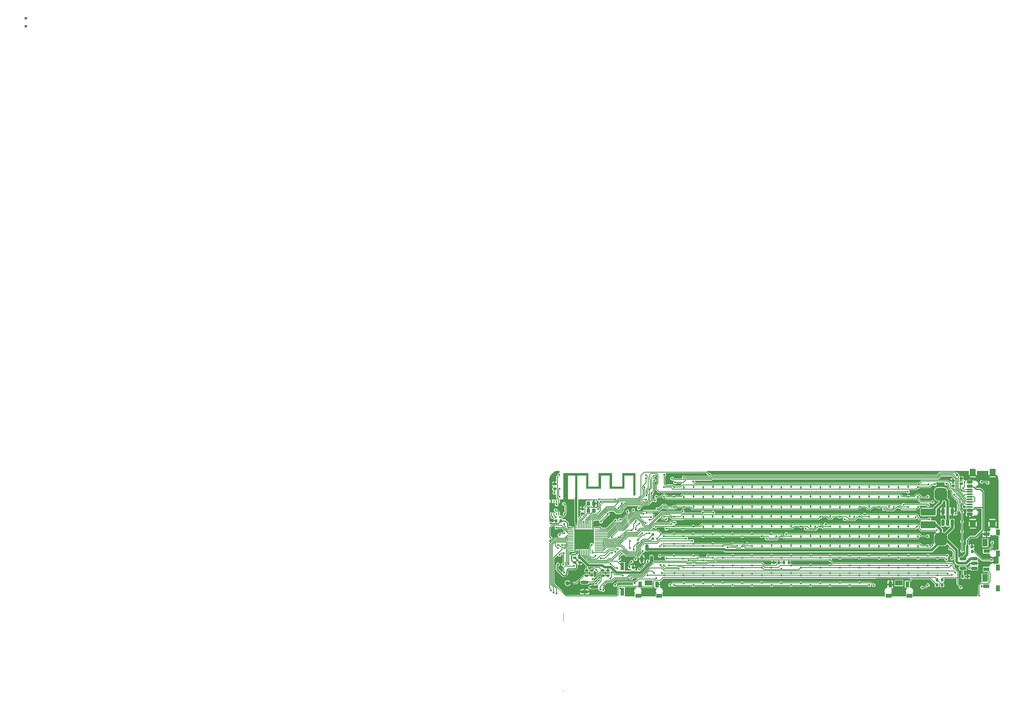
<source format=gbr>
%TF.GenerationSoftware,KiCad,Pcbnew,8.0.2-1.fc40*%
%TF.CreationDate,2025-03-27T00:29:42+07:00*%
%TF.ProjectId,BadgeMagic,42616467-654d-4616-9769-632e6b696361,rev?*%
%TF.SameCoordinates,Original*%
%TF.FileFunction,Copper,L1,Top*%
%TF.FilePolarity,Positive*%
%FSLAX46Y46*%
G04 Gerber Fmt 4.6, Leading zero omitted, Abs format (unit mm)*
G04 Created by KiCad (PCBNEW 8.0.2-1.fc40) date 2025-03-27 00:29:42*
%MOMM*%
%LPD*%
G01*
G04 APERTURE LIST*
G04 Aperture macros list*
%AMRoundRect*
0 Rectangle with rounded corners*
0 $1 Rounding radius*
0 $2 $3 $4 $5 $6 $7 $8 $9 X,Y pos of 4 corners*
0 Add a 4 corners polygon primitive as box body*
4,1,4,$2,$3,$4,$5,$6,$7,$8,$9,$2,$3,0*
0 Add four circle primitives for the rounded corners*
1,1,$1+$1,$2,$3*
1,1,$1+$1,$4,$5*
1,1,$1+$1,$6,$7*
1,1,$1+$1,$8,$9*
0 Add four rect primitives between the rounded corners*
20,1,$1+$1,$2,$3,$4,$5,0*
20,1,$1+$1,$4,$5,$6,$7,0*
20,1,$1+$1,$6,$7,$8,$9,0*
20,1,$1+$1,$8,$9,$2,$3,0*%
%AMFreePoly0*
4,1,31,0.178810,0.549351,0.252244,0.488286,0.300365,0.405788,0.317367,0.311807,0.304552,0.116635,0.264621,-0.074837,0.254552,-0.102796,0.254066,-0.105238,0.253214,-0.106514,0.198358,-0.258863,0.107058,-0.431840,0.043354,-0.502995,-0.040846,-0.548072,-0.135385,-0.561633,-0.228860,-0.542041,-0.309998,-0.491660,-0.369011,-0.416568,-0.398782,-0.325819,-0.395721,-0.230362,-0.360194,-0.141710,
-0.328836,-0.091185,-0.280815,0.017619,-0.248450,0.132060,-0.232376,0.249898,-0.232627,0.309363,-0.216461,0.403491,-0.169076,0.486414,-0.096187,0.548129,-0.006586,0.581192,0.088919,0.581618,0.178810,0.549351,0.178810,0.549351,$1*%
%AMFreePoly1*
4,1,67,1.355826,1.110038,1.571854,1.049670,1.775415,0.955460,1.775415,0.955461,1.849167,0.894780,1.897718,0.812534,1.915210,0.718643,1.899536,0.624432,1.852583,0.541263,1.780017,0.479169,1.690591,0.445638,1.595089,0.444715,1.505031,0.476511,1.429035,0.519264,1.262866,0.572175,1.089393,0.590035,0.915929,0.572091,0.749785,0.519098,0.597965,0.433294,0.466868,0.318291,
0.362021,0.178939,0.287841,0.021112,0.247459,-0.148538,0.242574,-0.322859,0.273393,-0.494505,0.338617,-0.656239,0.435495,-0.801243,0.559945,-0.923407,0.706721,-1.017580,0.869637,-1.079794,1.041824,-1.107424,1.128931,-1.103495,1.128931,-1.103496,1.223656,-1.115685,1.308500,-1.159536,1.373229,-1.229762,1.410036,-1.317892,1.414481,-1.413295,1.386029,-1.504465,1.328110,-1.580405,
1.247711,-1.631956,1.154529,-1.652900,1.154529,-1.652899,0.930354,-1.645292,0.710295,-1.601855,0.500043,-1.523714,0.305032,-1.412883,0.130303,-1.272233,-0.019625,-1.105398,-0.140877,-0.916690,-0.230318,-0.710990,-0.285637,-0.493614,-0.305402,-0.270182,-0.289103,-0.046470,-0.259541,0.077716,-0.254066,0.105238,-0.252394,0.107741,-0.237162,0.171737,-0.150920,0.378799,-0.032609,0.569364,
0.114715,0.738504,0.287241,0.881846,0.480511,0.995686,0.689526,1.077079,0.908885,1.123923,1.132916,1.135004,1.355826,1.110038,1.355826,1.110038,$1*%
G04 Aperture macros list end*
%TA.AperFunction,EtchedComponent*%
%ADD10C,0.010000*%
%TD*%
%TA.AperFunction,EtchedComponent*%
%ADD11C,0.000000*%
%TD*%
%TA.AperFunction,SMDPad,CuDef*%
%ADD12RoundRect,0.135000X-0.135000X-0.185000X0.135000X-0.185000X0.135000X0.185000X-0.135000X0.185000X0*%
%TD*%
%TA.AperFunction,SMDPad,CuDef*%
%ADD13RoundRect,0.140000X0.140000X0.170000X-0.140000X0.170000X-0.140000X-0.170000X0.140000X-0.170000X0*%
%TD*%
%TA.AperFunction,SMDPad,CuDef*%
%ADD14RoundRect,0.135000X0.185000X-0.135000X0.185000X0.135000X-0.185000X0.135000X-0.185000X-0.135000X0*%
%TD*%
%TA.AperFunction,SMDPad,CuDef*%
%ADD15C,0.600000*%
%TD*%
%TA.AperFunction,SMDPad,CuDef*%
%ADD16RoundRect,0.150000X0.150000X-0.512500X0.150000X0.512500X-0.150000X0.512500X-0.150000X-0.512500X0*%
%TD*%
%TA.AperFunction,SMDPad,CuDef*%
%ADD17RoundRect,0.135000X-0.185000X0.135000X-0.185000X-0.135000X0.185000X-0.135000X0.185000X0.135000X0*%
%TD*%
%TA.AperFunction,SMDPad,CuDef*%
%ADD18RoundRect,0.140000X-0.170000X0.140000X-0.170000X-0.140000X0.170000X-0.140000X0.170000X0.140000X0*%
%TD*%
%TA.AperFunction,SMDPad,CuDef*%
%ADD19RoundRect,0.135000X0.135000X0.185000X-0.135000X0.185000X-0.135000X-0.185000X0.135000X-0.185000X0*%
%TD*%
%TA.AperFunction,SMDPad,CuDef*%
%ADD20RoundRect,0.140000X0.170000X-0.140000X0.170000X0.140000X-0.170000X0.140000X-0.170000X-0.140000X0*%
%TD*%
%TA.AperFunction,SMDPad,CuDef*%
%ADD21RoundRect,0.150000X0.512500X0.150000X-0.512500X0.150000X-0.512500X-0.150000X0.512500X-0.150000X0*%
%TD*%
%TA.AperFunction,SMDPad,CuDef*%
%ADD22FreePoly0,60.000000*%
%TD*%
%TA.AperFunction,SMDPad,CuDef*%
%ADD23FreePoly1,60.000000*%
%TD*%
%TA.AperFunction,SMDPad,CuDef*%
%ADD24C,0.900000*%
%TD*%
%TA.AperFunction,SMDPad,CuDef*%
%ADD25RoundRect,0.205883X1.294117X-0.494117X1.294117X0.494117X-1.294117X0.494117X-1.294117X-0.494117X0*%
%TD*%
%TA.AperFunction,SMDPad,CuDef*%
%ADD26RoundRect,0.205882X1.294118X-0.494118X1.294118X0.494118X-1.294118X0.494118X-1.294118X-0.494118X0*%
%TD*%
%TA.AperFunction,SMDPad,CuDef*%
%ADD27R,0.760000X1.600000*%
%TD*%
%TA.AperFunction,SMDPad,CuDef*%
%ADD28RoundRect,0.625000X-0.625000X-0.625000X0.625000X-0.625000X0.625000X0.625000X-0.625000X0.625000X0*%
%TD*%
%TA.AperFunction,SMDPad,CuDef*%
%ADD29R,1.200000X0.700000*%
%TD*%
%TA.AperFunction,SMDPad,CuDef*%
%ADD30R,1.000000X1.500000*%
%TD*%
%TA.AperFunction,SMDPad,CuDef*%
%ADD31RoundRect,0.150000X0.425000X-0.150000X0.425000X0.150000X-0.425000X0.150000X-0.425000X-0.150000X0*%
%TD*%
%TA.AperFunction,SMDPad,CuDef*%
%ADD32RoundRect,0.075000X0.500000X-0.075000X0.500000X0.075000X-0.500000X0.075000X-0.500000X-0.075000X0*%
%TD*%
%TA.AperFunction,SMDPad,CuDef*%
%ADD33RoundRect,0.150000X0.450000X-0.600000X0.450000X0.600000X-0.450000X0.600000X-0.450000X-0.600000X0*%
%TD*%
%TA.AperFunction,SMDPad,CuDef*%
%ADD34RoundRect,0.062500X-0.062500X0.162500X-0.062500X-0.162500X0.062500X-0.162500X0.062500X0.162500X0*%
%TD*%
%TA.AperFunction,HeatsinkPad*%
%ADD35R,1.600000X0.200000*%
%TD*%
%TA.AperFunction,SMDPad,CuDef*%
%ADD36RoundRect,0.150000X-0.587500X-0.150000X0.587500X-0.150000X0.587500X0.150000X-0.587500X0.150000X0*%
%TD*%
%TA.AperFunction,SMDPad,CuDef*%
%ADD37R,0.800000X0.900000*%
%TD*%
%TA.AperFunction,ConnectorPad*%
%ADD38R,0.500000X0.500000*%
%TD*%
%TA.AperFunction,SMDPad,CuDef*%
%ADD39R,0.900000X0.500000*%
%TD*%
%TA.AperFunction,SMDPad,CuDef*%
%ADD40RoundRect,0.050000X-0.050000X-0.400000X0.050000X-0.400000X0.050000X0.400000X-0.050000X0.400000X0*%
%TD*%
%TA.AperFunction,SMDPad,CuDef*%
%ADD41RoundRect,0.050000X-0.400000X-0.050000X0.400000X-0.050000X0.400000X0.050000X-0.400000X0.050000X0*%
%TD*%
%TA.AperFunction,HeatsinkPad*%
%ADD42R,2.300000X2.300000*%
%TD*%
%TA.AperFunction,SMDPad,CuDef*%
%ADD43R,0.700000X1.200000*%
%TD*%
%TA.AperFunction,SMDPad,CuDef*%
%ADD44R,1.500000X1.000000*%
%TD*%
%TA.AperFunction,ViaPad*%
%ADD45C,0.400000*%
%TD*%
%TA.AperFunction,Conductor*%
%ADD46C,0.127000*%
%TD*%
%TA.AperFunction,Conductor*%
%ADD47C,0.254000*%
%TD*%
%TA.AperFunction,Conductor*%
%ADD48C,0.508000*%
%TD*%
G04 APERTURE END LIST*
D10*
%TO.C,KEY1*%
X194620000Y-110478520D02*
X193920387Y-110478520D01*
X193920000Y-109380000D01*
X194620000Y-109380000D01*
X194620000Y-110478520D01*
%TA.AperFunction,EtchedComponent*%
G36*
X194620000Y-110478520D02*
G01*
X193920387Y-110478520D01*
X193920000Y-109380000D01*
X194620000Y-109380000D01*
X194620000Y-110478520D01*
G37*
%TD.AperFunction*%
X194620000Y-114680000D02*
X193920000Y-114680000D01*
X193920475Y-113580000D01*
X194620000Y-113580000D01*
X194620000Y-114680000D01*
%TA.AperFunction,EtchedComponent*%
G36*
X194620000Y-114680000D02*
G01*
X193920000Y-114680000D01*
X193920475Y-113580000D01*
X194620000Y-113580000D01*
X194620000Y-114680000D01*
G37*
%TD.AperFunction*%
%TO.C,KEY2*%
X194640000Y-103466920D02*
X193940387Y-103466920D01*
X193940000Y-102368400D01*
X194640000Y-102368400D01*
X194640000Y-103466920D01*
%TA.AperFunction,EtchedComponent*%
G36*
X194640000Y-103466920D02*
G01*
X193940387Y-103466920D01*
X193940000Y-102368400D01*
X194640000Y-102368400D01*
X194640000Y-103466920D01*
G37*
%TD.AperFunction*%
X194640000Y-107668400D02*
X193940000Y-107668400D01*
X193940475Y-106568400D01*
X194640000Y-106568400D01*
X194640000Y-107668400D01*
%TA.AperFunction,EtchedComponent*%
G36*
X194640000Y-107668400D02*
G01*
X193940000Y-107668400D01*
X193940475Y-106568400D01*
X194640000Y-106568400D01*
X194640000Y-107668400D01*
G37*
%TD.AperFunction*%
D11*
%TA.AperFunction,EtchedComponent*%
%TO.C,AE1*%
G36*
X112603000Y-93782525D02*
G01*
X114603000Y-93782525D01*
X114603000Y-91142525D01*
X117303000Y-91142525D01*
X117303000Y-93782525D01*
X119303000Y-93782525D01*
X119303000Y-91142525D01*
X122003000Y-91142525D01*
X122003000Y-95582525D01*
X121503000Y-95582525D01*
X121503000Y-91642525D01*
X119803000Y-91642525D01*
X119803000Y-94282525D01*
X116803000Y-94282525D01*
X116803000Y-91642525D01*
X115103000Y-91642525D01*
X115103000Y-94282525D01*
X112103000Y-94282525D01*
X112103000Y-91642525D01*
X110403000Y-91642525D01*
X110403000Y-96542525D01*
X109903000Y-96542525D01*
X109903000Y-91642525D01*
X108503000Y-91642525D01*
X108503000Y-96542525D01*
X107603000Y-96542525D01*
X107603000Y-96299310D01*
X107905417Y-96299310D01*
X107915258Y-96346920D01*
X107939326Y-96389322D01*
X107977269Y-96422106D01*
X107985181Y-96426460D01*
X108027844Y-96438568D01*
X108076363Y-96437825D01*
X108121878Y-96424925D01*
X108140489Y-96414312D01*
X108174132Y-96379078D01*
X108194691Y-96333893D01*
X108201222Y-96284367D01*
X108192782Y-96236108D01*
X108175888Y-96203882D01*
X108140628Y-96171212D01*
X108095318Y-96151117D01*
X108045733Y-96144543D01*
X107997647Y-96152433D01*
X107964755Y-96169339D01*
X107929815Y-96206109D01*
X107910153Y-96250903D01*
X107905417Y-96299310D01*
X107603000Y-96299310D01*
X107603000Y-91142525D01*
X112603000Y-91142525D01*
X112603000Y-93782525D01*
G37*
%TD.AperFunction*%
D10*
%TO.C,KEY4*%
X172990000Y-115260475D02*
X172990000Y-115960000D01*
X171890000Y-115960000D01*
X171890000Y-115260000D01*
X172990000Y-115260475D01*
%TA.AperFunction,EtchedComponent*%
G36*
X172990000Y-115260475D02*
G01*
X172990000Y-115960000D01*
X171890000Y-115960000D01*
X171890000Y-115260000D01*
X172990000Y-115260475D01*
G37*
%TD.AperFunction*%
X177190000Y-115960000D02*
X176091480Y-115960000D01*
X176091480Y-115260387D01*
X177190000Y-115260000D01*
X177190000Y-115960000D01*
%TA.AperFunction,EtchedComponent*%
G36*
X177190000Y-115960000D02*
G01*
X176091480Y-115960000D01*
X176091480Y-115260387D01*
X177190000Y-115260000D01*
X177190000Y-115960000D01*
G37*
%TD.AperFunction*%
%TO.C,KEY3*%
X123050000Y-115250475D02*
X123050000Y-115950000D01*
X121950000Y-115950000D01*
X121950000Y-115250000D01*
X123050000Y-115250475D01*
%TA.AperFunction,EtchedComponent*%
G36*
X123050000Y-115250475D02*
G01*
X123050000Y-115950000D01*
X121950000Y-115950000D01*
X121950000Y-115250000D01*
X123050000Y-115250475D01*
G37*
%TD.AperFunction*%
X127250000Y-115950000D02*
X126151480Y-115950000D01*
X126151480Y-115250387D01*
X127250000Y-115250000D01*
X127250000Y-115950000D01*
%TA.AperFunction,EtchedComponent*%
G36*
X127250000Y-115950000D02*
G01*
X126151480Y-115950000D01*
X126151480Y-115250387D01*
X127250000Y-115250000D01*
X127250000Y-115950000D01*
G37*
%TD.AperFunction*%
%TD*%
D12*
%TO.P,R10,1*%
%TO.N,/AUX_BTNS*%
X182150000Y-112490000D03*
%TO.P,R10,2*%
%TO.N,VCC*%
X183170000Y-112490000D03*
%TD*%
D13*
%TO.P,C2,1*%
%TO.N,VDD*%
X107090000Y-100640000D03*
%TO.P,C2,2*%
%TO.N,GND*%
X106130000Y-100640000D03*
%TD*%
D14*
%TO.P,R4,1*%
%TO.N,Net-(J2-CC1)*%
X185340000Y-93640000D03*
%TO.P,R4,2*%
%TO.N,GND*%
X185340000Y-92620000D03*
%TD*%
%TO.P,R5,1*%
%TO.N,Net-(J2-CC2)*%
X186960000Y-93210000D03*
%TO.P,R5,2*%
%TO.N,GND*%
X186960000Y-92190000D03*
%TD*%
D15*
%TO.P,TP3,1,1*%
%TO.N,/TCK*%
X125470000Y-104216000D03*
%TD*%
D16*
%TO.P,U4,1,NC*%
%TO.N,unconnected-(U4-NC-Pad1)*%
X183327500Y-101037500D03*
%TO.P,U4,2,GND*%
%TO.N,Net-(BT1--)*%
X184277500Y-101037500D03*
%TO.P,U4,3,VDD*%
%TO.N,+BATT*%
X185227500Y-101037500D03*
%TO.P,U4,4,VM*%
%TO.N,GND*%
X185227500Y-98762500D03*
%TO.P,U4,5,VM*%
X183327500Y-98762500D03*
%TD*%
D17*
%TO.P,R6,1*%
%TO.N,VCC*%
X112254400Y-110569400D03*
%TO.P,R6,2*%
%TO.N,Net-(MK1-+)*%
X112254400Y-111589400D03*
%TD*%
%TO.P,R9,1*%
%TO.N,VCC*%
X116470800Y-110569400D03*
%TO.P,R9,2*%
%TO.N,Net-(Q1-C)*%
X116470800Y-111589400D03*
%TD*%
D15*
%TO.P,TP1,1,1*%
%TO.N,/TX*%
X186110000Y-91440000D03*
%TD*%
D18*
%TO.P,C7,1*%
%TO.N,Net-(Q1-B)*%
X113270400Y-110599400D03*
%TO.P,C7,2*%
%TO.N,Net-(MK1-+)*%
X113270400Y-111559400D03*
%TD*%
D19*
%TO.P,R7,1*%
%TO.N,GND*%
X188300000Y-111800000D03*
%TO.P,R7,2*%
%TO.N,Net-(U3-PROG)*%
X187280000Y-111800000D03*
%TD*%
D20*
%TO.P,C8,1*%
%TO.N,VCC*%
X105840000Y-94280000D03*
%TO.P,C8,2*%
%TO.N,GND*%
X105840000Y-93320000D03*
%TD*%
%TO.P,C5,1*%
%TO.N,VDD*%
X109816000Y-109019400D03*
%TO.P,C5,2*%
%TO.N,GND*%
X109816000Y-108059400D03*
%TD*%
D18*
%TO.P,C4,1*%
%TO.N,VCC*%
X110832000Y-108059400D03*
%TO.P,C4,2*%
%TO.N,GND*%
X110832000Y-109019400D03*
%TD*%
D21*
%TO.P,U3,1,~{CHRG}*%
%TO.N,/CHRG*%
X189585000Y-110140000D03*
%TO.P,U3,2,GND*%
%TO.N,GND*%
X189585000Y-109190000D03*
%TO.P,U3,3,BAT*%
%TO.N,+BATT*%
X189585000Y-108240000D03*
%TO.P,U3,4,V_{CC}*%
%TO.N,+5V*%
X187310000Y-108240000D03*
%TO.P,U3,5,PROG*%
%TO.N,Net-(U3-PROG)*%
X187310000Y-110140000D03*
%TD*%
D22*
%TO.P,MK1,1,-*%
%TO.N,GND*%
X109244930Y-112317002D03*
D23*
X107695582Y-113929669D03*
D24*
%TO.P,MK1,2,+*%
%TO.N,Net-(MK1-+)*%
X108440000Y-113100000D03*
%TD*%
D25*
%TO.P,J1,1,Pin_1*%
%TO.N,+BATT*%
X180413200Y-101420000D03*
D26*
%TO.P,J1,2,Pin_2*%
%TO.N,Net-(BT1--)*%
X180413200Y-98920000D03*
%TD*%
D19*
%TO.P,R1,1*%
%TO.N,+BATT*%
X152580000Y-109000000D03*
%TO.P,R1,2*%
%TO.N,/BAT_MSR*%
X151560000Y-109000000D03*
%TD*%
D15*
%TO.P,TP6,1,1*%
%TO.N,Net-(U1-PB14)*%
X300000Y-1900000D03*
%TD*%
D27*
%TO.P,SW1,1*%
%TO.N,Net-(Q1-C)*%
X119380000Y-114860000D03*
%TO.P,SW1,2*%
%TO.N,/MIC*%
X119380000Y-109780000D03*
%TD*%
D12*
%TO.P,R11,1*%
%TO.N,Net-(KEY4-Pad1)*%
X182150000Y-113480000D03*
%TO.P,R11,2*%
%TO.N,/AUX_BTNS*%
X183170000Y-113480000D03*
%TD*%
D17*
%TO.P,R8,1*%
%TO.N,Net-(Q1-B)*%
X115454800Y-110569400D03*
%TO.P,R8,2*%
%TO.N,Net-(Q1-C)*%
X115454800Y-111589400D03*
%TD*%
D28*
%TO.P,BT1,1,+*%
%TO.N,+BATT*%
X182929200Y-104320200D03*
%TO.P,BT1,2,-*%
%TO.N,Net-(BT1--)*%
X182929200Y-95320200D03*
%TD*%
D29*
%TO.P,KEY1,1,1*%
%TO.N,/KEY1*%
X192020000Y-110330000D03*
%TO.P,KEY1,2,2*%
%TO.N,VCC*%
X192020000Y-113730000D03*
D30*
%TO.P,KEY1,P1*%
%TO.N,N/C*%
X191720000Y-112030000D03*
%TD*%
D12*
%TO.P,R3,1*%
%TO.N,+5V*%
X188155600Y-106752000D03*
%TO.P,R3,2*%
%TO.N,/USB_ON*%
X189175600Y-106752000D03*
%TD*%
D15*
%TO.P,TP5,1,1*%
%TO.N,Net-(U1-PB15)*%
X300000Y-300000D03*
%TD*%
D29*
%TO.P,KEY2,1,1*%
%TO.N,GND*%
X192040000Y-103318400D03*
%TO.P,KEY2,2,2*%
%TO.N,/KEY2*%
X192040000Y-106718400D03*
D30*
%TO.P,KEY2,P1*%
%TO.N,N/C*%
X191740000Y-105018400D03*
%TD*%
D13*
%TO.P,C6,1*%
%TO.N,GND*%
X189145600Y-105812200D03*
%TO.P,C6,2*%
%TO.N,+5V*%
X188185600Y-105812200D03*
%TD*%
D31*
%TO.P,J2,A1,GND*%
%TO.N,GND*%
X188710000Y-99330000D03*
%TO.P,J2,A4,VBUS*%
%TO.N,+5V*%
X188710000Y-98530000D03*
D32*
%TO.P,J2,A5,CC1*%
%TO.N,Net-(J2-CC1)*%
X188710000Y-97380000D03*
%TO.P,J2,A6,D+*%
%TO.N,/USB_DP*%
X188710000Y-96380000D03*
%TO.P,J2,A7,D-*%
%TO.N,/USB_DN*%
X188710000Y-95880000D03*
%TO.P,J2,A8,SBU1*%
%TO.N,/TX*%
X188710000Y-94880000D03*
D31*
%TO.P,J2,A9,VBUS*%
%TO.N,+5V*%
X188710000Y-93730000D03*
%TO.P,J2,A12,GND*%
%TO.N,GND*%
X188710000Y-92930000D03*
%TO.P,J2,B1,GND*%
X188710000Y-92930000D03*
%TO.P,J2,B4,VBUS*%
%TO.N,+5V*%
X188710000Y-93730000D03*
D32*
%TO.P,J2,B5,CC2*%
%TO.N,Net-(J2-CC2)*%
X188710000Y-94380000D03*
%TO.P,J2,B6,D+*%
%TO.N,/USB_DP*%
X188710000Y-95380000D03*
%TO.P,J2,B7,D-*%
%TO.N,/USB_DN*%
X188710000Y-96880000D03*
%TO.P,J2,B8,SBU2*%
%TO.N,/RX*%
X188710000Y-97880000D03*
D31*
%TO.P,J2,B9,VBUS*%
%TO.N,+5V*%
X188710000Y-98530000D03*
%TO.P,J2,B12,GND*%
%TO.N,GND*%
X188710000Y-99330000D03*
D33*
%TO.P,J2,S1,SHIELD*%
X189285000Y-101240000D03*
X193215000Y-101240000D03*
X189285000Y-91020000D03*
X193215000Y-91020000D03*
%TD*%
D15*
%TO.P,TP2,1,1*%
%TO.N,/RX*%
X187572059Y-97878908D03*
%TD*%
D20*
%TO.P,C3,1*%
%TO.N,VCC*%
X121500000Y-110960000D03*
%TO.P,C3,2*%
%TO.N,GND*%
X121500000Y-110000000D03*
%TD*%
D34*
%TO.P,U5,1,~{CS}*%
%TO.N,/FLASH_CS*%
X106680000Y-96752500D03*
%TO.P,U5,2,DO(IO1)*%
%TO.N,/FLASH_DO*%
X106180000Y-96752500D03*
%TO.P,U5,3*%
%TO.N,N/C*%
X105680000Y-96752500D03*
%TO.P,U5,4,GND*%
%TO.N,GND*%
X105180000Y-96752500D03*
%TO.P,U5,5,DI(IO0)*%
%TO.N,/FLASH_DI*%
X105180000Y-99327500D03*
%TO.P,U5,6,CLK*%
%TO.N,/FLASH_CLK*%
X105680000Y-99327500D03*
%TO.P,U5,7*%
%TO.N,N/C*%
X106180000Y-99327500D03*
%TO.P,U5,8,VCC*%
%TO.N,VCC*%
X106680000Y-99327500D03*
D35*
%TO.P,U5,9,EP*%
%TO.N,GND*%
X105930000Y-98040000D03*
%TD*%
D36*
%TO.P,Q1,1,B*%
%TO.N,Net-(Q1-B)*%
X111842500Y-112920000D03*
%TO.P,Q1,2,E*%
%TO.N,GND*%
X111842500Y-114820000D03*
%TO.P,Q1,3,C*%
%TO.N,Net-(Q1-C)*%
X113717500Y-113870000D03*
%TD*%
D37*
%TO.P,Y1,1,1*%
%TO.N,/X32I*%
X113670000Y-98610000D03*
%TO.P,Y1,2,2*%
%TO.N,GND*%
X113670000Y-97210000D03*
%TO.P,Y1,3,3*%
%TO.N,/X32O*%
X112570000Y-97210000D03*
%TO.P,Y1,4,4*%
%TO.N,GND*%
X112570000Y-98610000D03*
%TD*%
D18*
%TO.P,C1,1*%
%TO.N,GND*%
X111360000Y-98280000D03*
%TO.P,C1,2*%
%TO.N,Net-(U1-VINTA)*%
X111360000Y-99240000D03*
%TD*%
D38*
%TO.P,AE1,1,A*%
%TO.N,Net-(AE1-A)*%
X110149000Y-96292525D03*
D39*
%TO.P,AE1,2,Shield*%
%TO.N,GND*%
X108049000Y-96292525D03*
%TD*%
D19*
%TO.P,R2,1*%
%TO.N,/BAT_MSR*%
X150550000Y-108990000D03*
%TO.P,R2,2*%
%TO.N,GND*%
X149530000Y-108990000D03*
%TD*%
D40*
%TO.P,U1,1,VDCID*%
%TO.N,VDD*%
X110146000Y-106888400D03*
%TO.P,U1,2,VSW*%
X110496000Y-106888400D03*
%TO.P,U1,3,VIO33*%
%TO.N,VCC*%
X110846000Y-106888400D03*
%TO.P,U1,4,PA7*%
%TO.N,/MIC*%
X111196000Y-106888400D03*
%TO.P,U1,5,PA8*%
%TO.N,/RX*%
X111546000Y-106888400D03*
%TO.P,U1,6,PA9*%
%TO.N,/TX*%
X111896000Y-106888400D03*
%TO.P,U1,7,PB9*%
%TO.N,/H*%
X112246000Y-106888400D03*
%TO.P,U1,8,PB8*%
%TO.N,/I*%
X112596000Y-106888400D03*
%TO.P,U1,9,PB17*%
%TO.N,/J*%
X112946000Y-106888400D03*
%TO.P,U1,10,PB16*%
%TO.N,/K*%
X113296000Y-106888400D03*
D41*
%TO.P,U1,11,PB15*%
%TO.N,/TCK*%
X114261000Y-106623400D03*
%TO.P,U1,12,PB14*%
%TO.N,/TIO*%
X114261000Y-106273400D03*
%TO.P,U1,13,PB13*%
%TO.N,/L*%
X114261000Y-105923400D03*
%TO.P,U1,14,PB12*%
%TO.N,/M*%
X114261000Y-105573400D03*
%TO.P,U1,15,PB11*%
%TO.N,/USB_DP*%
X114261000Y-105223400D03*
%TO.P,U1,16,PB10*%
%TO.N,/USB_DN*%
X114261000Y-104873400D03*
%TO.P,U1,17,PB7*%
%TO.N,/D*%
X114261000Y-104523400D03*
%TO.P,U1,18,PB6*%
%TO.N,/T*%
X114261000Y-104173400D03*
%TO.P,U1,19,PB5*%
%TO.N,/N*%
X114261000Y-103823400D03*
%TO.P,U1,20,PB4*%
%TO.N,/Q*%
X114261000Y-103473400D03*
%TO.P,U1,21,PB3*%
%TO.N,/P*%
X114261000Y-103123400D03*
%TO.P,U1,22,PB2*%
%TO.N,/R*%
X114261000Y-102773400D03*
%TO.P,U1,23,PB1*%
%TO.N,/S*%
X114261000Y-102423400D03*
%TO.P,U1,24,PB0*%
%TO.N,/C*%
X114261000Y-102073400D03*
D40*
%TO.P,U1,25,PB23*%
%TO.N,/FLASH_CS*%
X113296000Y-101808400D03*
%TO.P,U1,26,PB22*%
%TO.N,/KEY2*%
X112946000Y-101808400D03*
%TO.P,U1,27,PB21*%
%TO.N,/U*%
X112596000Y-101808400D03*
%TO.P,U1,28,PB20*%
%TO.N,/V*%
X112246000Y-101808400D03*
%TO.P,U1,29,PB19*%
%TO.N,/W*%
X111896000Y-101808400D03*
%TO.P,U1,30,PB18*%
%TO.N,/B*%
X111546000Y-101808400D03*
%TO.P,U1,31,X32MO*%
%TO.N,/X32I*%
X111196000Y-101808400D03*
%TO.P,U1,32,X32MI*%
%TO.N,/X32O*%
X110846000Y-101808400D03*
%TO.P,U1,33,VINTA*%
%TO.N,Net-(U1-VINTA)*%
X110496000Y-101808400D03*
%TO.P,U1,34,ANT*%
%TO.N,Net-(AE1-A)*%
X110146000Y-101808400D03*
D41*
%TO.P,U1,35,VDCIA*%
%TO.N,VDD*%
X109181000Y-102073400D03*
%TO.P,U1,36,PA4*%
%TO.N,/O*%
X109181000Y-102423400D03*
%TO.P,U1,37,PA5*%
%TO.N,/BAT_MSR*%
X109181000Y-102773400D03*
%TO.P,U1,38,PA6*%
%TO.N,/FLASH_CLK*%
X109181000Y-103123400D03*
%TO.P,U1,39,PA0*%
%TO.N,/CHRG*%
X109181000Y-103473400D03*
%TO.P,U1,40,PA1*%
%TO.N,/KEY1*%
X109181000Y-103823400D03*
%TO.P,U1,41,PA2*%
%TO.N,/USB_ON*%
X109181000Y-104173400D03*
%TO.P,U1,42,PA3*%
%TO.N,/FLASH_DI*%
X109181000Y-104523400D03*
%TO.P,U1,43,PA15*%
%TO.N,/A*%
X109181000Y-104873400D03*
%TO.P,U1,44,PA14*%
%TO.N,/FLASH_DO*%
X109181000Y-105223400D03*
%TO.P,U1,45,PA13*%
%TO.N,/AUX_BTNS*%
X109181000Y-105573400D03*
%TO.P,U1,46,PA12*%
%TO.N,/E*%
X109181000Y-105923400D03*
%TO.P,U1,47,PA11*%
%TO.N,/G*%
X109181000Y-106273400D03*
%TO.P,U1,48,PA10*%
%TO.N,/F*%
X109181000Y-106623400D03*
D42*
%TO.P,U1,49,GND*%
%TO.N,GND*%
X111721000Y-104348400D03*
%TD*%
D43*
%TO.P,KEY4,1,1*%
%TO.N,Net-(KEY4-Pad1)*%
X176240000Y-113360000D03*
%TO.P,KEY4,2,2*%
%TO.N,GND*%
X172840000Y-113360000D03*
D44*
%TO.P,KEY4,P1*%
%TO.N,N/C*%
X174540000Y-113060000D03*
%TD*%
D16*
%TO.P,U2,1,GND*%
%TO.N,GND*%
X123260000Y-108267500D03*
%TO.P,U2,2,VO*%
%TO.N,VCC*%
X125160000Y-108267500D03*
%TO.P,U2,3,VI*%
%TO.N,+BATT*%
X124210000Y-105992500D03*
%TD*%
D43*
%TO.P,KEY3,1,1*%
%TO.N,GND*%
X126300000Y-113350000D03*
%TO.P,KEY3,2,2*%
%TO.N,/AUX_BTNS*%
X122900000Y-113350000D03*
D44*
%TO.P,KEY3,P1*%
%TO.N,N/C*%
X124600000Y-113050000D03*
%TD*%
D15*
%TO.P,TP4,1,1*%
%TO.N,/TIO*%
X125460000Y-103350000D03*
%TD*%
D45*
%TO.N,GND*%
X181480000Y-114360000D03*
X133946000Y-114737000D03*
X160890000Y-92630000D03*
X105160000Y-95490000D03*
X193796000Y-95834000D03*
X120860000Y-114650000D03*
X174484400Y-96957000D03*
X172560000Y-92640000D03*
X139370000Y-96910000D03*
X178319800Y-91115000D03*
X129628000Y-91521400D03*
X193796000Y-94564000D03*
X180880000Y-91040000D03*
X106450000Y-108190000D03*
X142320000Y-91150000D03*
X194110000Y-105980000D03*
X143290000Y-96880000D03*
X135670000Y-104470000D03*
X105180000Y-97490000D03*
X179820000Y-113020000D03*
X131406000Y-114737000D03*
X153060000Y-92620000D03*
X193796000Y-99644000D03*
X193796000Y-93294000D03*
X164770000Y-92630000D03*
X193796000Y-97104000D03*
X130644000Y-91521400D03*
X111420000Y-114180000D03*
X156990000Y-92640000D03*
X108673000Y-98252400D03*
X176389400Y-91115000D03*
X174509800Y-91115000D03*
X105550000Y-102910000D03*
X166750000Y-114737000D03*
X164210000Y-114737000D03*
X174470000Y-98850000D03*
X116970000Y-114650000D03*
X128612000Y-91521400D03*
X135500000Y-96870000D03*
X177880000Y-113010000D03*
X148930000Y-108880000D03*
X129650000Y-102770000D03*
X106691800Y-113340000D03*
X194100000Y-108490000D03*
X138881965Y-107142525D03*
X191570000Y-103310000D03*
X141330000Y-96940000D03*
X170570000Y-96850000D03*
X170570000Y-98860000D03*
X170570000Y-104720000D03*
X189581965Y-103242525D03*
X141340000Y-92630000D03*
X156560000Y-108970000D03*
X170570000Y-100810000D03*
X105180000Y-98590000D03*
X140389600Y-91150000D03*
X178250000Y-108650000D03*
X180330000Y-108590000D03*
X164710000Y-108660000D03*
X124600000Y-114650000D03*
X133031965Y-107142525D03*
X183080000Y-114360000D03*
X107370000Y-97770000D03*
X106640000Y-111690000D03*
X168650000Y-92630000D03*
X193796000Y-98374000D03*
X105180000Y-92360000D03*
X170570000Y-102750000D03*
X184080000Y-92020000D03*
X138510000Y-91150000D03*
X106793400Y-110012600D03*
X129131965Y-107142525D03*
X110827200Y-98257200D03*
X175931965Y-107180000D03*
%TO.N,+BATT*%
X152990000Y-106561400D03*
X152620000Y-109020000D03*
%TO.N,VDD*%
X105000000Y-101190000D03*
X106539400Y-109352200D03*
%TO.N,VCC*%
X191070000Y-113740000D03*
X160810000Y-108460000D03*
X106030000Y-98560000D03*
X186900000Y-113920000D03*
X105810000Y-95080000D03*
%TO.N,/B*%
X126090000Y-112130000D03*
X141328000Y-113492400D03*
X111640000Y-100873400D03*
X113388000Y-112243400D03*
X149128000Y-113492400D03*
X107657000Y-107142400D03*
X168628000Y-113492400D03*
X107835000Y-99205000D03*
X107720500Y-103141900D03*
X153028000Y-113492400D03*
X114110000Y-110444400D03*
X179190000Y-113970000D03*
X129628000Y-113492400D03*
X106870000Y-99903400D03*
X160828000Y-113492400D03*
X180328000Y-113492400D03*
X121826940Y-113150000D03*
X106780000Y-103500000D03*
X107698000Y-97273400D03*
X156928000Y-113492400D03*
X145228000Y-113492400D03*
X117926940Y-113487500D03*
X164728000Y-113492400D03*
X133528000Y-113492400D03*
X106768000Y-107472600D03*
X137428000Y-113492400D03*
X107505437Y-109376763D03*
%TO.N,/A*%
X166712000Y-113078900D03*
X169520000Y-113510000D03*
X143278000Y-113094100D03*
X162778000Y-113081900D03*
X139378000Y-113082500D03*
X131578000Y-113098500D03*
X147178000Y-113080300D03*
X151078000Y-113091900D03*
X158878000Y-113089700D03*
X154978000Y-113103500D03*
X135478000Y-113086900D03*
X107352113Y-105492113D03*
X128880000Y-113480000D03*
%TO.N,/D*%
X118540000Y-104010000D03*
X119240000Y-107230000D03*
X149122200Y-111131900D03*
X168622200Y-111124700D03*
X125720000Y-111130000D03*
X120790000Y-109950000D03*
X164722200Y-111136300D03*
X127230000Y-111116500D03*
X141312000Y-111119500D03*
X156922200Y-111134100D03*
X180420000Y-111124000D03*
X133522200Y-111127500D03*
X121230000Y-102520000D03*
X121222346Y-108810000D03*
X122060000Y-100720000D03*
X121150000Y-112110000D03*
X120836990Y-104697550D03*
X184260000Y-111140000D03*
X153021400Y-111119500D03*
X118740000Y-108320000D03*
X120860000Y-106090000D03*
X118880000Y-100410000D03*
X145222200Y-111143500D03*
X172500000Y-111119500D03*
X119250000Y-97160000D03*
X176490000Y-111119500D03*
X120370000Y-98740000D03*
X137425800Y-111119500D03*
X129740000Y-111120000D03*
X160822200Y-111122500D03*
X118590000Y-98180000D03*
%TO.N,/F*%
X160822200Y-109583000D03*
X172522200Y-109583000D03*
X137422200Y-109583000D03*
X128638990Y-109582000D03*
X164722200Y-109583000D03*
X149030000Y-110010000D03*
X145222200Y-109583000D03*
X184200000Y-109580000D03*
X180326400Y-109580800D03*
X141322200Y-109583000D03*
X108622200Y-109348018D03*
X153022200Y-109583000D03*
X156922200Y-109583000D03*
X176422200Y-109583000D03*
X168622200Y-109583000D03*
X133522200Y-109583000D03*
%TO.N,/H*%
X176422200Y-107633000D03*
X145222200Y-107633000D03*
X134428600Y-108160000D03*
X149122200Y-107633000D03*
X160822200Y-107633000D03*
X164722200Y-107633000D03*
X180326400Y-107599600D03*
X136436990Y-107640000D03*
X156922200Y-107633000D03*
X128169600Y-108130400D03*
X153022200Y-107633000D03*
X141322200Y-107633000D03*
X184220000Y-107630000D03*
X168622200Y-107633000D03*
X118000000Y-106880000D03*
X172522200Y-107633000D03*
X131470000Y-108200000D03*
%TO.N,/J*%
X142286990Y-105703400D03*
X149122200Y-105683000D03*
X180326400Y-105669200D03*
X176422200Y-105683000D03*
X113230000Y-105390000D03*
X168622200Y-105683000D03*
X172522200Y-105683000D03*
X160822200Y-105683000D03*
X127672200Y-105683000D03*
X135472200Y-105683000D03*
X164722200Y-105683000D03*
X139372200Y-105683000D03*
X144236990Y-105262800D03*
X156922200Y-105683000D03*
X131572200Y-105683000D03*
X153022200Y-105683000D03*
%TO.N,/L*%
X131572200Y-103733000D03*
X147172200Y-103733000D03*
X127672200Y-103733000D03*
X160822200Y-103733000D03*
X135472200Y-103733000D03*
X123300000Y-103110000D03*
X143272200Y-103733000D03*
X152036990Y-103281600D03*
X180326400Y-103713400D03*
X156922200Y-103733000D03*
X176422200Y-103733000D03*
X164722200Y-103733000D03*
X168622200Y-103733000D03*
X172522200Y-103733000D03*
X150086990Y-103740000D03*
X139372200Y-103733000D03*
%TO.N,/N*%
X151072200Y-101783000D03*
X139372200Y-101783000D03*
X131460000Y-102196500D03*
X147172200Y-101783000D03*
X168622200Y-101783000D03*
X159855290Y-101369500D03*
X182080000Y-102540000D03*
X128122840Y-102233400D03*
X172522200Y-101783000D03*
X154972200Y-101783000D03*
X123970000Y-101120000D03*
X135472200Y-101783000D03*
X176422200Y-101783000D03*
X157886990Y-101790000D03*
X164722200Y-101783000D03*
X143272200Y-101783000D03*
%TO.N,/P*%
X131558400Y-99852600D03*
X135470000Y-99852600D03*
X151065600Y-99852600D03*
X180660000Y-100340000D03*
X158888800Y-99852600D03*
X162749600Y-99852600D03*
X165686990Y-99852600D03*
X143242400Y-99852600D03*
X139381600Y-99852600D03*
X172503200Y-99852600D03*
X167636990Y-99420800D03*
X127646800Y-99852600D03*
X176414800Y-99852600D03*
X147154000Y-99852600D03*
X123606000Y-99284000D03*
X154977200Y-99852600D03*
%TO.N,/R*%
X147204800Y-97871400D03*
X151065600Y-97871400D03*
X154977200Y-97871400D03*
X143293200Y-97871400D03*
X175436990Y-97439600D03*
X139381600Y-97871400D03*
X173486990Y-97871400D03*
X166712000Y-97871400D03*
X158888800Y-97871400D03*
X135470000Y-97871400D03*
X127697600Y-97871400D03*
X180380000Y-97540000D03*
X162800400Y-97871400D03*
X170572800Y-97871400D03*
X131609200Y-97871400D03*
%TO.N,/T*%
X162749600Y-95839400D03*
X139381600Y-95839400D03*
X135470000Y-95839400D03*
X131583800Y-95839400D03*
X151065600Y-95839400D03*
X124090000Y-91520000D03*
X166661200Y-95839400D03*
X106770000Y-94240000D03*
X181286990Y-96897550D03*
X147154000Y-95839400D03*
X106768000Y-95839400D03*
X127672200Y-95839400D03*
X174484400Y-95839400D03*
X143293200Y-95839400D03*
X124141584Y-95631109D03*
X131380000Y-98750000D03*
X170572800Y-95839400D03*
X154977200Y-95839400D03*
X178345200Y-95839400D03*
X158888800Y-95839400D03*
%TO.N,/V*%
X174476940Y-93887500D03*
X131588000Y-93883400D03*
X185900000Y-99210000D03*
X151076940Y-93887500D03*
X191036990Y-92897550D03*
X192270000Y-93040000D03*
X158876940Y-93887500D03*
X127676940Y-93887500D03*
X178376940Y-93887500D03*
X154976940Y-93887500D03*
X181740000Y-93350000D03*
X143276940Y-93887500D03*
X162776940Y-93887500D03*
X183985000Y-93245000D03*
X170576940Y-93887500D03*
X147176940Y-93887500D03*
X166676940Y-93887500D03*
X139376940Y-93887500D03*
X123776940Y-93887500D03*
X135476940Y-93887500D03*
%TO.N,/C*%
X136740000Y-91470600D03*
X114981900Y-108168100D03*
X139381600Y-111536600D03*
X118020000Y-100580000D03*
X114088000Y-113183400D03*
X114520000Y-98330000D03*
X116490000Y-99280000D03*
X162772200Y-111533000D03*
X137502000Y-98989000D03*
X135421951Y-98979096D03*
X124330000Y-111560000D03*
X119420000Y-111580000D03*
X170572200Y-111533000D03*
X185090000Y-111420000D03*
X151072200Y-111533000D03*
X158872200Y-111533000D03*
X127700000Y-111560000D03*
X182276940Y-111537500D03*
X117310000Y-107020000D03*
X143272200Y-111533000D03*
X131572200Y-111533000D03*
X116936990Y-112190000D03*
X135470000Y-111536600D03*
X117200000Y-104010000D03*
X114928000Y-102073400D03*
X166672200Y-111533000D03*
X174472200Y-111533000D03*
X154972200Y-111533000D03*
X114700700Y-112570700D03*
X114986990Y-96897550D03*
X117207400Y-110952400D03*
X118317395Y-110067395D03*
X147172200Y-111533000D03*
X178372200Y-111533000D03*
X117008618Y-109210000D03*
X115080000Y-100797550D03*
%TO.N,/E*%
X174470000Y-109996500D03*
X178370000Y-109996500D03*
X170572200Y-109995900D03*
X143293200Y-109996500D03*
X124380000Y-108720000D03*
X122430000Y-104430000D03*
X127672200Y-109583000D03*
X131570000Y-110010000D03*
X166661200Y-109996500D03*
X122660000Y-110360000D03*
X124758000Y-103143400D03*
X158863400Y-109996500D03*
X121970000Y-108320000D03*
X125880000Y-96560000D03*
X122090000Y-102380000D03*
X124750000Y-100450000D03*
X154972200Y-109966100D03*
X162775000Y-109996500D03*
X122700000Y-101180000D03*
X184985000Y-109535000D03*
X182276940Y-109996500D03*
X122630000Y-98170000D03*
X107733200Y-110993400D03*
X123430000Y-106710000D03*
X139372200Y-109987100D03*
X147179400Y-109996500D03*
X124140000Y-99110000D03*
X121620000Y-106440000D03*
X151100000Y-110270000D03*
X135590000Y-109996500D03*
X125740000Y-92560000D03*
X125200000Y-95110000D03*
%TO.N,/G*%
X170598200Y-108046500D03*
X178372200Y-108046500D03*
X147172200Y-108039300D03*
X166672200Y-108035500D03*
X130580000Y-110280000D03*
X151072200Y-108039900D03*
X126940000Y-109470000D03*
X109680000Y-109657000D03*
X135510000Y-108580000D03*
X158888800Y-108046500D03*
X154972200Y-108041500D03*
X132536990Y-108597550D03*
X162800400Y-108046500D03*
X182256500Y-108043500D03*
X143272200Y-108042100D03*
X174484400Y-108046500D03*
X139372200Y-108044300D03*
X184030000Y-108380000D03*
%TO.N,/I*%
X174472200Y-105683000D03*
X154972200Y-105683000D03*
X147172200Y-105683000D03*
X151072200Y-105683000D03*
X162772200Y-105683000D03*
X140336990Y-105940000D03*
X137420000Y-108090000D03*
X158872200Y-105683000D03*
X114026940Y-107637500D03*
X143272200Y-105683000D03*
X129626940Y-107637500D03*
X181260000Y-105550000D03*
X170572200Y-105683000D03*
X178372200Y-105683000D03*
X126821300Y-107663100D03*
X166672200Y-105683000D03*
X133522200Y-107633000D03*
%TO.N,/K*%
X129660000Y-105270000D03*
X170572200Y-103733000D03*
X166672200Y-103733000D03*
X145222200Y-105683000D03*
X133522200Y-105275300D03*
X151072200Y-103733000D03*
X178372200Y-103733000D03*
X126900000Y-105730000D03*
X137398000Y-105269500D03*
X174472200Y-103733000D03*
X158872200Y-103733000D03*
X154972200Y-103733000D03*
X118390000Y-106290000D03*
X148136990Y-104170000D03*
X162772200Y-103733000D03*
X141290000Y-105269500D03*
%TO.N,/M*%
X133514200Y-103319500D03*
X153022200Y-103733000D03*
X137400400Y-103319500D03*
X149084400Y-103319500D03*
X141337400Y-103319500D03*
X166672200Y-101783000D03*
X126268000Y-104213400D03*
X178160000Y-101820000D03*
X174472200Y-101783000D03*
X158872200Y-101783000D03*
X170572200Y-101783000D03*
X162772200Y-101783000D03*
X145223600Y-103319500D03*
X155936990Y-102210000D03*
X129628448Y-103319580D03*
%TO.N,/O*%
X177960000Y-99940000D03*
X145222200Y-101783000D03*
X107720000Y-101240000D03*
X133522200Y-101783000D03*
X166661200Y-99852600D03*
X141322200Y-101783000D03*
X137422200Y-101783000D03*
X174484400Y-99852600D03*
X153022200Y-101783000D03*
X163736990Y-100330000D03*
X156922200Y-101783000D03*
X170572800Y-99852600D03*
X126018000Y-101863400D03*
X160822200Y-101783000D03*
X129622200Y-101783000D03*
X149122200Y-101783000D03*
%TO.N,/Q*%
X152996000Y-99852600D03*
X149084400Y-99852600D03*
X129626940Y-99837500D03*
X125120000Y-99920000D03*
X141312000Y-99852600D03*
X160819200Y-99852600D03*
X168642400Y-99852600D03*
X137400400Y-99852600D03*
X178396000Y-97871400D03*
X156907600Y-99852600D03*
X128150000Y-100340000D03*
X164730800Y-99852600D03*
X145223600Y-99852600D03*
X133488800Y-99852600D03*
X171536990Y-98290000D03*
X174484400Y-97871400D03*
%TO.N,/S*%
X172554000Y-97871400D03*
X164730800Y-97871400D03*
X121540000Y-98460000D03*
X126350000Y-98280000D03*
X176414800Y-97871400D03*
X149135200Y-97871400D03*
X160819200Y-97871400D03*
X145223600Y-97871400D03*
X129628000Y-97871400D03*
X137451200Y-97871400D03*
X141312000Y-97871400D03*
X133539600Y-97871400D03*
X156958400Y-97871400D03*
X168642400Y-97871400D03*
X153046800Y-97871400D03*
%TO.N,/U*%
X124090800Y-96449000D03*
X114650000Y-96340000D03*
X187136990Y-98847550D03*
X126110000Y-95837500D03*
X117928000Y-96323400D03*
X149135200Y-95839400D03*
X172503200Y-95839400D03*
X145223600Y-95839400D03*
X187136990Y-102747550D03*
X164730800Y-95839400D03*
X184720000Y-106190000D03*
X187320000Y-94140000D03*
X133539600Y-95839400D03*
X168642400Y-95839400D03*
X153046800Y-95839400D03*
X141312000Y-95839400D03*
X156907600Y-95839400D03*
X185575000Y-95425000D03*
X185140000Y-108210000D03*
X137451200Y-95839400D03*
X180326400Y-95839400D03*
X129628000Y-95839400D03*
X160819200Y-95839400D03*
X187136990Y-104697550D03*
X187136990Y-100797550D03*
X176414800Y-95839400D03*
X187136990Y-106647550D03*
X187660000Y-92897550D03*
X186710000Y-96897550D03*
%TO.N,/W*%
X176426940Y-93887500D03*
X141326940Y-93887500D03*
X133526940Y-93887500D03*
X137426940Y-93887500D03*
X156926940Y-93887500D03*
X127697600Y-91470600D03*
X172526940Y-93887500D03*
X145226940Y-93887500D03*
X168626940Y-93887500D03*
X153026940Y-93887500D03*
X164726940Y-93887500D03*
X160826940Y-93887500D03*
X124060000Y-92170000D03*
X180430000Y-93440000D03*
X129626940Y-93887500D03*
X149126940Y-93887500D03*
%TO.N,/USB_DN*%
X129805800Y-101003400D03*
X129831200Y-92994600D03*
%TO.N,/RX*%
X133310000Y-104640000D03*
X133514200Y-92816800D03*
%TO.N,/USB_DP*%
X129120000Y-101249600D03*
X129272400Y-92207200D03*
%TO.N,/TX*%
X131609200Y-91953200D03*
X132078900Y-104208900D03*
%TO.N,/KEY1*%
X105623500Y-114950000D03*
X190580000Y-115550000D03*
%TO.N,/KEY2*%
X176350000Y-94833400D03*
X193180000Y-104980000D03*
%TO.N,/BAT_MSR*%
X114960000Y-114370000D03*
X105000000Y-104060000D03*
%TO.N,/USB_ON*%
X106220000Y-115150000D03*
X193060000Y-108510000D03*
%TO.N,/FLASH_DO*%
X106240000Y-97420000D03*
X106475000Y-105480000D03*
%TO.N,/FLASH_DI*%
X106430000Y-106130000D03*
X105380000Y-99880000D03*
%TO.N,/FLASH_CLK*%
X106200000Y-102020000D03*
X106040000Y-99900000D03*
%TO.N,/CHRG*%
X115498784Y-114480520D03*
X185800000Y-110970000D03*
X105142088Y-114603055D03*
X188610000Y-110080000D03*
%TO.N,/FLASH_CS*%
X106745000Y-91455000D03*
X125580000Y-91700000D03*
%TO.N,Net-(Q1-C)*%
X118940000Y-114120000D03*
X112930000Y-113890000D03*
%TD*%
D46*
%TO.N,GND*%
X149040000Y-108990000D02*
X148930000Y-108880000D01*
D47*
X109816000Y-108059400D02*
X110832000Y-109019400D01*
D46*
X111360000Y-98280000D02*
X110850000Y-98280000D01*
X149530000Y-108990000D02*
X149040000Y-108990000D01*
X110850400Y-98280400D02*
X110827200Y-98257200D01*
X110850000Y-98280000D02*
X110827200Y-98257200D01*
D48*
%TO.N,Net-(BT1--)*%
X184277500Y-96668500D02*
X182929200Y-95320200D01*
X180413200Y-98920000D02*
X180930000Y-98920000D01*
X180930000Y-98920000D02*
X182929200Y-96920800D01*
X184277500Y-101037500D02*
X184277500Y-96668500D01*
X182929200Y-96920800D02*
X182929200Y-95320200D01*
%TO.N,+BATT*%
X182929200Y-104734985D02*
X182929200Y-104320200D01*
X152990000Y-106561400D02*
X181102785Y-106561400D01*
X186050000Y-106530000D02*
X183840200Y-104320200D01*
X181102785Y-106561400D02*
X182929200Y-104734985D01*
X186740000Y-109160000D02*
X187960000Y-109160000D01*
X186400000Y-109160000D02*
X186050000Y-108810000D01*
X183840200Y-104320200D02*
X182929200Y-104320200D01*
X139944205Y-106561400D02*
X152990000Y-106561400D01*
X124210000Y-105992500D02*
X124551500Y-106334000D01*
D46*
X152580000Y-109000000D02*
X152600000Y-109000000D01*
D48*
X186740000Y-109160000D02*
X186400000Y-109160000D01*
D46*
X152600000Y-109000000D02*
X152620000Y-109020000D01*
D48*
X180413200Y-101420000D02*
X181913200Y-101420000D01*
X188880000Y-108240000D02*
X189585000Y-108240000D01*
X139716805Y-106334000D02*
X139944205Y-106561400D01*
X186050000Y-108810000D02*
X186050000Y-106530000D01*
X182929200Y-102436000D02*
X182929200Y-104320200D01*
X187960000Y-109160000D02*
X188880000Y-108240000D01*
X185227500Y-102021900D02*
X182929200Y-104320200D01*
X185227500Y-101037500D02*
X185227500Y-102021900D01*
X124551500Y-106334000D02*
X139716805Y-106334000D01*
X181913200Y-101420000D02*
X182929200Y-102436000D01*
D46*
%TO.N,Net-(U1-VINTA)*%
X110501800Y-101402000D02*
X110496000Y-101898400D01*
X110705000Y-100411400D02*
X110501800Y-101402000D01*
X110705000Y-100411400D02*
X111360000Y-99240000D01*
D47*
%TO.N,VDD*%
X109943000Y-107396400D02*
X109435000Y-107396400D01*
X106539400Y-109352200D02*
X106310800Y-109580800D01*
X109181000Y-107650400D02*
X109181000Y-108539400D01*
D46*
X110236000Y-106798400D02*
X110146000Y-106888400D01*
D47*
X110180000Y-109383400D02*
X109816000Y-109019400D01*
X108390000Y-101100000D02*
X108390000Y-101860000D01*
X105000000Y-101190000D02*
X105030000Y-101220000D01*
X107538000Y-111563400D02*
X107928000Y-111563400D01*
X108390000Y-101860000D02*
X108570000Y-102040000D01*
X108218000Y-111273400D02*
X108218000Y-110518400D01*
D46*
X110330000Y-106798400D02*
X110236000Y-106798400D01*
D47*
X109181000Y-108539400D02*
X109661000Y-109019400D01*
X108570000Y-102040000D02*
X109241600Y-102040000D01*
X110330000Y-106798400D02*
X110330000Y-107009400D01*
X107090000Y-100640000D02*
X107930000Y-100640000D01*
X105030000Y-101220000D02*
X106510000Y-101220000D01*
X106310800Y-110336200D02*
X107538000Y-111563400D01*
X108466400Y-110270000D02*
X109900000Y-110270000D01*
X108218000Y-110518400D02*
X108466400Y-110270000D01*
X110330000Y-107009400D02*
X109943000Y-107396400D01*
X109900000Y-110270000D02*
X110180000Y-109990000D01*
X110180000Y-109990000D02*
X110180000Y-109383400D01*
X106510000Y-101220000D02*
X107090000Y-100640000D01*
X107930000Y-100640000D02*
X108390000Y-101100000D01*
D46*
X110496000Y-106798400D02*
X110330000Y-106798400D01*
D47*
X109435000Y-107396400D02*
X109181000Y-107650400D01*
X107928000Y-111563400D02*
X108218000Y-111273400D01*
X106310800Y-109580800D02*
X106310800Y-110336200D01*
X109661000Y-109019400D02*
X109816000Y-109019400D01*
D46*
%TO.N,VCC*%
X132959740Y-109011050D02*
X133136790Y-108834000D01*
X186270000Y-112010000D02*
X186270000Y-113290000D01*
X137755210Y-108834000D02*
X138131410Y-108457800D01*
X192010000Y-113740000D02*
X192020000Y-113730000D01*
X186240000Y-112040000D02*
X186270000Y-112010000D01*
X125160000Y-108267500D02*
X125629000Y-108736500D01*
X184027922Y-109167300D02*
X184073722Y-109121500D01*
X183170000Y-112490000D02*
X183170000Y-112280000D01*
X185410000Y-109375222D02*
X185410000Y-109995222D01*
X184073722Y-109121500D02*
X185156278Y-109121500D01*
X112466500Y-109466500D02*
X112254400Y-109678600D01*
X136296000Y-108834000D02*
X137755210Y-108834000D01*
D48*
X122984185Y-110970000D02*
X125160000Y-108794185D01*
D46*
X191070000Y-113740000D02*
X192010000Y-113740000D01*
X186270000Y-113290000D02*
X186900000Y-113920000D01*
X185156278Y-109121500D02*
X185410000Y-109375222D01*
X160800000Y-108460000D02*
X161507300Y-109167300D01*
D48*
X112550000Y-109550000D02*
X115385900Y-109550000D01*
X112466500Y-109466500D02*
X112550000Y-109550000D01*
D46*
X139545678Y-108455600D02*
X143443478Y-108455600D01*
X138131410Y-108457800D02*
X139543478Y-108457800D01*
D48*
X118140000Y-110970000D02*
X122984185Y-110970000D01*
D46*
X161507300Y-109167300D02*
X184027922Y-109167300D01*
X139543478Y-108457800D02*
X139545678Y-108455600D01*
X183170000Y-112280000D02*
X183410000Y-112040000D01*
X125629000Y-108736500D02*
X132091162Y-108736500D01*
D48*
X116470800Y-109911000D02*
X117081000Y-109911000D01*
X117081000Y-109911000D02*
X118140000Y-110970000D01*
D46*
X106430000Y-98710000D02*
X106680000Y-98960000D01*
X134152710Y-108993500D02*
X136136500Y-108993500D01*
D48*
X115385900Y-109550000D02*
X115746900Y-109911000D01*
D46*
X183410000Y-112040000D02*
X186240000Y-112040000D01*
X185410000Y-109995222D02*
X186270000Y-110855222D01*
X132365712Y-109011050D02*
X132959740Y-109011050D01*
X133993210Y-108834000D02*
X134152710Y-108993500D01*
X133136790Y-108834000D02*
X133993210Y-108834000D01*
X116470800Y-110569400D02*
X116470800Y-109911000D01*
X143447878Y-108460000D02*
X160800000Y-108460000D01*
X136136500Y-108993500D02*
X136296000Y-108834000D01*
X105840000Y-95050000D02*
X105840000Y-94280000D01*
D48*
X112466500Y-109466500D02*
X111059400Y-108059400D01*
D46*
X106680000Y-98960000D02*
X106680000Y-99327500D01*
X132091162Y-108736500D02*
X132365712Y-109011050D01*
D48*
X111059400Y-108059400D02*
X110832000Y-108059400D01*
D46*
X106030000Y-98560000D02*
X106180000Y-98710000D01*
X105810000Y-95080000D02*
X105840000Y-95050000D01*
X143443478Y-108455600D02*
X143447878Y-108460000D01*
X112254400Y-109678600D02*
X112254400Y-110569400D01*
X106180000Y-98710000D02*
X106430000Y-98710000D01*
X192260000Y-113740000D02*
X192000000Y-113740000D01*
D48*
X115746900Y-109911000D02*
X116470800Y-109911000D01*
D46*
X186270000Y-110855222D02*
X186270000Y-112010000D01*
D48*
X125160000Y-108794185D02*
X125160000Y-108267500D01*
D47*
%TO.N,+5V*%
X188155600Y-105812200D02*
X188155600Y-104534400D01*
X189700000Y-98000000D02*
X191260000Y-98000000D01*
X188155600Y-104534400D02*
X188790000Y-103900000D01*
D48*
X188155600Y-105812200D02*
X188155600Y-106722000D01*
D47*
X188987600Y-98712400D02*
X189700000Y-98000000D01*
X188790000Y-103900000D02*
X189880000Y-103900000D01*
X189880000Y-103900000D02*
X191280000Y-102500000D01*
X189512400Y-93912400D02*
X189950000Y-94350000D01*
D48*
X188185600Y-107364400D02*
X187310000Y-108240000D01*
D47*
X188478000Y-98712400D02*
X188987600Y-98712400D01*
X189950000Y-94350000D02*
X190820000Y-94350000D01*
X191280000Y-102500000D02*
X191280000Y-98020000D01*
X191280000Y-94810000D02*
X191280000Y-98020000D01*
D48*
X188185600Y-106752000D02*
X188185600Y-107364400D01*
D47*
X190820000Y-94350000D02*
X191280000Y-94810000D01*
X191260000Y-98000000D02*
X191280000Y-98020000D01*
D48*
X188155600Y-106722000D02*
X188185600Y-106752000D01*
D47*
X189512400Y-93912400D02*
X188710000Y-93730000D01*
D46*
%TO.N,/B*%
X107657000Y-109225200D02*
X107657000Y-107142400D01*
X108050000Y-98990000D02*
X108050000Y-97625400D01*
X117926940Y-113487500D02*
X118544440Y-112870000D01*
X114110000Y-110444400D02*
X114362600Y-110697000D01*
X129652600Y-113517000D02*
X168603400Y-113517000D01*
X106870000Y-99903400D02*
X107386600Y-99903400D01*
X125914500Y-112305500D02*
X122624500Y-112305500D01*
X114362600Y-110697000D02*
X114362600Y-111590380D01*
X107386600Y-99903400D02*
X107835000Y-99455000D01*
X114362600Y-111590380D02*
X113709580Y-112243400D01*
X121826940Y-112870000D02*
X121826940Y-113080000D01*
X121209440Y-112870000D02*
X121826940Y-112870000D01*
X106768000Y-107472600D02*
X107098200Y-107142400D01*
X113709580Y-112243400D02*
X113388000Y-112243400D01*
X126090000Y-112130000D02*
X125914500Y-112305500D01*
X111640000Y-100873400D02*
X111685408Y-100827992D01*
X122624500Y-112305500D02*
X122060000Y-112870000D01*
X111546000Y-100967400D02*
X111546000Y-101898400D01*
X107505437Y-109376763D02*
X107657000Y-109225200D01*
X107835000Y-99455000D02*
X107835000Y-99205000D01*
X121826940Y-113080000D02*
X121826940Y-113150000D01*
X107098200Y-107142400D02*
X107657000Y-107142400D01*
X168603400Y-113517000D02*
X168628000Y-113492400D01*
X129628000Y-113492400D02*
X129652600Y-113517000D01*
X106780000Y-103500000D02*
X107138100Y-103141900D01*
X118544440Y-112870000D02*
X121209440Y-112870000D01*
X179190000Y-113970000D02*
X179850400Y-113970000D01*
X107835000Y-99205000D02*
X108050000Y-98990000D01*
X107138100Y-103141900D02*
X107720500Y-103141900D01*
X108050000Y-97625400D02*
X107698000Y-97273400D01*
X122060000Y-112870000D02*
X121209440Y-112870000D01*
X179850400Y-113970000D02*
X180328000Y-113492400D01*
X111640000Y-100873400D02*
X111546000Y-100967400D01*
%TO.N,/A*%
X131578000Y-113098500D02*
X131558400Y-113078900D01*
X107900257Y-105492113D02*
X108518970Y-104873400D01*
X155002600Y-113078900D02*
X158888800Y-113078900D01*
X147179400Y-113078900D02*
X151091000Y-113078900D01*
X135478000Y-113086900D02*
X135470000Y-113078900D01*
X147178000Y-113080300D02*
X147179400Y-113078900D01*
X107352113Y-105492113D02*
X107900257Y-105492113D01*
X143293200Y-113078900D02*
X147179400Y-113078900D01*
X169088900Y-113078900D02*
X166712000Y-113078900D01*
X158888800Y-113078900D02*
X162775000Y-113078900D01*
X131558400Y-113078900D02*
X135470000Y-113078900D01*
X129281100Y-113078900D02*
X131558400Y-113078900D01*
X162775000Y-113078900D02*
X166712000Y-113078900D01*
X169520000Y-113510000D02*
X169088900Y-113078900D01*
X108518970Y-104873400D02*
X109271000Y-104873400D01*
X151078000Y-113091900D02*
X151091000Y-113078900D01*
X158878000Y-113089700D02*
X158888800Y-113078900D01*
X143278000Y-113094100D02*
X143293200Y-113078900D01*
X151091000Y-113078900D02*
X155002600Y-113078900D01*
X128880000Y-113480000D02*
X129281100Y-113078900D01*
X139381600Y-113078900D02*
X143293200Y-113078900D01*
X162778000Y-113081900D02*
X162775000Y-113078900D01*
X154978000Y-113103500D02*
X155002600Y-113078900D01*
X135470000Y-113078900D02*
X139381600Y-113078900D01*
X139378000Y-113082500D02*
X139381600Y-113078900D01*
%TO.N,/D*%
X141312000Y-111119500D02*
X145198200Y-111119500D01*
X160819200Y-111119500D02*
X164705400Y-111119500D01*
X145222200Y-111143500D02*
X145198200Y-111119500D01*
X184244000Y-111124000D02*
X180326940Y-111124000D01*
X127497922Y-111116500D02*
X127230000Y-111116500D01*
X164705400Y-111119500D02*
X168617000Y-111119500D01*
X123362723Y-111938500D02*
X124591223Y-110710000D01*
X119240000Y-107230000D02*
X118740000Y-107730000D01*
X118765568Y-104010000D02*
X118540000Y-104010000D01*
X133514200Y-111119500D02*
X137425800Y-111119500D01*
X125300000Y-110710000D02*
X125720000Y-111130000D01*
X156922200Y-111134100D02*
X156907600Y-111119500D01*
X115448142Y-104523400D02*
X114171000Y-104523400D01*
X117371278Y-104423500D02*
X115548042Y-104423500D01*
X121150000Y-112110000D02*
X121321500Y-111938500D01*
X176410000Y-111119500D02*
X180322440Y-111119500D01*
X172500000Y-111119500D02*
X176410000Y-111119500D01*
X131365900Y-111119500D02*
X133514200Y-111119500D01*
X129739500Y-111119500D02*
X127500922Y-111119500D01*
X121600000Y-102150000D02*
X121600000Y-101280000D01*
X121222346Y-108810000D02*
X120790000Y-109242346D01*
X149122200Y-111131900D02*
X149109800Y-111119500D01*
X118740000Y-107730000D02*
X118740000Y-108320000D01*
X120255568Y-102520000D02*
X118765568Y-104010000D01*
X168622200Y-111124700D02*
X168627400Y-111119500D01*
X118286000Y-104264000D02*
X117530778Y-104264000D01*
X176490000Y-111119500D02*
X176410000Y-111119500D01*
X180322440Y-111119500D02*
X180326940Y-111124000D01*
X120790000Y-109242346D02*
X120790000Y-109950000D01*
X149109800Y-111119500D02*
X153021400Y-111119500D01*
X120860000Y-106090000D02*
X120820000Y-106050000D01*
X120820000Y-106050000D02*
X120820000Y-104714540D01*
X129740000Y-111120000D02*
X129739500Y-111119500D01*
X164722200Y-111136300D02*
X164705400Y-111119500D01*
X129740000Y-111120000D02*
X131365400Y-111120000D01*
X137425800Y-111119500D02*
X141312000Y-111119500D01*
X121321500Y-111938500D02*
X123362723Y-111938500D01*
X118590000Y-98180000D02*
X118590000Y-98040000D01*
X115548042Y-104423500D02*
X115448142Y-104523400D01*
X121230000Y-102520000D02*
X120255568Y-102520000D01*
X168622200Y-111124700D02*
X168617000Y-111119500D01*
X118540000Y-104010000D02*
X118286000Y-104264000D01*
X120370000Y-99310752D02*
X119270752Y-100410000D01*
X145198200Y-111119500D02*
X149109800Y-111119500D01*
X122060000Y-100820000D02*
X122060000Y-100720000D01*
X160822200Y-111122500D02*
X160819200Y-111119500D01*
X153021400Y-111119500D02*
X156907600Y-111119500D01*
X124591223Y-110710000D02*
X125300000Y-110710000D01*
X168627400Y-111119500D02*
X172500000Y-111119500D01*
X184260000Y-111140000D02*
X184244000Y-111124000D01*
X133522200Y-111127500D02*
X133514200Y-111119500D01*
X156907600Y-111119500D02*
X160819200Y-111119500D01*
X119260000Y-97370000D02*
X119260000Y-97170000D01*
X119260000Y-97170000D02*
X119250000Y-97160000D01*
X121230000Y-102520000D02*
X121600000Y-102150000D01*
X131365400Y-111120000D02*
X131365900Y-111119500D01*
X117530778Y-104264000D02*
X117371278Y-104423500D01*
X118590000Y-98040000D02*
X119260000Y-97370000D01*
X120370000Y-98740000D02*
X120370000Y-99310752D01*
X121600000Y-101280000D02*
X122060000Y-100820000D01*
X120820000Y-104714540D02*
X120836990Y-104697550D01*
X180420000Y-111124000D02*
X180326940Y-111124000D01*
X119270752Y-100410000D02*
X118880000Y-100410000D01*
X127500922Y-111119500D02*
X127497922Y-111116500D01*
%TO.N,/F*%
X108622200Y-109122450D02*
X108678000Y-109066650D01*
X128638990Y-109582000D02*
X131501210Y-109582000D01*
X131502210Y-109583000D02*
X133522200Y-109583000D01*
X133522200Y-109583000D02*
X133531600Y-109573600D01*
X147777678Y-110010000D02*
X150430000Y-110010000D01*
X184172600Y-109552600D02*
X184200000Y-109580000D01*
X108678000Y-106734610D02*
X108789210Y-106623400D01*
X108622200Y-109348018D02*
X108622200Y-109122450D01*
X108678000Y-109066650D02*
X108678000Y-106734610D01*
X131501210Y-109582000D02*
X131502210Y-109583000D01*
X147341278Y-109573600D02*
X147777678Y-110010000D01*
X108789210Y-106623400D02*
X109271000Y-106623400D01*
X150887400Y-109552600D02*
X184172600Y-109552600D01*
X133531600Y-109573600D02*
X147341278Y-109573600D01*
X150430000Y-110010000D02*
X150887400Y-109552600D01*
%TO.N,/H*%
X180326400Y-107650400D02*
X180326400Y-107650400D01*
X141322200Y-107633000D02*
X141333200Y-107622000D01*
X128249200Y-108210000D02*
X131460000Y-108210000D01*
X131485950Y-108184050D02*
X134404550Y-108184050D01*
X128169600Y-108130400D02*
X128249200Y-108210000D01*
X114925222Y-107640000D02*
X114221722Y-108343500D01*
X184212000Y-107622000D02*
X184220000Y-107630000D01*
X136436990Y-107640000D02*
X136443990Y-107633000D01*
X139200922Y-107630800D02*
X139543478Y-107630800D01*
X115790000Y-107640000D02*
X114925222Y-107640000D01*
X139198722Y-107633000D02*
X139200922Y-107630800D01*
X134404550Y-108184050D02*
X134428600Y-108160000D01*
X131470000Y-108200000D02*
X131485950Y-108184050D01*
X136443990Y-107633000D02*
X139198722Y-107633000D01*
X141333200Y-107622000D02*
X184212000Y-107622000D01*
X114221722Y-108343500D02*
X113091130Y-108343500D01*
X117726500Y-106606500D02*
X118000000Y-106880000D01*
X139543478Y-107630800D02*
X139545678Y-107633000D01*
X113091130Y-108343500D02*
X112246000Y-107498370D01*
X112246000Y-107498370D02*
X112246000Y-106798400D01*
X131460000Y-108210000D02*
X131470000Y-108200000D01*
X116823500Y-106606500D02*
X117726500Y-106606500D01*
X139545678Y-107633000D02*
X141322200Y-107633000D01*
X115790000Y-107640000D02*
X116823500Y-106606500D01*
%TO.N,/J*%
X141139122Y-105703400D02*
X142286990Y-105703400D01*
X144236990Y-105262800D02*
X144243690Y-105269500D01*
X139372200Y-105683000D02*
X139531700Y-105523500D01*
X156907600Y-105269500D02*
X153046800Y-105269500D01*
X140959222Y-105523500D02*
X141139122Y-105703400D01*
X144243690Y-105269500D02*
X149122200Y-105269500D01*
X156922200Y-105284100D02*
X156907600Y-105269500D01*
X139366400Y-105688800D02*
X139372200Y-105683000D01*
X112946000Y-105804400D02*
X113230000Y-105520400D01*
X164722200Y-105683000D02*
X164722200Y-105278100D01*
X139531700Y-105523500D02*
X140959222Y-105523500D01*
X178732900Y-105269500D02*
X179132600Y-105669200D01*
X164722200Y-105278100D02*
X164730800Y-105269500D01*
X160844600Y-105269500D02*
X156907600Y-105269500D01*
X172503200Y-105269500D02*
X168617000Y-105269500D01*
X172522200Y-105288500D02*
X172503200Y-105269500D01*
X172522200Y-105683000D02*
X172522200Y-105288500D01*
X164730800Y-105269500D02*
X160844600Y-105269500D01*
X176422200Y-105683000D02*
X176422200Y-105269500D01*
X113230000Y-105520400D02*
X113230000Y-105390000D01*
X127678000Y-105688800D02*
X139366400Y-105688800D01*
X176422200Y-105269500D02*
X172503200Y-105269500D01*
X168622200Y-105683000D02*
X168622200Y-105274700D01*
X112946000Y-106888400D02*
X112946000Y-105804400D01*
X160822200Y-105291900D02*
X160844600Y-105269500D01*
X153022200Y-105294100D02*
X153046800Y-105269500D01*
X160822200Y-105683000D02*
X160822200Y-105291900D01*
X149122200Y-105269500D02*
X149122200Y-105683000D01*
X127672200Y-105683000D02*
X127678000Y-105688800D01*
X153022200Y-105683000D02*
X153022200Y-105294100D01*
X168622200Y-105274700D02*
X168617000Y-105269500D01*
X168617000Y-105269500D02*
X164730800Y-105269500D01*
X156922200Y-105683000D02*
X156922200Y-105284100D01*
X179132600Y-105669200D02*
X180326400Y-105669200D01*
X153046800Y-105269500D02*
X149122200Y-105269500D01*
X176422200Y-105269500D02*
X178732900Y-105269500D01*
%TO.N,/L*%
X120490408Y-103722000D02*
X118932408Y-105280000D01*
X147169200Y-103730000D02*
X147172200Y-103733000D01*
X117792118Y-105439500D02*
X115968882Y-105439500D01*
X164705400Y-103319500D02*
X160819200Y-103319500D01*
X115484982Y-105923400D02*
X114171000Y-105923400D01*
X122688000Y-103722000D02*
X120490408Y-103722000D01*
X164722200Y-103733000D02*
X164722200Y-103336300D01*
X156922200Y-103319500D02*
X156922200Y-103733000D01*
X172522200Y-103733000D02*
X172522200Y-103338500D01*
X152074890Y-103319500D02*
X156922200Y-103319500D01*
X149934290Y-104146500D02*
X150086990Y-103993800D01*
X168622200Y-103733000D02*
X168622200Y-103339700D01*
X160822200Y-103733000D02*
X160822200Y-103322500D01*
X160822200Y-103322500D02*
X160819200Y-103319500D01*
X168622200Y-103339700D02*
X168642400Y-103319500D01*
X176427700Y-103319500D02*
X178637100Y-103319500D01*
X176422200Y-103733000D02*
X176422200Y-103325000D01*
X179031000Y-103713400D02*
X180326400Y-103713400D01*
X127672200Y-103733000D02*
X147172200Y-103733000D01*
X115968882Y-105439500D02*
X115484982Y-105923400D01*
X172503200Y-103319500D02*
X168642400Y-103319500D01*
X148340000Y-103740000D02*
X148746500Y-104146500D01*
X160819200Y-103319500D02*
X156922200Y-103319500D01*
X147179200Y-103740000D02*
X148340000Y-103740000D01*
X176422200Y-103325000D02*
X176427700Y-103319500D01*
X123300000Y-103110000D02*
X122688000Y-103722000D01*
X150086990Y-103993800D02*
X150086990Y-103740000D01*
X118932408Y-105280000D02*
X117951618Y-105280000D01*
X168642400Y-103319500D02*
X164705400Y-103319500D01*
X147172200Y-103733000D02*
X147179200Y-103740000D01*
X176427700Y-103319500D02*
X172503200Y-103319500D01*
X178637100Y-103319500D02*
X179031000Y-103713400D01*
X152036990Y-103281600D02*
X152074890Y-103319500D01*
X164722200Y-103336300D02*
X164705400Y-103319500D01*
X172522200Y-103338500D02*
X172503200Y-103319500D01*
X148746500Y-104146500D02*
X149934290Y-104146500D01*
X117951618Y-105280000D02*
X117792118Y-105439500D01*
%TO.N,/N*%
X178580000Y-102090000D02*
X178580000Y-101630000D01*
X172522200Y-101783000D02*
X172522200Y-101375900D01*
X172528600Y-101369500D02*
X168642400Y-101369500D01*
X164722200Y-101369500D02*
X164722200Y-101783000D01*
X123970000Y-101120000D02*
X123943198Y-101120000D01*
X157886990Y-102023010D02*
X157886990Y-101790000D01*
X178580000Y-101630000D02*
X178319500Y-101369500D01*
X143272200Y-102175500D02*
X143293200Y-102196500D01*
X172522200Y-101375900D02*
X172528600Y-101369500D01*
X139381600Y-102196500D02*
X143293200Y-102196500D01*
X143272200Y-101783000D02*
X143272200Y-102175500D01*
X131583800Y-102196500D02*
X135495400Y-102196500D01*
X182080000Y-102540000D02*
X182010000Y-102610000D01*
X168622200Y-101783000D02*
X168622200Y-101389700D01*
X147172200Y-101783000D02*
X147172200Y-102189300D01*
X168642400Y-101369500D02*
X164722200Y-101369500D01*
X147179400Y-102196500D02*
X151091000Y-102196500D01*
X139372200Y-102187100D02*
X139381600Y-102196500D01*
X153637000Y-101783000D02*
X154972200Y-101783000D01*
X147172200Y-102189300D02*
X147179400Y-102196500D01*
X135472200Y-102173300D02*
X135495400Y-102196500D01*
X176008700Y-101369500D02*
X172528600Y-101369500D01*
X143293200Y-102196500D02*
X147179400Y-102196500D01*
X176422200Y-101783000D02*
X176422200Y-101369500D01*
X128122840Y-102233400D02*
X128159740Y-102196500D01*
X135495400Y-102196500D02*
X139381600Y-102196500D01*
X182010000Y-102610000D02*
X179100000Y-102610000D01*
X151091000Y-102196500D02*
X153223500Y-102196500D01*
X139372200Y-101783000D02*
X139372200Y-102187100D01*
X128159740Y-102196500D02*
X131583800Y-102196500D01*
X151072200Y-101783000D02*
X151072200Y-102177700D01*
X135472200Y-101783000D02*
X135472200Y-102173300D01*
X168622200Y-101389700D02*
X168642400Y-101369500D01*
X123943198Y-101120000D02*
X122615198Y-99792000D01*
X153223500Y-102196500D02*
X153637000Y-101783000D01*
X131460000Y-102196500D02*
X131583800Y-102196500D01*
X121684802Y-99792000D02*
X119467302Y-102009500D01*
X179100000Y-102610000D02*
X178580000Y-102090000D01*
X178319500Y-101369500D02*
X176008700Y-101369500D01*
X156636500Y-102196500D02*
X157713500Y-102196500D01*
X116442612Y-103823400D02*
X114171000Y-103823400D01*
X176422200Y-101369500D02*
X176008700Y-101369500D01*
X118256512Y-102009500D02*
X116442612Y-103823400D01*
X119467302Y-102009500D02*
X118256512Y-102009500D01*
X156220000Y-101780000D02*
X156636500Y-102196500D01*
X122615198Y-99792000D02*
X121684802Y-99792000D01*
X151072200Y-102177700D02*
X151091000Y-102196500D01*
X157713500Y-102196500D02*
X157886990Y-102023010D01*
X154975200Y-101780000D02*
X156220000Y-101780000D01*
X159855290Y-101369500D02*
X164722200Y-101369500D01*
%TO.N,/P*%
X161040700Y-100266100D02*
X161454200Y-99852600D01*
X116424192Y-103123400D02*
X114171000Y-103123400D01*
X158475300Y-100266100D02*
X154977200Y-100266100D01*
X164152600Y-99852600D02*
X164317300Y-100017300D01*
X176414800Y-99852600D02*
X176414800Y-99429200D01*
X176414800Y-99429200D02*
X176420000Y-99424000D01*
X164317300Y-100023878D02*
X164559522Y-100266100D01*
X147154000Y-99852600D02*
X147154000Y-100266100D01*
X129348000Y-100293400D02*
X131558400Y-100293400D01*
X139381600Y-100266100D02*
X143242400Y-100266100D01*
X119256882Y-101501500D02*
X118046092Y-101501500D01*
X167640190Y-99424000D02*
X172503200Y-99424000D01*
X151065600Y-100266100D02*
X154977200Y-100266100D01*
X127646800Y-99852600D02*
X128907200Y-99852600D01*
X158888800Y-99852600D02*
X158475300Y-100266100D01*
X143242400Y-100266100D02*
X147154000Y-100266100D01*
X178680000Y-100340000D02*
X178373500Y-100033500D01*
X131558400Y-99852600D02*
X131558400Y-100266100D01*
X165686990Y-100103010D02*
X165686990Y-99852600D01*
X164317300Y-100017300D02*
X164317300Y-100023878D01*
X121474382Y-99284000D02*
X119256882Y-101501500D01*
X167636990Y-99420800D02*
X167640190Y-99424000D01*
X162749600Y-99852600D02*
X164152600Y-99852600D01*
X158888800Y-99852600D02*
X160234422Y-99852600D01*
X160234422Y-99852600D02*
X160647922Y-100266100D01*
X178373500Y-100033500D02*
X178373500Y-99768722D01*
X172503200Y-99424000D02*
X176420000Y-99424000D01*
X165523900Y-100266100D02*
X165686990Y-100103010D01*
X131558400Y-100266100D02*
X135470000Y-100266100D01*
X161454200Y-99852600D02*
X162749600Y-99852600D01*
X139381600Y-99852600D02*
X139381600Y-100266100D01*
X131558400Y-100293400D02*
X131558400Y-99852600D01*
X154977200Y-99852600D02*
X154977200Y-100266100D01*
X178373500Y-99768722D02*
X178028778Y-99424000D01*
X164559522Y-100266100D02*
X165523900Y-100266100D01*
X143242400Y-99852600D02*
X143242400Y-100266100D01*
X128907200Y-99852600D02*
X129348000Y-100293400D01*
X151065600Y-99852600D02*
X151065600Y-100266100D01*
X147154000Y-100266100D02*
X151065600Y-100266100D01*
X160647922Y-100266100D02*
X161040700Y-100266100D01*
X123606000Y-99284000D02*
X121474382Y-99284000D01*
X135470000Y-100266100D02*
X139381600Y-100266100D01*
X118046092Y-101501500D02*
X116424192Y-103123400D01*
X178028778Y-99424000D02*
X176420000Y-99424000D01*
X180660000Y-100340000D02*
X178680000Y-100340000D01*
X172503200Y-99852600D02*
X172503200Y-99424000D01*
X135470000Y-99852600D02*
X135470000Y-100266100D01*
%TO.N,/R*%
X162800400Y-98284900D02*
X166298500Y-98284900D01*
X121369172Y-99030000D02*
X123275222Y-99030000D01*
X139381600Y-98284900D02*
X143293200Y-98284900D01*
X143293200Y-97871400D02*
X143293200Y-98284900D01*
X127947990Y-97871400D02*
X128361490Y-98284900D01*
X173335890Y-98284900D02*
X173486990Y-98133800D01*
X147204800Y-97871400D02*
X147204800Y-98284900D01*
X162800400Y-97871400D02*
X162800400Y-98284900D01*
X131609200Y-97871400D02*
X131620600Y-97860000D01*
X127396410Y-97871400D02*
X127697600Y-97871400D01*
X151065600Y-97871400D02*
X151065600Y-98284900D01*
X171951400Y-97871400D02*
X172364900Y-98284900D01*
X151065600Y-98284900D02*
X154977200Y-98284900D01*
X143293200Y-98284900D02*
X147204800Y-98284900D01*
X167905511Y-97871400D02*
X168319011Y-98284900D01*
X166298500Y-98284900D02*
X166712000Y-97871400D01*
X158888800Y-97871400D02*
X158888800Y-98234100D01*
X123608722Y-98696500D02*
X126571310Y-98696500D01*
X175462390Y-97414200D02*
X175436990Y-97439600D01*
X128361490Y-98284900D02*
X129805100Y-98284900D01*
X154977200Y-98284900D02*
X158939600Y-98284900D01*
X116414982Y-102773400D02*
X117940882Y-101247500D01*
X135470000Y-97871400D02*
X135470000Y-98284900D01*
X173486990Y-98133800D02*
X173486990Y-97871400D01*
X158888800Y-98234100D02*
X158939600Y-98284900D01*
X172364900Y-98284900D02*
X173335890Y-98284900D01*
X180380000Y-97540000D02*
X180254200Y-97414200D01*
X119151672Y-101247500D02*
X121369172Y-99030000D01*
X114171000Y-102773400D02*
X116414982Y-102773400D01*
X133368322Y-98284900D02*
X135470000Y-98284900D01*
X131620600Y-97860000D02*
X132943422Y-97860000D01*
X147204800Y-98284900D02*
X151065600Y-98284900D01*
X132943422Y-97860000D02*
X133368322Y-98284900D01*
X139381600Y-97871400D02*
X139381600Y-98284900D01*
X130218600Y-97871400D02*
X131609200Y-97871400D01*
X129805100Y-98284900D02*
X130218600Y-97871400D01*
X135470000Y-98284900D02*
X139381600Y-98284900D01*
X154977200Y-97871400D02*
X154977200Y-98284900D01*
X168319011Y-98284900D02*
X168914700Y-98284900D01*
X158939600Y-98284900D02*
X162800400Y-98284900D01*
X170572800Y-97871400D02*
X171951400Y-97871400D01*
X168914700Y-98284900D02*
X169328200Y-97871400D01*
X180254200Y-97414200D02*
X175462390Y-97414200D01*
X166712000Y-97871400D02*
X167905511Y-97871400D01*
X169328200Y-97871400D02*
X170572800Y-97871400D01*
X117940882Y-101247500D02*
X119151672Y-101247500D01*
X123275222Y-99030000D02*
X123608722Y-98696500D01*
X127697600Y-97871400D02*
X127947990Y-97871400D01*
X126571310Y-98696500D02*
X127396410Y-97871400D01*
%TO.N,/T*%
X147154000Y-96252900D02*
X151065600Y-96252900D01*
X114171000Y-104173400D02*
X115438932Y-104173400D01*
X174484400Y-95839400D02*
X174484400Y-96252900D01*
X170159300Y-96252900D02*
X170572800Y-96252900D01*
X139381600Y-95839400D02*
X139381600Y-96252900D01*
X128085700Y-96252900D02*
X131558400Y-96252900D01*
X151065600Y-96252900D02*
X154977200Y-96252900D01*
X158888800Y-96252900D02*
X162749600Y-96252900D01*
X166661200Y-95839400D02*
X166661200Y-96252900D01*
X123884000Y-101634000D02*
X124562202Y-101634000D01*
X119572512Y-102263500D02*
X121790012Y-100046000D01*
X115438932Y-104173400D02*
X115442832Y-104169500D01*
X124473500Y-94096500D02*
X124040000Y-94530000D01*
X124562202Y-101634000D02*
X127265102Y-98931100D01*
X166661200Y-96252900D02*
X170159300Y-96252900D01*
X131558400Y-96252900D02*
X135470000Y-96252900D01*
X174484400Y-96252900D02*
X178345200Y-96252900D01*
X124040000Y-95529525D02*
X124141584Y-95631109D01*
X127265102Y-98931100D02*
X131198900Y-98931100D01*
X158888800Y-95839400D02*
X158888800Y-96252900D01*
X123550000Y-101086012D02*
X123550000Y-101300000D01*
X162749600Y-95839400D02*
X162749600Y-96252900D01*
X115442832Y-104169500D02*
X116455722Y-104169500D01*
X131198900Y-98931100D02*
X131380000Y-98750000D01*
X123550000Y-101300000D02*
X123884000Y-101634000D01*
X151065600Y-95839400D02*
X151065600Y-96252900D01*
X121790012Y-100046000D02*
X122509988Y-100046000D01*
X181286990Y-96897550D02*
X178989850Y-96897550D01*
X139381600Y-96252900D02*
X143293200Y-96252900D01*
X106630000Y-95701400D02*
X106768000Y-95839400D01*
X118361722Y-102263500D02*
X119572512Y-102263500D01*
X106770000Y-94240000D02*
X106630000Y-94380000D01*
X178989850Y-96897550D02*
X178345200Y-96252900D01*
X178345200Y-96252900D02*
X178345200Y-95839400D01*
X162749600Y-96252900D02*
X166661200Y-96252900D01*
X147154000Y-95839400D02*
X147154000Y-96252900D01*
X124090000Y-91520000D02*
X124473500Y-91903500D01*
X131583800Y-96227500D02*
X131558400Y-96252900D01*
X124040000Y-94530000D02*
X124040000Y-95529525D01*
X154977200Y-95839400D02*
X154977200Y-96252900D01*
X143293200Y-96252900D02*
X147154000Y-96252900D01*
X135470000Y-95839400D02*
X135470000Y-96252900D01*
X143293200Y-95839400D02*
X143293200Y-96252900D01*
X124473500Y-91903500D02*
X124473500Y-94096500D01*
X131583800Y-95839400D02*
X131583800Y-96227500D01*
X122509988Y-100046000D02*
X123550000Y-101086012D01*
X127672200Y-95839400D02*
X128085700Y-96252900D01*
X106630000Y-94380000D02*
X106630000Y-95701400D01*
X170572800Y-96252900D02*
X170572800Y-95839400D01*
X116455722Y-104169500D02*
X118361722Y-102263500D01*
X135470000Y-96252900D02*
X139381600Y-96252900D01*
X154977200Y-96252900D02*
X158888800Y-96252900D01*
X170159300Y-96252900D02*
X174484400Y-96252900D01*
%TO.N,/V*%
X135476940Y-94279940D02*
X135498000Y-94301000D01*
X162776940Y-94289940D02*
X162788000Y-94301000D01*
X151068000Y-94301000D02*
X154968000Y-94301000D01*
X113467520Y-99610900D02*
X114496692Y-99610900D01*
X151076940Y-94292060D02*
X151068000Y-94301000D01*
X186290000Y-96724778D02*
X186290000Y-97170000D01*
X185161500Y-94721538D02*
X185161500Y-95596278D01*
X192127550Y-92897550D02*
X191036990Y-92897550D01*
X162776940Y-93887500D02*
X162776940Y-94289940D01*
X147176940Y-94299940D02*
X147178000Y-94301000D01*
X173988000Y-94301000D02*
X174476940Y-94301000D01*
X139376940Y-94299940D02*
X139378000Y-94301000D01*
X181740000Y-93350000D02*
X181190000Y-93350000D01*
X151076940Y-93887500D02*
X151076940Y-94292060D01*
X154976940Y-93887500D02*
X154976940Y-94292060D01*
X113319920Y-99758500D02*
X113467520Y-99610900D01*
X162788000Y-94301000D02*
X166698000Y-94301000D01*
X114496692Y-99610900D02*
X116269592Y-97838000D01*
X173988000Y-94301000D02*
X177959000Y-94301000D01*
X118851420Y-96728400D02*
X122650020Y-96728400D01*
X192270000Y-93040000D02*
X192127550Y-92897550D01*
X166676940Y-93887500D02*
X166676940Y-94279940D01*
X143276940Y-94292060D02*
X143268000Y-94301000D01*
X178372500Y-93887500D02*
X178376940Y-93887500D01*
X131598000Y-94301000D02*
X135498000Y-94301000D01*
X186290000Y-97170000D02*
X186360000Y-97240000D01*
X174476940Y-94301000D02*
X174476940Y-93887500D01*
X170578000Y-94301000D02*
X173988000Y-94301000D01*
X184550000Y-94110038D02*
X185161500Y-94721538D01*
X135476940Y-93887500D02*
X135476940Y-94279940D01*
X158898000Y-94301000D02*
X162788000Y-94301000D01*
X158876940Y-93887500D02*
X158876940Y-94279940D01*
X139376940Y-93887500D02*
X139376940Y-94299940D01*
X147176940Y-93887500D02*
X147176940Y-94299940D01*
X183985000Y-93245000D02*
X184315790Y-93245000D01*
X129042100Y-93887500D02*
X129455600Y-94301000D01*
X184315790Y-93245000D02*
X184550000Y-93479210D01*
X180652500Y-93887500D02*
X178376940Y-93887500D01*
X185161500Y-95596278D02*
X186290000Y-96724778D01*
X170576940Y-93887500D02*
X170576940Y-94299940D01*
X123728084Y-95650336D02*
X123728084Y-93941916D01*
X131588000Y-94291000D02*
X131598000Y-94301000D01*
X131588000Y-93883400D02*
X131588000Y-94291000D01*
X166676940Y-94279940D02*
X166698000Y-94301000D01*
X166698000Y-94301000D02*
X170578000Y-94301000D01*
X143276940Y-93887500D02*
X143276940Y-94292060D01*
X113090710Y-99758500D02*
X113319920Y-99758500D01*
X181190000Y-93350000D02*
X180652500Y-93887500D01*
X112246000Y-101898400D02*
X112246000Y-101211388D01*
X135498000Y-94301000D02*
X139378000Y-94301000D01*
X186360000Y-98750000D02*
X185900000Y-99210000D01*
X170576940Y-94299940D02*
X170578000Y-94301000D01*
X184550000Y-93479210D02*
X184550000Y-94110038D01*
X154976940Y-94292060D02*
X154968000Y-94301000D01*
X177959000Y-94301000D02*
X178372500Y-93887500D01*
X154968000Y-94301000D02*
X158898000Y-94301000D01*
X112307500Y-100541710D02*
X113090710Y-99758500D01*
X123728084Y-93941916D02*
X123760000Y-93910000D01*
X112246000Y-101211388D02*
X112307500Y-101149888D01*
X186360000Y-97240000D02*
X186360000Y-98750000D01*
X127676940Y-93887500D02*
X129042100Y-93887500D01*
X158876940Y-94279940D02*
X158898000Y-94301000D01*
X117741820Y-97838000D02*
X118851420Y-96728400D01*
X139378000Y-94301000D02*
X143268000Y-94301000D01*
X122650020Y-96728400D02*
X123728084Y-95650336D01*
X147178000Y-94301000D02*
X151068000Y-94301000D01*
X116269592Y-97838000D02*
X117741820Y-97838000D01*
X129455600Y-94301000D02*
X131598000Y-94301000D01*
X143268000Y-94301000D02*
X147178000Y-94301000D01*
X112307500Y-101149888D02*
X112307500Y-100541710D01*
%TO.N,/C*%
X127370312Y-99185100D02*
X135215947Y-99185100D01*
X118124500Y-96736900D02*
X118641000Y-96220400D01*
X116204562Y-102265400D02*
X115120000Y-102265400D01*
X124330000Y-111560000D02*
X127700000Y-111560000D01*
X182276940Y-111537500D02*
X182279440Y-111540000D01*
X117889962Y-100580000D02*
X116204562Y-102265400D01*
X122404778Y-100300000D02*
X123296000Y-101191222D01*
X114670000Y-97214540D02*
X114670000Y-98180000D01*
X178376700Y-111537500D02*
X182276940Y-111537500D01*
X114928000Y-102073400D02*
X114171000Y-102073400D01*
X123296000Y-101405210D02*
X123778790Y-101888000D01*
X117207400Y-111834000D02*
X117207400Y-110952400D01*
X123090000Y-95570000D02*
X123090000Y-91600000D01*
X115120000Y-102265400D02*
X114928000Y-102073400D01*
X123727400Y-90962600D02*
X136181200Y-90962600D01*
X184956500Y-111553500D02*
X185090000Y-111420000D01*
X170572200Y-111533000D02*
X174472200Y-111533000D01*
X117462400Y-110952400D02*
X117924500Y-111414500D01*
X116490000Y-99387550D02*
X115080000Y-100797550D01*
X122439600Y-96220400D02*
X123090000Y-95570000D01*
X170548200Y-111557000D02*
X127703000Y-111557000D01*
X136181200Y-90962600D02*
X136740000Y-91521400D01*
X123296000Y-101191222D02*
X123296000Y-101405210D01*
X114700700Y-112570700D02*
X114088000Y-113183400D01*
X117310000Y-107020000D02*
X116994778Y-107020000D01*
X123778790Y-101888000D02*
X124667412Y-101888000D01*
X137492096Y-98979096D02*
X137502000Y-98989000D01*
X182220000Y-111594440D02*
X182276940Y-111537500D01*
X127703000Y-111557000D02*
X127700000Y-111560000D01*
X119254500Y-111414500D02*
X119420000Y-111580000D01*
X114986990Y-96897550D02*
X115147640Y-96736900D01*
X115846678Y-108168100D02*
X114981900Y-108168100D01*
X116994778Y-107020000D02*
X115846678Y-108168100D01*
X121895222Y-100300000D02*
X122404778Y-100300000D01*
X117924500Y-111414500D02*
X119254500Y-111414500D01*
X115147640Y-96736900D02*
X118124500Y-96736900D01*
X117207400Y-110952400D02*
X117462400Y-110952400D01*
X116936990Y-112104410D02*
X117207400Y-111834000D01*
X118492500Y-102517500D02*
X119677722Y-102517500D01*
X116490000Y-99280000D02*
X116490000Y-99387550D01*
X114670000Y-98180000D02*
X114520000Y-98330000D01*
X170572200Y-111533000D02*
X170548200Y-111557000D01*
X124667412Y-101888000D02*
X127370312Y-99185100D01*
X117200000Y-104010000D02*
X117200000Y-103810000D01*
X184088722Y-111553500D02*
X184956500Y-111553500D01*
X135215947Y-99185100D02*
X135421951Y-98979096D01*
X117008618Y-109210000D02*
X117866013Y-110067395D01*
X174472200Y-111533000D02*
X178372200Y-111533000D01*
X178372200Y-111533000D02*
X178376700Y-111537500D01*
X119677722Y-102517500D02*
X121895222Y-100300000D01*
X123090000Y-91600000D02*
X123727400Y-90962600D01*
X117866013Y-110067395D02*
X118317395Y-110067395D01*
X114986990Y-96897550D02*
X114670000Y-97214540D01*
X184075222Y-111540000D02*
X184088722Y-111553500D01*
X118020000Y-100580000D02*
X117889962Y-100580000D01*
X182279440Y-111540000D02*
X184075222Y-111540000D01*
X136740000Y-91521400D02*
X136740000Y-91470600D01*
X116936990Y-112190000D02*
X116936990Y-112104410D01*
X117200000Y-103810000D02*
X118492500Y-102517500D01*
X118641000Y-96220400D02*
X122439600Y-96220400D01*
X135421951Y-98979096D02*
X137492096Y-98979096D01*
%TO.N,/E*%
X124464998Y-97378000D02*
X123521210Y-97378000D01*
X123686500Y-103523500D02*
X124066600Y-103143400D01*
X151100000Y-110270000D02*
X151269500Y-110439500D01*
X131570000Y-110010000D02*
X131426500Y-109866500D01*
X147622400Y-110439500D02*
X147179400Y-109996500D01*
X123336500Y-103523500D02*
X123686500Y-103523500D01*
X131570000Y-110010000D02*
X131583500Y-109996500D01*
X147179400Y-109996500D02*
X143293200Y-109996500D01*
X139381600Y-109996500D02*
X135470000Y-109996500D01*
X151100000Y-110270000D02*
X150930500Y-110439500D01*
X125300000Y-96560000D02*
X125200000Y-96460000D01*
X122430000Y-104430000D02*
X122430000Y-104990000D01*
X178370000Y-109996500D02*
X182276940Y-109996500D01*
X123521210Y-97378000D02*
X122729210Y-98170000D01*
X131583500Y-109996500D02*
X135470000Y-109996500D01*
X107954700Y-109704888D02*
X107954700Y-109071530D01*
X122700000Y-101180000D02*
X122090000Y-101790000D01*
X122965567Y-110360000D02*
X122660000Y-110360000D01*
X162775000Y-109996500D02*
X158863400Y-109996500D01*
X125200000Y-96460000D02*
X125200000Y-95110000D01*
X170572200Y-109995900D02*
X170572800Y-109996500D01*
X125740000Y-92560000D02*
X125513200Y-92786800D01*
X154972200Y-109966100D02*
X155002600Y-109996500D01*
X166661200Y-109996500D02*
X162775000Y-109996500D01*
X125400000Y-99110000D02*
X125600000Y-99310000D01*
X170572800Y-109996500D02*
X174470000Y-109996500D01*
X174470000Y-109996500D02*
X178370000Y-109996500D01*
X107733200Y-110993400D02*
X107657000Y-110917200D01*
X125282998Y-96560000D02*
X124464998Y-97378000D01*
X108170000Y-106300000D02*
X108546600Y-105923400D01*
X135590000Y-109996500D02*
X135470000Y-109996500D01*
X151269500Y-110439500D02*
X154559600Y-110439500D01*
X125513200Y-92786800D02*
X125513200Y-94796800D01*
X131426500Y-109866500D02*
X130408722Y-109866500D01*
X108170000Y-108856230D02*
X108170000Y-106300000D01*
X121980000Y-108320000D02*
X121970000Y-108320000D01*
X125880000Y-96560000D02*
X125282998Y-96560000D01*
X124140000Y-99110000D02*
X125400000Y-99110000D01*
X184523500Y-109996500D02*
X182276940Y-109996500D01*
X125210000Y-100450000D02*
X124750000Y-100450000D01*
X122090000Y-101790000D02*
X122090000Y-102380000D01*
X122729210Y-98170000D02*
X122630000Y-98170000D01*
X128115200Y-110026000D02*
X127672200Y-109583000D01*
X125513200Y-94796800D02*
X125200000Y-95110000D01*
X170572800Y-109996500D02*
X166661200Y-109996500D01*
X124066600Y-103143400D02*
X124758000Y-103143400D01*
X125600000Y-99310000D02*
X125600000Y-100060000D01*
X122430000Y-104990000D02*
X121620000Y-105800000D01*
X139372200Y-109987100D02*
X139381600Y-109996500D01*
X184985000Y-109535000D02*
X184523500Y-109996500D01*
X154559600Y-110439500D02*
X155002600Y-109996500D01*
X123430000Y-106870000D02*
X121980000Y-108320000D01*
X124380000Y-108720000D02*
X124380000Y-108945567D01*
X158863400Y-109996500D02*
X155002600Y-109996500D01*
X143293200Y-109996500D02*
X139381600Y-109996500D01*
X150930500Y-110439500D02*
X147622400Y-110439500D01*
X123430000Y-106710000D02*
X123430000Y-106870000D01*
X107954700Y-109071530D02*
X108170000Y-108856230D01*
X122430000Y-104430000D02*
X123336500Y-103523500D01*
X107657000Y-110917200D02*
X107657000Y-110002588D01*
X107657000Y-110002588D02*
X107954700Y-109704888D01*
X130408722Y-109866500D02*
X130249222Y-110026000D01*
X124380000Y-108945567D02*
X122965567Y-110360000D01*
X130249222Y-110026000D02*
X128115200Y-110026000D01*
X108546600Y-105923400D02*
X109271000Y-105923400D01*
X121620000Y-105800000D02*
X121620000Y-106440000D01*
X125880000Y-96560000D02*
X125300000Y-96560000D01*
X125600000Y-100060000D02*
X125210000Y-100450000D01*
%TO.N,/G*%
X108576600Y-106273400D02*
X109271000Y-106273400D01*
X182256500Y-108043500D02*
X182253500Y-108046500D01*
X143272200Y-108042100D02*
X143267800Y-108046500D01*
X108424000Y-108961440D02*
X108424000Y-106426000D01*
X182253500Y-108046500D02*
X178372200Y-108046500D01*
X166661200Y-108046500D02*
X170598200Y-108046500D01*
X109575482Y-109761518D02*
X108370540Y-109761518D01*
X139372200Y-108044300D02*
X139370000Y-108046500D01*
X147179400Y-108046500D02*
X151065600Y-108046500D01*
X162800400Y-108046500D02*
X166661200Y-108046500D01*
X132554540Y-108580000D02*
X132536990Y-108597550D01*
X151072200Y-108039900D02*
X151065600Y-108046500D01*
X138183500Y-108046500D02*
X139370000Y-108046500D01*
X154977200Y-108046500D02*
X158888800Y-108046500D01*
X147172200Y-108039300D02*
X147179400Y-108046500D01*
X143267800Y-108046500D02*
X147179400Y-108046500D01*
X158888800Y-108046500D02*
X162800400Y-108046500D01*
X154972200Y-108041500D02*
X154977200Y-108046500D01*
X135510000Y-108580000D02*
X137650000Y-108580000D01*
X170598200Y-108046500D02*
X174484400Y-108046500D01*
X174484400Y-108046500D02*
X178372200Y-108046500D01*
X108370540Y-109761518D02*
X108208700Y-109599678D01*
X108424000Y-106426000D02*
X108576600Y-106273400D01*
X108208700Y-109599678D02*
X108208700Y-109176740D01*
X183693500Y-108043500D02*
X184030000Y-108380000D01*
X135510000Y-108580000D02*
X132554540Y-108580000D01*
X108208700Y-109176740D02*
X108424000Y-108961440D01*
X109680000Y-109657000D02*
X109575482Y-109761518D01*
X126940000Y-109470000D02*
X126974422Y-109470000D01*
X137650000Y-108580000D02*
X138183500Y-108046500D01*
X182256500Y-108043500D02*
X183693500Y-108043500D01*
X127784422Y-110280000D02*
X130580000Y-110280000D01*
X151065600Y-108046500D02*
X154977200Y-108046500D01*
X139370000Y-108046500D02*
X143267800Y-108046500D01*
X126974422Y-109470000D02*
X127784422Y-110280000D01*
X166672200Y-108035500D02*
X166661200Y-108046500D01*
%TO.N,/I*%
X113676740Y-107987700D02*
X113094540Y-107987700D01*
X178372200Y-105683000D02*
X178372200Y-106100000D01*
X178372200Y-106096500D02*
X174484400Y-106096500D01*
X137420000Y-108090000D02*
X134943378Y-108090000D01*
X143506590Y-105683000D02*
X143272200Y-105683000D01*
X158863400Y-106096500D02*
X155002600Y-106096500D01*
X134486378Y-107633000D02*
X133522200Y-107633000D01*
X151072200Y-105683000D02*
X151072200Y-106089900D01*
X162775000Y-106096500D02*
X158863400Y-106096500D01*
X126846900Y-107637500D02*
X126821300Y-107663100D01*
X140354390Y-105957400D02*
X141956212Y-105957400D01*
X151065600Y-106096500D02*
X147179400Y-106096500D01*
X166672200Y-105683000D02*
X166672200Y-106082100D01*
X174484400Y-106096500D02*
X170572800Y-106096500D01*
X166672200Y-106082100D02*
X166686600Y-106096500D01*
X140336990Y-105940000D02*
X140354390Y-105957400D01*
X158872200Y-106087700D02*
X158863400Y-106096500D01*
X129626940Y-107637500D02*
X129631440Y-107633000D01*
X170572800Y-106096500D02*
X166686600Y-106096500D01*
X129631440Y-107633000D02*
X133522200Y-107633000D01*
X141956212Y-105957400D02*
X142115712Y-106116900D01*
X113094540Y-107987700D02*
X112596000Y-107489160D01*
X178372200Y-105683000D02*
X178372200Y-106096500D01*
X178372200Y-106100000D02*
X180710000Y-106100000D01*
X147172200Y-106089300D02*
X147179400Y-106096500D01*
X174472200Y-105683000D02*
X174472200Y-106084300D01*
X134943378Y-108090000D02*
X134486378Y-107633000D01*
X142115712Y-106116900D02*
X142838300Y-106116900D01*
X166686600Y-106096500D02*
X162775000Y-106096500D01*
X180710000Y-106100000D02*
X181260000Y-105550000D01*
X170572200Y-106095900D02*
X170572800Y-106096500D01*
X174472200Y-106084300D02*
X174484400Y-106096500D01*
X151072200Y-106089900D02*
X151065600Y-106096500D01*
X162772200Y-105683000D02*
X162772200Y-106093700D01*
X170572200Y-105683000D02*
X170572200Y-106095900D01*
X147179400Y-106096500D02*
X143920090Y-106096500D01*
X114026940Y-107637500D02*
X113676740Y-107987700D01*
X129626940Y-107637500D02*
X126846900Y-107637500D01*
X142838300Y-106116900D02*
X143272200Y-105683000D01*
X147172200Y-105683000D02*
X147172200Y-106089300D01*
X154972200Y-105683000D02*
X154972200Y-106066100D01*
X112596000Y-107489160D02*
X112596000Y-106798400D01*
X143920090Y-106096500D02*
X143506590Y-105683000D01*
X155002600Y-106096500D02*
X151065600Y-106096500D01*
X158872200Y-105683000D02*
X158872200Y-106087700D01*
X162772200Y-106093700D02*
X162775000Y-106096500D01*
X154972200Y-106066100D02*
X155002600Y-106096500D01*
%TO.N,/K*%
X148367490Y-104400500D02*
X150049500Y-104400500D01*
X113296000Y-106888400D02*
X113396000Y-106988400D01*
X129660000Y-105270000D02*
X129659500Y-105269500D01*
X158872200Y-104079100D02*
X158939600Y-104146500D01*
X141338000Y-105269500D02*
X143452300Y-105269500D01*
X154972200Y-104141500D02*
X154977200Y-104146500D01*
X133528000Y-105269500D02*
X137398000Y-105269500D01*
X166672200Y-103733000D02*
X166672200Y-104135500D01*
X170572200Y-103733000D02*
X170572200Y-104120500D01*
X150049500Y-104400500D02*
X150717000Y-103733000D01*
X154972200Y-103733000D02*
X154972200Y-104141500D01*
X133522200Y-105275300D02*
X133528000Y-105269500D01*
X174472200Y-104134300D02*
X174484400Y-104146500D01*
X143452300Y-105269500D02*
X143865800Y-105683000D01*
X162772200Y-103733000D02*
X162772200Y-104092900D01*
X116053100Y-106988400D02*
X116751500Y-106290000D01*
X131323100Y-105269500D02*
X133528000Y-105269500D01*
X170572200Y-104120500D02*
X170598200Y-104146500D01*
X129660000Y-105270000D02*
X131322600Y-105270000D01*
X170598200Y-104146500D02*
X174484400Y-104146500D01*
X129659500Y-105269500D02*
X127360500Y-105269500D01*
X162825800Y-104146500D02*
X166661200Y-104146500D01*
X166672200Y-104135500D02*
X166661200Y-104146500D01*
X137398000Y-105269500D02*
X141338000Y-105269500D01*
X116751500Y-106290000D02*
X118390000Y-106290000D01*
X178372200Y-104146500D02*
X178372200Y-103733000D01*
X127360500Y-105269500D02*
X126900000Y-105730000D01*
X113396000Y-106988400D02*
X116053100Y-106988400D01*
X151723690Y-104146500D02*
X154977200Y-104146500D01*
X158939600Y-104146500D02*
X162825800Y-104146500D01*
X131322600Y-105270000D02*
X131323100Y-105269500D01*
X174472200Y-103733000D02*
X174472200Y-104134300D01*
X158872200Y-103733000D02*
X158872200Y-104079100D01*
X141290000Y-105269500D02*
X141338000Y-105269500D01*
X166661200Y-104146500D02*
X170598200Y-104146500D01*
X143865800Y-105683000D02*
X145222200Y-105683000D01*
X162772200Y-104092900D02*
X162825800Y-104146500D01*
X154977200Y-104146500D02*
X158939600Y-104146500D01*
X174484400Y-104146500D02*
X177958700Y-104146500D01*
X177958700Y-104146500D02*
X178372200Y-104146500D01*
X148136990Y-104170000D02*
X148367490Y-104400500D01*
X151072200Y-103733000D02*
X151310190Y-103733000D01*
X151310190Y-103733000D02*
X151723690Y-104146500D01*
X150717000Y-103733000D02*
X151072200Y-103733000D01*
%TO.N,/M*%
X149084400Y-103319500D02*
X151255900Y-103319500D01*
X162749600Y-102196500D02*
X166686600Y-102196500D01*
X120385198Y-103468000D02*
X122305198Y-103468000D01*
X158872200Y-101783000D02*
X158487000Y-101783000D01*
X123011500Y-102761698D02*
X123011500Y-102756920D01*
X156177490Y-102450500D02*
X155936990Y-102210000D01*
X123118420Y-102650000D02*
X126500500Y-102650000D01*
X151669400Y-103733000D02*
X153022200Y-103733000D01*
X123011500Y-102756920D02*
X123118420Y-102650000D01*
X131342700Y-103319500D02*
X133514200Y-103319500D01*
X114171000Y-105573400D02*
X115475772Y-105573400D01*
X170572200Y-102170500D02*
X170598200Y-102196500D01*
X117846408Y-105026000D02*
X118827198Y-105026000D01*
X126500500Y-102650000D02*
X127170000Y-103319500D01*
X177760000Y-102190000D02*
X177753500Y-102196500D01*
X131342620Y-103319580D02*
X131342700Y-103319500D01*
X129628448Y-103319580D02*
X129628368Y-103319500D01*
X162772200Y-102173900D02*
X162749600Y-102196500D01*
X115475772Y-105573400D02*
X115863672Y-105185500D01*
X141337400Y-103319500D02*
X145223600Y-103319500D01*
X170598200Y-102196500D02*
X174484400Y-102196500D01*
X127161900Y-103319500D02*
X126268000Y-104213400D01*
X177753500Y-102196500D02*
X174484400Y-102196500D01*
X133514200Y-103319500D02*
X137400400Y-103319500D01*
X166686600Y-102196500D02*
X170598200Y-102196500D01*
X158487000Y-101783000D02*
X157819500Y-102450500D01*
X166672200Y-101783000D02*
X166672200Y-102182100D01*
X129628368Y-103319500D02*
X127170000Y-103319500D01*
X158872200Y-101783000D02*
X159113790Y-101783000D01*
X174472200Y-101783000D02*
X174472200Y-102184300D01*
X174472200Y-102184300D02*
X174484400Y-102196500D01*
X129628448Y-103319580D02*
X131342620Y-103319580D01*
X177790000Y-102190000D02*
X177760000Y-102190000D01*
X145223600Y-103319500D02*
X149084400Y-103319500D01*
X157819500Y-102450500D02*
X156177490Y-102450500D01*
X127170000Y-103319500D02*
X127161900Y-103319500D01*
X159527290Y-102196500D02*
X162749600Y-102196500D01*
X178160000Y-101820000D02*
X177790000Y-102190000D01*
X117686908Y-105185500D02*
X117846408Y-105026000D01*
X151255900Y-103319500D02*
X151669400Y-103733000D01*
X137400400Y-103319500D02*
X141337400Y-103319500D01*
X115863672Y-105185500D02*
X117686908Y-105185500D01*
X159113790Y-101783000D02*
X159527290Y-102196500D01*
X118827198Y-105026000D02*
X120385198Y-103468000D01*
X170572200Y-101783000D02*
X170572200Y-102170500D01*
X166672200Y-102182100D02*
X166686600Y-102196500D01*
X122305198Y-103468000D02*
X123011500Y-102761698D01*
X162772200Y-101783000D02*
X162772200Y-102173900D01*
%TO.N,/O*%
X170572800Y-100240700D02*
X170598200Y-100266100D01*
X149109800Y-101369500D02*
X152996000Y-101369500D01*
X156922200Y-101783000D02*
X156922200Y-101384100D01*
X145198200Y-101369500D02*
X149109800Y-101369500D01*
X126098400Y-101783000D02*
X126018000Y-101863400D01*
X166297400Y-99852600D02*
X165629900Y-100520100D01*
X165629900Y-100520100D02*
X163927090Y-100520100D01*
X145222200Y-101393500D02*
X145198200Y-101369500D01*
X108739496Y-102423400D02*
X108673596Y-102357500D01*
X159059500Y-101369500D02*
X159473000Y-101783000D01*
X166661200Y-99852600D02*
X166297400Y-99852600D01*
X135220500Y-101369500D02*
X137425800Y-101369500D01*
X145222200Y-101783000D02*
X145222200Y-101393500D01*
X137422200Y-101373100D02*
X137425800Y-101369500D01*
X149122200Y-101381900D02*
X149109800Y-101369500D01*
X141322200Y-101430500D02*
X141261200Y-101369500D01*
X129622200Y-101783000D02*
X126098400Y-101783000D01*
X163927090Y-100520100D02*
X163736990Y-100330000D01*
X159473000Y-101783000D02*
X160822200Y-101783000D01*
X152996000Y-101369500D02*
X156907600Y-101369500D01*
X156922200Y-101384100D02*
X156907600Y-101369500D01*
X174484400Y-99852600D02*
X174484400Y-100240700D01*
X166661200Y-99852600D02*
X166936990Y-99852600D01*
X170572800Y-99852600D02*
X170572800Y-100240700D01*
X166936990Y-99852600D02*
X167350490Y-100266100D01*
X108438487Y-102357500D02*
X107720000Y-101639013D01*
X174484400Y-100240700D02*
X174459000Y-100266100D01*
X108673596Y-102357500D02*
X108438487Y-102357500D01*
X133522200Y-101783000D02*
X134807000Y-101783000D01*
X129622200Y-101783000D02*
X133514200Y-101783000D01*
X177960000Y-99940000D02*
X177633900Y-100266100D01*
X167350490Y-100266100D02*
X170598200Y-100266100D01*
X156907600Y-101369500D02*
X159059500Y-101369500D01*
X134807000Y-101783000D02*
X135220500Y-101369500D01*
X107720000Y-101639013D02*
X107720000Y-101240000D01*
X137422200Y-101783000D02*
X137422200Y-101373100D01*
X153022200Y-101783000D02*
X153022200Y-101395700D01*
X177633900Y-100266100D02*
X174459000Y-100266100D01*
X109271000Y-102423400D02*
X108739496Y-102423400D01*
X153022200Y-101395700D02*
X152996000Y-101369500D01*
X141261200Y-101369500D02*
X145198200Y-101369500D01*
X137425800Y-101369500D02*
X141261200Y-101369500D01*
X149122200Y-101783000D02*
X149122200Y-101381900D01*
X141322200Y-101783000D02*
X141322200Y-101430500D01*
X170598200Y-100266100D02*
X174459000Y-100266100D01*
%TO.N,/Q*%
X152996000Y-99852600D02*
X152996000Y-99439100D01*
X145223600Y-99439100D02*
X149084400Y-99439100D01*
X118151302Y-101755500D02*
X116433402Y-103473400D01*
X141312000Y-99852600D02*
X141312000Y-99439100D01*
X129251310Y-99837500D02*
X129626940Y-99837500D01*
X141312000Y-99439100D02*
X145223600Y-99439100D01*
X127475522Y-99439100D02*
X128852910Y-99439100D01*
X127480000Y-100340000D02*
X127233300Y-100093300D01*
X174484400Y-97871400D02*
X174108600Y-97871400D01*
X177990000Y-98270000D02*
X177924300Y-98335700D01*
X172259690Y-98538900D02*
X172010790Y-98290000D01*
X128852910Y-99439100D02*
X129251310Y-99837500D01*
X122720408Y-99538000D02*
X121579592Y-99538000D01*
X172010790Y-98290000D02*
X171536990Y-98290000D01*
X152996000Y-99439100D02*
X156907600Y-99439100D01*
X129626940Y-99837500D02*
X130913100Y-99837500D01*
X177924300Y-98335700D02*
X175173690Y-98335700D01*
X149084400Y-99852600D02*
X149084400Y-99439100D01*
X137400400Y-99439100D02*
X141312000Y-99439100D01*
X128150000Y-100340000D02*
X127480000Y-100340000D01*
X175173690Y-98335700D02*
X174709390Y-97871400D01*
X160819200Y-99852600D02*
X160819200Y-99439100D01*
X125120000Y-99920000D02*
X123102408Y-99920000D01*
X149084400Y-99439100D02*
X152996000Y-99439100D01*
X160819200Y-99439100D02*
X164730800Y-99439100D01*
X156907600Y-99439100D02*
X160819200Y-99439100D01*
X173441100Y-98538900D02*
X172259690Y-98538900D01*
X133488800Y-99439100D02*
X137400400Y-99439100D01*
X127233300Y-99681322D02*
X127475522Y-99439100D01*
X156907600Y-99852600D02*
X156907600Y-99439100D01*
X166882700Y-99439100D02*
X167296200Y-99852600D01*
X137400400Y-99852600D02*
X137400400Y-99439100D01*
X121579592Y-99538000D02*
X119362092Y-101755500D01*
X116433402Y-103473400D02*
X114171000Y-103473400D01*
X127233300Y-100093300D02*
X127233300Y-99681322D01*
X164730800Y-99852600D02*
X164730800Y-99439100D01*
X174108600Y-97871400D02*
X173441100Y-98538900D01*
X119362092Y-101755500D02*
X118151302Y-101755500D01*
X145223600Y-99852600D02*
X145223600Y-99439100D01*
X167296200Y-99852600D02*
X168642400Y-99852600D01*
X133488800Y-99852600D02*
X133488800Y-99439100D01*
X123102408Y-99920000D02*
X122720408Y-99538000D01*
X178396000Y-97871400D02*
X177997400Y-98270000D01*
X164730800Y-99439100D02*
X166882700Y-99439100D01*
X174709390Y-97871400D02*
X174484400Y-97871400D01*
X130913100Y-99837500D02*
X131311500Y-99439100D01*
X131311500Y-99439100D02*
X133488800Y-99439100D01*
X177997400Y-98270000D02*
X177990000Y-98270000D01*
%TO.N,/S*%
X119046462Y-100993500D02*
X117835672Y-100993500D01*
X129628000Y-97871400D02*
X129859390Y-97871400D01*
X137451200Y-97871400D02*
X137451200Y-97457900D01*
X160819200Y-97457900D02*
X164730800Y-97457900D01*
X149135200Y-97457900D02*
X153046800Y-97457900D01*
X133539600Y-97871400D02*
X133539600Y-97457900D01*
X114693222Y-102423400D02*
X114261000Y-102423400D01*
X126628600Y-98280000D02*
X127450700Y-97457900D01*
X127450700Y-97457900D02*
X127893700Y-97457900D01*
X121540000Y-98460000D02*
X121540000Y-98499962D01*
X160819200Y-97871400D02*
X160819200Y-97457900D01*
X164730800Y-97457900D02*
X168642400Y-97457900D01*
X130272890Y-97457900D02*
X133539600Y-97457900D01*
X175094000Y-97896800D02*
X176389400Y-97896800D01*
X176389400Y-97896800D02*
X176414800Y-97871400D01*
X174655100Y-97457900D02*
X175094000Y-97896800D01*
X117835672Y-100993500D02*
X116309772Y-102519400D01*
X145223600Y-97871400D02*
X145223600Y-97457900D01*
X129859390Y-97871400D02*
X130272890Y-97457900D01*
X168642400Y-97457900D02*
X172554000Y-97457900D01*
X137451200Y-97457900D02*
X141312000Y-97457900D01*
X116309772Y-102519400D02*
X114789222Y-102519400D01*
X128307200Y-97871400D02*
X129628000Y-97871400D01*
X153046800Y-97871400D02*
X153046800Y-97457900D01*
X141312000Y-97457900D02*
X145223600Y-97457900D01*
X121540000Y-98499962D02*
X119046462Y-100993500D01*
X172554000Y-97871400D02*
X172554000Y-97457900D01*
X172554000Y-97457900D02*
X174655100Y-97457900D01*
X153046800Y-97457900D02*
X156958400Y-97457900D01*
X133539600Y-97457900D02*
X137451200Y-97457900D01*
X145223600Y-97457900D02*
X149135200Y-97457900D01*
X168642400Y-97871400D02*
X168642400Y-97457900D01*
X156958400Y-97457900D02*
X160819200Y-97457900D01*
X149135200Y-97871400D02*
X149135200Y-97457900D01*
X164730800Y-97871400D02*
X164730800Y-97457900D01*
X114789222Y-102519400D02*
X114693222Y-102423400D01*
X156958400Y-97871400D02*
X156958400Y-97457900D01*
X126350000Y-98280000D02*
X126628600Y-98280000D01*
X141312000Y-97871400D02*
X141312000Y-97457900D01*
X127893700Y-97457900D02*
X128307200Y-97871400D01*
%TO.N,/U*%
X185575000Y-95425000D02*
X186710000Y-96560000D01*
X131413100Y-95425900D02*
X130999600Y-95839400D01*
X178044100Y-95425900D02*
X177630600Y-95839400D01*
X113195920Y-100012500D02*
X112596000Y-100612420D01*
X137451200Y-95425900D02*
X133539600Y-95425900D01*
X119003500Y-97986500D02*
X119003500Y-98351278D01*
X120007600Y-96982400D02*
X119663500Y-97326500D01*
X172503200Y-95839400D02*
X172503200Y-95425900D01*
X126110000Y-95837500D02*
X127089900Y-95837500D01*
X187320000Y-94140000D02*
X187660000Y-93800000D01*
X130999600Y-95839400D02*
X129628000Y-95839400D01*
X178516478Y-95425900D02*
X178044100Y-95425900D01*
X180148600Y-96017200D02*
X179107778Y-96017200D01*
X179107778Y-96017200D02*
X178516478Y-95425900D01*
X119003500Y-98351278D02*
X118761278Y-98593500D01*
X145223600Y-95425900D02*
X141312000Y-95425900D01*
X141312000Y-95425900D02*
X137451200Y-95425900D01*
X114666600Y-96323400D02*
X114650000Y-96340000D01*
X175259400Y-95839400D02*
X174845900Y-95425900D01*
X186710000Y-96897550D02*
X186710000Y-98420560D01*
X160819200Y-95839400D02*
X160819200Y-95425900D01*
X113425130Y-100012500D02*
X113195920Y-100012500D01*
X187136990Y-104697550D02*
X187136990Y-106647550D01*
X172503200Y-95425900D02*
X168642400Y-95425900D01*
X119421278Y-97573500D02*
X119416500Y-97573500D01*
X160819200Y-95425900D02*
X156907600Y-95425900D01*
X119663500Y-97326500D02*
X119663500Y-97331278D01*
X122755230Y-96982400D02*
X120007600Y-96982400D01*
X114601902Y-99864900D02*
X113572730Y-99864900D01*
X156907600Y-95839400D02*
X156907600Y-95425900D01*
X187660000Y-93800000D02*
X187660000Y-92897550D01*
X119663500Y-97331278D02*
X119421278Y-97573500D01*
X186710000Y-96560000D02*
X186710000Y-96897550D01*
X117917222Y-98092000D02*
X116374802Y-98092000D01*
X145223600Y-95839400D02*
X145223600Y-95425900D01*
X127545200Y-95382200D02*
X127850000Y-95382200D01*
X153046800Y-95425900D02*
X149135200Y-95425900D01*
X149135200Y-95425900D02*
X145223600Y-95425900D01*
X186710000Y-98420560D02*
X187136990Y-98847550D01*
X164730800Y-95425900D02*
X160819200Y-95425900D01*
X177630600Y-95839400D02*
X176414800Y-95839400D01*
X185140000Y-108210000D02*
X185520000Y-107830000D01*
X118761278Y-98593500D02*
X118418722Y-98593500D01*
X187136990Y-100797550D02*
X187136990Y-102747550D01*
X133539600Y-95425900D02*
X131413100Y-95425900D01*
X176414800Y-95839400D02*
X175259400Y-95839400D01*
X117928000Y-96323400D02*
X114666600Y-96323400D01*
X124090800Y-96449000D02*
X123288630Y-96449000D01*
X168642400Y-95425900D02*
X164730800Y-95425900D01*
X185520000Y-106790000D02*
X184920000Y-106190000D01*
X153046800Y-95839400D02*
X153046800Y-95425900D01*
X127089900Y-95837500D02*
X127545200Y-95382200D01*
X149135200Y-95839400D02*
X149135200Y-95425900D01*
X187136990Y-98847550D02*
X187136990Y-100797550D01*
X185520000Y-107830000D02*
X185520000Y-106790000D01*
X116374802Y-98092000D02*
X114601902Y-99864900D01*
X112596000Y-100612420D02*
X112596000Y-101898400D01*
X119416500Y-97573500D02*
X119003500Y-97986500D01*
X133539600Y-95839400D02*
X133539600Y-95425900D01*
X128307200Y-95839400D02*
X129628000Y-95839400D01*
X141312000Y-95425900D02*
X141312000Y-95839400D01*
X123288630Y-96449000D02*
X122755230Y-96982400D01*
X118418722Y-98593500D02*
X117917222Y-98092000D01*
X184920000Y-106190000D02*
X184720000Y-106190000D01*
X168642400Y-95839400D02*
X168642400Y-95425900D01*
X137451200Y-95839400D02*
X137451200Y-95425900D01*
X156907600Y-95425900D02*
X153046800Y-95425900D01*
X187136990Y-102747550D02*
X187136990Y-104697550D01*
X127850000Y-95382200D02*
X128307200Y-95839400D01*
X180326400Y-95839400D02*
X180148600Y-96017200D01*
X164730800Y-95839400D02*
X164730800Y-95425900D01*
X174845900Y-95425900D02*
X172503200Y-95425900D01*
X113572730Y-99864900D02*
X113425130Y-100012500D01*
%TO.N,/W*%
X111896000Y-101202178D02*
X111896000Y-101898400D01*
X145226940Y-93488840D02*
X145208000Y-93469900D01*
X168626940Y-93887500D02*
X168626940Y-93490960D01*
X149126940Y-93887500D02*
X149126940Y-93470960D01*
X124060000Y-93019662D02*
X123363440Y-93716222D01*
X137426940Y-93887500D02*
X137426940Y-93480960D01*
X168626940Y-93490960D02*
X168648000Y-93469900D01*
X180430000Y-93440000D02*
X180400100Y-93469900D01*
X137438000Y-93469900D02*
X141348000Y-93469900D01*
X122544810Y-96474400D02*
X118746210Y-96474400D01*
X141326940Y-93490960D02*
X141348000Y-93469900D01*
X112985500Y-99504500D02*
X112053500Y-100436500D01*
X133526940Y-93480960D02*
X133538000Y-93469900D01*
X128038100Y-93633500D02*
X127697600Y-93293000D01*
X115479100Y-96990900D02*
X114933500Y-97536500D01*
X176426940Y-93887500D02*
X176426940Y-93470960D01*
X172526940Y-93500960D02*
X172558000Y-93469900D01*
X168648000Y-93469900D02*
X172558000Y-93469900D01*
X137426940Y-93480960D02*
X137438000Y-93469900D01*
X156926940Y-93887500D02*
X156926940Y-93488840D01*
X141348000Y-93469900D02*
X145208000Y-93469900D01*
X118746210Y-96474400D02*
X118229710Y-96990900D01*
X131351500Y-93469900D02*
X133538000Y-93469900D01*
X133526940Y-93887500D02*
X133526940Y-93480960D01*
X129372940Y-93633500D02*
X128038100Y-93633500D01*
X164726940Y-93488840D02*
X164708000Y-93469900D01*
X153038000Y-93469900D02*
X156908000Y-93469900D01*
X160826940Y-93887500D02*
X160826940Y-93470960D01*
X130933900Y-93887500D02*
X131351500Y-93469900D01*
X114933500Y-98656500D02*
X114233100Y-99356900D01*
X149128000Y-93469900D02*
X153038000Y-93469900D01*
X153026940Y-93480960D02*
X153038000Y-93469900D01*
X124060000Y-92170000D02*
X124060000Y-93019662D01*
X113362310Y-99356900D02*
X113214710Y-99504500D01*
X164708000Y-93469900D02*
X168648000Y-93469900D01*
X112053500Y-100436500D02*
X112053500Y-101044678D01*
X123470000Y-95549210D02*
X122544810Y-96474400D01*
X123363440Y-94313440D02*
X123470000Y-94420000D01*
X118229710Y-96990900D02*
X115479100Y-96990900D01*
X114233100Y-99356900D02*
X113362310Y-99356900D01*
X129626940Y-93887500D02*
X129372940Y-93633500D01*
X180400100Y-93469900D02*
X176428000Y-93469900D01*
X172526940Y-93887500D02*
X172526940Y-93500960D01*
X123363440Y-93716222D02*
X123363440Y-94313440D01*
X153026940Y-93887500D02*
X153026940Y-93480960D01*
X141326940Y-93887500D02*
X141326940Y-93490960D01*
X127697600Y-93293000D02*
X127697600Y-91470600D01*
X164726940Y-93887500D02*
X164726940Y-93488840D01*
X156908000Y-93469900D02*
X160828000Y-93469900D01*
X172558000Y-93469900D02*
X176428000Y-93469900D01*
X145208000Y-93469900D02*
X149128000Y-93469900D01*
X123470000Y-94420000D02*
X123470000Y-95549210D01*
X149126940Y-93470960D02*
X149128000Y-93469900D01*
X145226940Y-93887500D02*
X145226940Y-93488840D01*
X176426940Y-93470960D02*
X176428000Y-93469900D01*
X156926940Y-93488840D02*
X156908000Y-93469900D01*
X160828000Y-93469900D02*
X164708000Y-93469900D01*
X160826940Y-93470960D02*
X160828000Y-93469900D01*
X129626940Y-93887500D02*
X130933900Y-93887500D01*
X133538000Y-93469900D02*
X137438000Y-93469900D01*
X112053500Y-101044678D02*
X111896000Y-101202178D01*
X114933500Y-97536500D02*
X114933500Y-98656500D01*
X113214710Y-99504500D02*
X112985500Y-99504500D01*
%TO.N,/USB_DN*%
X120174778Y-102960000D02*
X118616778Y-104518000D01*
X133634678Y-92403300D02*
X133641778Y-92410400D01*
X133641778Y-92410400D02*
X137103398Y-92410400D01*
X187238000Y-95720408D02*
X187238000Y-95967210D01*
X129805800Y-101003400D02*
X129458578Y-101003400D01*
X188710000Y-95880000D02*
X189530000Y-95880000D01*
X132127910Y-92403300D02*
X133634678Y-92403300D01*
X122503500Y-102551278D02*
X122094778Y-102960000D01*
X125799122Y-101115500D02*
X124772622Y-102142000D01*
X188040000Y-96880000D02*
X188710000Y-96880000D01*
X115457352Y-104873400D02*
X114171000Y-104873400D01*
X128948722Y-100836100D02*
X128669322Y-101115500D01*
X129291278Y-100836100D02*
X128948722Y-100836100D01*
X117635988Y-104518000D02*
X117476488Y-104677500D01*
X129831200Y-92994600D02*
X131536610Y-92994600D01*
X187958000Y-96687210D02*
X187958000Y-96798000D01*
X137103398Y-92410400D02*
X137357398Y-92156400D01*
X189530000Y-95880000D02*
X189690000Y-96040000D01*
X189690000Y-96040000D02*
X189690000Y-96730000D01*
X182432020Y-92156400D02*
X183020420Y-91568000D01*
X122503500Y-102546500D02*
X122503500Y-102551278D01*
X118616778Y-104518000D02*
X117635988Y-104518000D01*
X185158790Y-91568000D02*
X185872000Y-92281210D01*
X122908000Y-102142000D02*
X122503500Y-102546500D01*
X117476488Y-104677500D02*
X115653252Y-104677500D01*
X187238000Y-95967210D02*
X187958000Y-96687210D01*
X185872000Y-94354408D02*
X187238000Y-95720408D01*
X183020420Y-91568000D02*
X185158790Y-91568000D01*
X137357398Y-92156400D02*
X182432020Y-92156400D01*
X185872000Y-92281210D02*
X185872000Y-94354408D01*
X128669322Y-101115500D02*
X125799122Y-101115500D01*
X131536610Y-92994600D02*
X132127910Y-92403300D01*
X189540000Y-96880000D02*
X188710000Y-96880000D01*
X115653252Y-104677500D02*
X115457352Y-104873400D01*
X122094778Y-102960000D02*
X120174778Y-102960000D01*
X129458578Y-101003400D02*
X129291278Y-100836100D01*
X187958000Y-96798000D02*
X188040000Y-96880000D01*
X189690000Y-96730000D02*
X189540000Y-96880000D01*
X124772622Y-102142000D02*
X122908000Y-102142000D01*
%TO.N,/RX*%
X133913300Y-93215900D02*
X133514200Y-92816800D01*
X187572059Y-97878908D02*
X188068908Y-97878908D01*
X126785388Y-104640000D02*
X133310000Y-104640000D01*
X116409290Y-108851500D02*
X116754790Y-108506000D01*
X120240000Y-107630000D02*
X122310790Y-107630000D01*
X123000000Y-105856840D02*
X123716840Y-105140000D01*
X187450000Y-96897630D02*
X186730000Y-96177630D01*
X122310790Y-107630000D02*
X123000000Y-106940790D01*
X184330000Y-92750000D02*
X179163010Y-92750000D01*
X186730000Y-96177630D02*
X186730000Y-95930828D01*
X188070000Y-97880000D02*
X188710000Y-97880000D01*
X186730000Y-95930828D02*
X184829500Y-94030328D01*
X116754790Y-108506000D02*
X117354000Y-108506000D01*
X117354000Y-108506000D02*
X119044000Y-106816000D01*
X112880710Y-108851500D02*
X116409290Y-108851500D01*
X111546000Y-106798400D02*
X111546000Y-107516790D01*
X123716840Y-105140000D02*
X126285388Y-105140000D01*
X126285388Y-105140000D02*
X126785388Y-104640000D01*
X178697110Y-93215900D02*
X133913300Y-93215900D01*
X179163010Y-92750000D02*
X178697110Y-93215900D01*
X123000000Y-106940790D02*
X123000000Y-105856840D01*
X111546000Y-107516790D02*
X112880710Y-108851500D01*
X184829500Y-93249500D02*
X184330000Y-92750000D01*
X187450000Y-97756849D02*
X187450000Y-96897630D01*
X119044000Y-106816000D02*
X119426000Y-106816000D01*
X184829500Y-94030328D02*
X184829500Y-93249500D01*
X188068908Y-97878908D02*
X188070000Y-97880000D01*
X119426000Y-106816000D02*
X120240000Y-107630000D01*
X187572059Y-97878908D02*
X187450000Y-97756849D01*
%TO.N,/USB_DP*%
X187560000Y-95620000D02*
X187510000Y-95670000D01*
X187510000Y-95670000D02*
X187510000Y-95880000D01*
X117581698Y-104931500D02*
X115758462Y-104931500D01*
X187496802Y-95620000D02*
X187560000Y-95620000D01*
X122199988Y-103214000D02*
X120279988Y-103214000D01*
X132022700Y-92149300D02*
X137005288Y-92149300D01*
X120279988Y-103214000D02*
X118721988Y-104772000D01*
X187560000Y-95620000D02*
X187800000Y-95380000D01*
X131761600Y-92410400D02*
X132022700Y-92149300D01*
X124877832Y-102396000D02*
X123013210Y-102396000D01*
X129120000Y-101249600D02*
X129000100Y-101369500D01*
X129272400Y-92207200D02*
X129475600Y-92410400D01*
X115466562Y-105223400D02*
X114171000Y-105223400D01*
X118721988Y-104772000D02*
X117741198Y-104772000D01*
X187800000Y-95380000D02*
X188710000Y-95380000D01*
X122757500Y-102656488D02*
X122199988Y-103214000D01*
X129000100Y-101369500D02*
X125904332Y-101369500D01*
X186126000Y-94249198D02*
X187496802Y-95620000D01*
X129475600Y-92410400D02*
X131761600Y-92410400D01*
X117741198Y-104772000D02*
X117581698Y-104931500D01*
X188010000Y-96380000D02*
X188710000Y-96380000D01*
X137252188Y-91902400D02*
X182326810Y-91902400D01*
X187510000Y-95880000D02*
X188010000Y-96380000D01*
X122757500Y-102651710D02*
X122757500Y-102656488D01*
X182326810Y-91902400D02*
X182915210Y-91314000D01*
X123013210Y-102396000D02*
X122757500Y-102651710D01*
X186126000Y-92176000D02*
X186126000Y-94249198D01*
X137005288Y-92149300D02*
X137252188Y-91902400D01*
X185264000Y-91314000D02*
X186126000Y-92176000D01*
X125904332Y-101369500D02*
X124877832Y-102396000D01*
X182915210Y-91314000D02*
X185264000Y-91314000D01*
X115758462Y-104931500D02*
X115466562Y-105223400D01*
%TO.N,Net-(J2-CC1)*%
X185340000Y-94181618D02*
X186984000Y-95825618D01*
X186984000Y-96072420D02*
X187704000Y-96792420D01*
X187704000Y-96792420D02*
X187704000Y-97154790D01*
X187929210Y-97380000D02*
X188710000Y-97380000D01*
X185340000Y-93640000D02*
X185340000Y-94181618D01*
X187704000Y-97154790D02*
X187929210Y-97380000D01*
X186984000Y-95825618D02*
X186984000Y-96072420D01*
%TO.N,Net-(J2-CC2)*%
X186830000Y-93340000D02*
X186830000Y-94234778D01*
X187491278Y-94553500D02*
X187664778Y-94380000D01*
X186830000Y-94234778D02*
X187148722Y-94553500D01*
X187664778Y-94380000D02*
X188710000Y-94380000D01*
X186960000Y-93210000D02*
X186830000Y-93340000D01*
X187148722Y-94553500D02*
X187491278Y-94553500D01*
%TO.N,/TX*%
X122746000Y-106835580D02*
X122205580Y-107376000D01*
X132067800Y-104220000D02*
X126846178Y-104220000D01*
X187116012Y-94880000D02*
X188710000Y-94880000D01*
X132078900Y-104208900D02*
X132067800Y-104220000D01*
X182221600Y-91648400D02*
X182810000Y-91060000D01*
X186380000Y-94143988D02*
X187116012Y-94880000D01*
X111896000Y-107507580D02*
X111896000Y-106798400D01*
X112985920Y-108597500D02*
X111896000Y-107507580D01*
X119531210Y-106562000D02*
X118938790Y-106562000D01*
X118938790Y-106562000D02*
X117248790Y-108252000D01*
X122746000Y-105751630D02*
X122746000Y-106835580D01*
X116304080Y-108597500D02*
X112985920Y-108597500D01*
X126236178Y-104830000D02*
X123667630Y-104830000D01*
X122205580Y-107376000D02*
X120345210Y-107376000D01*
X186380000Y-91710000D02*
X186380000Y-94143988D01*
X116649580Y-108252000D02*
X116304080Y-108597500D01*
X136900078Y-91895300D02*
X137146978Y-91648400D01*
X186110000Y-91440000D02*
X186380000Y-91710000D01*
X137146978Y-91648400D02*
X182221600Y-91648400D01*
X126846178Y-104220000D02*
X126236178Y-104830000D01*
X120345210Y-107376000D02*
X119531210Y-106562000D01*
X182810000Y-91060000D02*
X185730000Y-91060000D01*
X131609200Y-91953200D02*
X131667100Y-91895300D01*
X131667100Y-91895300D02*
X136900078Y-91895300D01*
X117248790Y-108252000D02*
X116649580Y-108252000D01*
X185730000Y-91060000D02*
X186110000Y-91440000D01*
X123667630Y-104830000D02*
X122746000Y-105751630D01*
%TO.N,/KEY1*%
X192020000Y-110330000D02*
X192040000Y-110330000D01*
X105117500Y-105301710D02*
X106015210Y-104404000D01*
X106015210Y-104404000D02*
X107910740Y-104404000D01*
X190580000Y-113480000D02*
X190870500Y-113189500D01*
X190580000Y-115550000D02*
X190580000Y-113480000D01*
X105623500Y-113896722D02*
X105117500Y-113390722D01*
X105117500Y-113390722D02*
X105117500Y-105301710D01*
X105623500Y-114950000D02*
X105623500Y-113896722D01*
X107910740Y-104404000D02*
X108491340Y-103823400D01*
X192290500Y-113189500D02*
X192710000Y-112770000D01*
X192710000Y-111020000D02*
X192020000Y-110330000D01*
X192710000Y-112770000D02*
X192710000Y-111020000D01*
X190870500Y-113189500D02*
X192290500Y-113189500D01*
X108491340Y-103823400D02*
X109271000Y-103823400D01*
%TO.N,/KEY2*%
X126122800Y-94327685D02*
X126122800Y-93502600D01*
X126210000Y-91230000D02*
X124910000Y-91230000D01*
X124910000Y-91230000D02*
X124802000Y-91338000D01*
X114707112Y-100118900D02*
X113677940Y-100118900D01*
X124294000Y-95198747D02*
X124555084Y-95459831D01*
X119521710Y-97827500D02*
X119257500Y-98091710D01*
X117812012Y-98346000D02*
X116480012Y-98346000D01*
X124254578Y-96870000D02*
X123226840Y-96870000D01*
X126453000Y-93172400D02*
X126453000Y-91473000D01*
X119526488Y-97827500D02*
X119521710Y-97827500D01*
X124555084Y-96569494D02*
X124254578Y-96870000D01*
X124294000Y-94656000D02*
X124294000Y-95198747D01*
X118313512Y-98847500D02*
X117812012Y-98346000D01*
X122860440Y-97236400D02*
X120112810Y-97236400D01*
X130655790Y-94833400D02*
X126628515Y-94833400D01*
X113301130Y-100266500D02*
X112946000Y-100621630D01*
X174310210Y-94823400D02*
X130665790Y-94823400D01*
X126628515Y-94833400D02*
X126122800Y-94327685D01*
X119917500Y-97436488D02*
X119526488Y-97827500D01*
X123226840Y-96870000D02*
X122860440Y-97236400D01*
X174320210Y-94833400D02*
X174310210Y-94823400D01*
X126122800Y-93502600D02*
X126453000Y-93172400D01*
X113530340Y-100266500D02*
X113301130Y-100266500D01*
X119257500Y-98091710D02*
X119257500Y-98456488D01*
X126453000Y-91473000D02*
X126210000Y-91230000D01*
X124555084Y-95459831D02*
X124555084Y-96569494D01*
X130665790Y-94823400D02*
X130655790Y-94833400D01*
X124802000Y-91338000D02*
X124802000Y-92388610D01*
X120112810Y-97236400D02*
X119917500Y-97431710D01*
X112946000Y-100621630D02*
X112946000Y-101898400D01*
X193180000Y-105828400D02*
X192290000Y-106718400D01*
X124802000Y-92388610D02*
X124950000Y-92536610D01*
X116480012Y-98346000D02*
X114707112Y-100118900D01*
X119257500Y-98456488D02*
X118866488Y-98847500D01*
X193180000Y-104980000D02*
X193180000Y-105828400D01*
X192290000Y-106718400D02*
X192040000Y-106718400D01*
X113677940Y-100118900D02*
X113530340Y-100266500D01*
X124950000Y-94000000D02*
X124294000Y-94656000D01*
X119917500Y-97431710D02*
X119917500Y-97436488D01*
X176350000Y-94833400D02*
X174320210Y-94833400D01*
X124950000Y-92536610D02*
X124950000Y-94000000D01*
X118866488Y-98847500D02*
X118313512Y-98847500D01*
%TO.N,/BAT_MSR*%
X150550000Y-108990000D02*
X151550000Y-108990000D01*
X114960000Y-113770000D02*
X114960000Y-114370000D01*
X150550000Y-109070000D02*
X150023500Y-109596500D01*
X105000000Y-104060000D02*
X104863500Y-103923500D01*
X104863500Y-101996500D02*
X105322500Y-101537500D01*
X134047500Y-109247500D02*
X133888000Y-109088000D01*
X150023500Y-109596500D02*
X147723388Y-109596500D01*
X132260502Y-109265050D02*
X131985952Y-108990500D01*
X116126500Y-112603500D02*
X114960000Y-113770000D01*
X131985952Y-108990500D02*
X125592303Y-108990500D01*
X151550000Y-108990000D02*
X151560000Y-109000000D01*
X147214888Y-109088000D02*
X136412000Y-109088000D01*
X123152303Y-111430500D02*
X120779500Y-111430500D01*
X147723388Y-109596500D02*
X147214888Y-109088000D01*
X133888000Y-109088000D02*
X133242000Y-109088000D01*
X117146500Y-112603500D02*
X116126500Y-112603500D01*
X105322500Y-101537500D02*
X107259277Y-101537500D01*
X120779500Y-111430500D02*
X120216500Y-111993500D01*
X133242000Y-109088000D02*
X133064950Y-109265050D01*
X136412000Y-109088000D02*
X136252500Y-109247500D01*
X125592303Y-108990500D02*
X123152303Y-111430500D01*
X107259277Y-101537500D02*
X108495177Y-102773400D01*
X150550000Y-108990000D02*
X150550000Y-109070000D01*
X108495177Y-102773400D02*
X109181000Y-102773400D01*
X117756500Y-111993500D02*
X117146500Y-112603500D01*
X136252500Y-109247500D02*
X134047500Y-109247500D01*
X104863500Y-103923500D02*
X104863500Y-101996500D01*
X120216500Y-111993500D02*
X117756500Y-111993500D01*
X133064950Y-109265050D02*
X132260502Y-109265050D01*
%TO.N,/USB_ON*%
X106220000Y-114134012D02*
X105371500Y-113285512D01*
X105371500Y-113285512D02*
X105371500Y-105406920D01*
X108015950Y-104658000D02*
X108500550Y-104173400D01*
X106120420Y-104658000D02*
X108015950Y-104658000D01*
X108500550Y-104173400D02*
X109271000Y-104173400D01*
X189492000Y-106752000D02*
X189175600Y-106752000D01*
X193060000Y-108510000D02*
X191250000Y-108510000D01*
X191250000Y-108510000D02*
X189492000Y-106752000D01*
X105371500Y-105406920D02*
X106120420Y-104658000D01*
X106220000Y-115150000D02*
X106220000Y-114134012D01*
%TO.N,Net-(U3-PROG)*%
X187280000Y-111800000D02*
X187280000Y-110170000D01*
X187280000Y-110170000D02*
X187310000Y-110140000D01*
%TO.N,/AUX_BTNS*%
X125560000Y-113640000D02*
X125560000Y-112759000D01*
X182180000Y-112490000D02*
X183170000Y-113480000D01*
X107461032Y-106194790D02*
X105625500Y-108030322D01*
X105625500Y-113180302D02*
X108131698Y-115686500D01*
X122570000Y-113680000D02*
X122900000Y-113350000D01*
X108131698Y-115686500D02*
X118213500Y-115686500D01*
X108537390Y-105573400D02*
X107916000Y-106194790D01*
X118526500Y-113948722D02*
X118795222Y-113680000D01*
X105625500Y-108030322D02*
X105625500Y-113180302D01*
X109181000Y-105573400D02*
X108537390Y-105573400D01*
X127528722Y-111973500D02*
X169999500Y-111973500D01*
X122900000Y-113350000D02*
X123430000Y-113880000D01*
X123430000Y-113880000D02*
X125320000Y-113880000D01*
X125560000Y-112759000D02*
X125759500Y-112559500D01*
X118213500Y-115686500D02*
X118526500Y-115373500D01*
X182150000Y-112490000D02*
X182180000Y-112490000D01*
X118526500Y-115373500D02*
X118526500Y-113948722D01*
X125759500Y-112559500D02*
X126942722Y-112559500D01*
X126942722Y-112559500D02*
X127528722Y-111973500D01*
X169999500Y-111973500D02*
X170026500Y-111946500D01*
X181696500Y-111946500D02*
X182120000Y-112370000D01*
X125320000Y-113880000D02*
X125560000Y-113640000D01*
X118795222Y-113680000D02*
X122570000Y-113680000D01*
X170026500Y-111946500D02*
X181696500Y-111946500D01*
X107916000Y-106194790D02*
X107461032Y-106194790D01*
%TO.N,/FLASH_DO*%
X108528180Y-105223400D02*
X109181000Y-105223400D01*
X106180000Y-97360000D02*
X106180000Y-96752500D01*
X106240000Y-97420000D02*
X106180000Y-97360000D01*
X106720000Y-105480000D02*
X107150000Y-105910000D01*
X107150000Y-105910000D02*
X107841580Y-105910000D01*
X106475000Y-105480000D02*
X106720000Y-105480000D01*
X107841580Y-105910000D02*
X108528180Y-105223400D01*
%TO.N,/FLASH_DI*%
X105380000Y-99880000D02*
X105180000Y-99680000D01*
X105180000Y-99680000D02*
X105180000Y-99327500D01*
X108509760Y-104523400D02*
X109181000Y-104523400D01*
X105976500Y-105676500D02*
X105976500Y-105161130D01*
X105976500Y-105161130D02*
X106225630Y-104912000D01*
X106430000Y-106130000D02*
X105976500Y-105676500D01*
X106225630Y-104912000D02*
X108121160Y-104912000D01*
X108121160Y-104912000D02*
X108509760Y-104523400D01*
%TO.N,/FLASH_CLK*%
X107416284Y-102053716D02*
X107386568Y-102024000D01*
X108485968Y-103123400D02*
X107416284Y-102053716D01*
X106040000Y-99900000D02*
X105680000Y-99540000D01*
X107386568Y-102024000D02*
X106860000Y-102024000D01*
X105680000Y-99540000D02*
X105680000Y-99327500D01*
X106860000Y-102024000D02*
X106204000Y-102024000D01*
X109181000Y-103123400D02*
X108485968Y-103123400D01*
X106204000Y-102024000D02*
X106200000Y-102020000D01*
%TO.N,/X32O*%
X110917025Y-100641810D02*
X111049705Y-100425905D01*
X110846000Y-101898400D02*
X110857400Y-101427400D01*
X111920000Y-99380000D02*
X111920000Y-97860000D01*
X111900000Y-99480000D02*
X111920000Y-99380000D01*
X110857400Y-101427400D02*
X110917025Y-100641810D01*
X111049705Y-100425905D02*
X111900000Y-99480000D01*
X111920000Y-97860000D02*
X112570000Y-97210000D01*
%TO.N,/CHRG*%
X117251710Y-112857500D02*
X116242500Y-112857500D01*
X120319210Y-112250000D02*
X117859210Y-112250000D01*
X104863500Y-113903500D02*
X104863500Y-105196500D01*
X120884710Y-111684500D02*
X120319210Y-112250000D01*
X104870000Y-113910000D02*
X104863500Y-113903500D01*
X189525000Y-110080000D02*
X189585000Y-110140000D01*
X185523500Y-110693500D02*
X127838712Y-110693500D01*
X117859210Y-112250000D02*
X117251710Y-112857500D01*
X123257513Y-111684500D02*
X120884710Y-111684500D01*
X124842013Y-110100000D02*
X123257513Y-111684500D01*
X188610000Y-110080000D02*
X189525000Y-110080000D01*
X116242500Y-112857500D02*
X115498784Y-113601216D01*
X127245212Y-110100000D02*
X124842013Y-110100000D01*
X104863500Y-105196500D02*
X105910000Y-104150000D01*
X115498784Y-113601216D02*
X115498784Y-114480520D01*
X104920000Y-114380967D02*
X104920000Y-114330000D01*
X127838712Y-110693500D02*
X127245212Y-110100000D01*
X108482130Y-103473400D02*
X109271000Y-103473400D01*
X185800000Y-110970000D02*
X185523500Y-110693500D01*
X105142088Y-114603055D02*
X104920000Y-114380967D01*
X105910000Y-104150000D02*
X107805530Y-104150000D01*
X104920000Y-114330000D02*
X104870000Y-113910000D01*
X107805530Y-104150000D02*
X108482130Y-103473400D01*
%TO.N,/FLASH_CS*%
X117706802Y-98600000D02*
X118208302Y-99101500D01*
X106356500Y-91843500D02*
X106356500Y-95666122D01*
X124809084Y-95303862D02*
X124780000Y-95274778D01*
X125220000Y-94089210D02*
X125220000Y-92060000D01*
X124780000Y-95274778D02*
X124780000Y-94529210D01*
X106354500Y-95668122D02*
X106354500Y-96010678D01*
X113783150Y-100372900D02*
X114812322Y-100372900D01*
X118208302Y-99101500D02*
X118971698Y-99101500D01*
X120171500Y-97536920D02*
X120218020Y-97490400D01*
X123416000Y-97124000D02*
X124359788Y-97124000D01*
X123049600Y-97490400D02*
X123416000Y-97124000D01*
X124809084Y-96674704D02*
X124809084Y-95303862D01*
X120218020Y-97490400D02*
X123049600Y-97490400D01*
X113386840Y-100540000D02*
X113616050Y-100540000D01*
X119511500Y-98201698D02*
X120171500Y-97541698D01*
X124780000Y-94529210D02*
X125220000Y-94089210D01*
X116585222Y-98600000D02*
X117706802Y-98600000D01*
X113296000Y-101808400D02*
X113296000Y-100630840D01*
X125220000Y-92060000D02*
X125580000Y-91700000D01*
X124359788Y-97124000D02*
X124809084Y-96674704D01*
X118971698Y-99101500D02*
X119511500Y-98561698D01*
X106356500Y-95666122D02*
X106354500Y-95668122D01*
X113296000Y-100630840D02*
X113386840Y-100540000D01*
X106680000Y-96336178D02*
X106680000Y-96752500D01*
X114812322Y-100372900D02*
X116585222Y-98600000D01*
X120171500Y-97541698D02*
X120171500Y-97536920D01*
X119511500Y-98561698D02*
X119511500Y-98201698D01*
X106354500Y-96010678D02*
X106680000Y-96336178D01*
X106745000Y-91455000D02*
X106356500Y-91843500D01*
X113616050Y-100540000D02*
X113783150Y-100372900D01*
%TO.N,/X32I*%
X111196000Y-100672978D02*
X111250456Y-100584364D01*
X111250456Y-100584364D02*
X112174000Y-99660820D01*
X113109500Y-99250500D02*
X113670000Y-98690000D01*
X112174000Y-99660820D02*
X112174000Y-99366000D01*
X111196000Y-101898400D02*
X111196000Y-100672978D01*
X112289500Y-99250500D02*
X113109500Y-99250500D01*
X112174000Y-99366000D02*
X112289500Y-99250500D01*
X113670000Y-98690000D02*
X113670000Y-98610000D01*
%TO.N,Net-(Q1-B)*%
X115253600Y-110368200D02*
X115454800Y-110569400D01*
X113838900Y-110030900D02*
X113270400Y-110599400D01*
X113398790Y-112913400D02*
X112571500Y-112913400D01*
X114616600Y-111695590D02*
X113398790Y-112913400D01*
X115454800Y-110569400D02*
X115275000Y-110569400D01*
X115275000Y-110569400D02*
X114736500Y-110030900D01*
X114616600Y-111177390D02*
X114616600Y-111695590D01*
X114736500Y-110030900D02*
X113838900Y-110030900D01*
X115454800Y-110569400D02*
X115224590Y-110569400D01*
X115224590Y-110569400D02*
X114616600Y-111177390D01*
X112571500Y-112913400D02*
X112434500Y-113050400D01*
%TO.N,Net-(MK1-+)*%
X108440000Y-113100000D02*
X110110000Y-113100000D01*
X111620600Y-111589400D02*
X112254400Y-111589400D01*
X110110000Y-113100000D02*
X111620600Y-111589400D01*
X112284400Y-111559400D02*
X112254400Y-111589400D01*
X113270400Y-111559400D02*
X112284400Y-111559400D01*
%TO.N,/MIC*%
X116514500Y-109105500D02*
X116860000Y-108760000D01*
X118360000Y-108760000D02*
X119380000Y-109780000D01*
X111196000Y-106798400D02*
X111196000Y-107526000D01*
X112775500Y-109105500D02*
X116514500Y-109105500D01*
X116860000Y-108760000D02*
X118360000Y-108760000D01*
X111196000Y-107526000D02*
X112775500Y-109105500D01*
%TO.N,Net-(Q1-C)*%
X116470800Y-111589400D02*
X116466800Y-111585400D01*
X116466800Y-111585400D02*
X116166000Y-111585400D01*
X115454800Y-111589400D02*
X116470800Y-111589400D01*
X115454800Y-111589400D02*
X115140000Y-111904200D01*
X115140000Y-111904200D02*
X115140000Y-112720000D01*
X115140000Y-112720000D02*
X113990000Y-113870000D01*
X113717500Y-113870000D02*
X112950000Y-113870000D01*
X112950000Y-113870000D02*
X112930000Y-113890000D01*
X114342900Y-113840000D02*
X114309500Y-113873400D01*
X113990000Y-113870000D02*
X113717500Y-113870000D01*
%TO.N,Net-(KEY4-Pad1)*%
X182150000Y-113480000D02*
X180870500Y-112200500D01*
X176240000Y-113100000D02*
X176240000Y-113360000D01*
X177139500Y-112200500D02*
X176240000Y-113100000D01*
X176428000Y-113893700D02*
X176440200Y-113905900D01*
X180870500Y-112200500D02*
X177139500Y-112200500D01*
%TO.N,/TCK*%
X122100370Y-107122000D02*
X122492000Y-106730370D01*
X123562420Y-104576000D02*
X125110000Y-104576000D01*
X122492000Y-106730370D02*
X122492000Y-105646420D01*
X120450420Y-107122000D02*
X122100370Y-107122000D01*
X122492000Y-105646420D02*
X123562420Y-104576000D01*
X115503402Y-106623400D02*
X116179302Y-105947500D01*
X118002538Y-105947500D02*
X118156038Y-105794000D01*
X125110000Y-104576000D02*
X125470000Y-104216000D01*
X114261000Y-106623400D02*
X115503402Y-106623400D01*
X119122420Y-105794000D02*
X120450420Y-107122000D01*
X118156038Y-105794000D02*
X119122420Y-105794000D01*
X116179302Y-105947500D02*
X118002538Y-105947500D01*
%TO.N,/TIO*%
X120541130Y-106853500D02*
X122009660Y-106853500D01*
X122238000Y-105541210D02*
X123457210Y-104322000D01*
X114261000Y-106273400D02*
X115494192Y-106273400D01*
X119227630Y-105540000D02*
X120541130Y-106853500D01*
X124488000Y-104322000D02*
X125460000Y-103350000D01*
X118050828Y-105540000D02*
X119227630Y-105540000D01*
X122009660Y-106853500D02*
X122238000Y-106625160D01*
X115494192Y-106273400D02*
X116074092Y-105693500D01*
X122238000Y-106625160D02*
X122238000Y-105541210D01*
X116074092Y-105693500D02*
X117897328Y-105693500D01*
X123457210Y-104322000D02*
X124488000Y-104322000D01*
X117897328Y-105693500D02*
X118050828Y-105540000D01*
%TD*%
%TA.AperFunction,Conductor*%
%TO.N,GND*%
G36*
X107393837Y-111779155D02*
G01*
X107487377Y-111817901D01*
X107487378Y-111817901D01*
X107603057Y-111817901D01*
X107603065Y-111817900D01*
X107978621Y-111817900D01*
X107978623Y-111817900D01*
X108025393Y-111798527D01*
X108072160Y-111779157D01*
X108072161Y-111779155D01*
X108072163Y-111779155D01*
X108433755Y-111417563D01*
X108472501Y-111324023D01*
X108472501Y-111222777D01*
X108472501Y-111212788D01*
X108472500Y-111212774D01*
X108472500Y-110990000D01*
X110510000Y-110990000D01*
X110510000Y-112429885D01*
X110067204Y-112872681D01*
X110005881Y-112906166D01*
X109979523Y-112909000D01*
X109068820Y-112909000D01*
X109001781Y-112889315D01*
X108956026Y-112836511D01*
X108954259Y-112832452D01*
X108944445Y-112808758D01*
X108851879Y-112688123D01*
X108731239Y-112595553D01*
X108590761Y-112537366D01*
X108590759Y-112537365D01*
X108590758Y-112537365D01*
X108515379Y-112527441D01*
X108440001Y-112517517D01*
X108439999Y-112517517D01*
X108289242Y-112537365D01*
X108289241Y-112537365D01*
X108148757Y-112595555D01*
X108028122Y-112688122D01*
X107935555Y-112808757D01*
X107877365Y-112949241D01*
X107877365Y-112949242D01*
X107857517Y-113099999D01*
X107857517Y-113100000D01*
X107877365Y-113250757D01*
X107877366Y-113250761D01*
X107935553Y-113391239D01*
X107935554Y-113391241D01*
X107935555Y-113391242D01*
X108028122Y-113511878D01*
X108148758Y-113604445D01*
X108289242Y-113662635D01*
X108422460Y-113680173D01*
X108439999Y-113682483D01*
X108440000Y-113682483D01*
X108440001Y-113682483D01*
X108455711Y-113680414D01*
X108590758Y-113662635D01*
X108731242Y-113604445D01*
X108851878Y-113511878D01*
X108944445Y-113391242D01*
X108954259Y-113367546D01*
X108998098Y-113313145D01*
X109064392Y-113291079D01*
X109068820Y-113291000D01*
X110147990Y-113291000D01*
X110147992Y-113291000D01*
X110218193Y-113261922D01*
X110510000Y-112970115D01*
X110510000Y-115140000D01*
X110500000Y-115150000D01*
X107865313Y-115150000D01*
X106300000Y-113584687D01*
X106300000Y-111000000D01*
X106310000Y-110990000D01*
X106604682Y-110990000D01*
X107393837Y-111779155D01*
G37*
%TD.AperFunction*%
%TA.AperFunction,Conductor*%
G36*
X106310000Y-110990000D02*
G01*
X106300000Y-110990000D01*
X106310000Y-110980000D01*
X106320000Y-110980000D01*
X106310000Y-110990000D01*
G37*
%TD.AperFunction*%
%TD*%
%TA.AperFunction,Conductor*%
%TO.N,VCC*%
G36*
X110940694Y-106525706D02*
G01*
X110959000Y-106569900D01*
X110959000Y-107320200D01*
X110972466Y-107343285D01*
X110975850Y-107352215D01*
X110976443Y-107351970D01*
X110978800Y-107357660D01*
X110993894Y-107380250D01*
X110995895Y-107383449D01*
X110996468Y-107384430D01*
X111005000Y-107415953D01*
X111005000Y-107563991D01*
X111034077Y-107634191D01*
X111034079Y-107634194D01*
X111118494Y-107718609D01*
X111136800Y-107762803D01*
X111136800Y-108273700D01*
X111118494Y-108317894D01*
X111074300Y-108336200D01*
X110589453Y-108336200D01*
X110545259Y-108317894D01*
X110526953Y-108273948D01*
X110524753Y-107718609D01*
X110524474Y-107648256D01*
X110534970Y-107613344D01*
X110653204Y-107435993D01*
X110670480Y-107418701D01*
X110673970Y-107416370D01*
X110713201Y-107357657D01*
X110714088Y-107353196D01*
X110723385Y-107330722D01*
X110730399Y-107320201D01*
X110730400Y-107320200D01*
X110730400Y-106569900D01*
X110748706Y-106525706D01*
X110792900Y-106507400D01*
X110896500Y-106507400D01*
X110940694Y-106525706D01*
G37*
%TD.AperFunction*%
%TD*%
%TA.AperFunction,Conductor*%
%TO.N,Net-(AE1-A)*%
G36*
X110396832Y-96350768D02*
G01*
X110400200Y-96358900D01*
X110400200Y-100664364D01*
X110400014Y-100666422D01*
X110241718Y-101536558D01*
X110236949Y-101543956D01*
X110230404Y-101546000D01*
X110059623Y-101546000D01*
X110051491Y-101542632D01*
X110048303Y-101536528D01*
X109892380Y-100666404D01*
X109892200Y-100664376D01*
X109892200Y-96358900D01*
X109895568Y-96350768D01*
X109903700Y-96347400D01*
X110388700Y-96347400D01*
X110396832Y-96350768D01*
G37*
%TD.AperFunction*%
%TD*%
%TA.AperFunction,Conductor*%
%TO.N,GND*%
G36*
X122230165Y-113889306D02*
G01*
X122248471Y-113933500D01*
X122230165Y-113977694D01*
X122209889Y-113991241D01*
X122189573Y-113999657D01*
X122118188Y-114029225D01*
X122118186Y-114029226D01*
X122003458Y-114105885D01*
X121905885Y-114203458D01*
X121829226Y-114318186D01*
X121829225Y-114318188D01*
X121776419Y-114445672D01*
X121776419Y-114445673D01*
X121749500Y-114581006D01*
X121749500Y-114718993D01*
X121776419Y-114854326D01*
X121776419Y-114854327D01*
X121829225Y-114981811D01*
X121829226Y-114981813D01*
X121881292Y-115059735D01*
X121890624Y-115106651D01*
X121873520Y-115138652D01*
X121830922Y-115181250D01*
X121830920Y-115181253D01*
X121812500Y-115249994D01*
X121812500Y-115687000D01*
X121794194Y-115731194D01*
X121750000Y-115749500D01*
X119948352Y-115749500D01*
X119904158Y-115731194D01*
X119885852Y-115687000D01*
X119887052Y-115674810D01*
X119887500Y-115672557D01*
X119887500Y-114047442D01*
X119886402Y-114041922D01*
X119880102Y-114010252D01*
X119879765Y-114009748D01*
X119852019Y-113968223D01*
X119842687Y-113921307D01*
X119869263Y-113881533D01*
X119903986Y-113871000D01*
X122185971Y-113871000D01*
X122230165Y-113889306D01*
G37*
%TD.AperFunction*%
%TA.AperFunction,Conductor*%
G36*
X125731694Y-113826809D02*
G01*
X125750000Y-113871003D01*
X125750000Y-113969698D01*
X125761603Y-114028034D01*
X125761605Y-114028038D01*
X125805808Y-114094191D01*
X125871961Y-114138394D01*
X125871965Y-114138396D01*
X125930301Y-114149999D01*
X125930302Y-114150000D01*
X126124676Y-114150000D01*
X126168870Y-114168306D01*
X126187176Y-114212500D01*
X126176643Y-114247223D01*
X126129226Y-114318186D01*
X126129225Y-114318188D01*
X126076419Y-114445672D01*
X126076419Y-114445673D01*
X126049500Y-114581006D01*
X126049500Y-114718993D01*
X126076419Y-114854326D01*
X126076419Y-114854327D01*
X126129225Y-114981811D01*
X126129228Y-114981816D01*
X126158426Y-115025513D01*
X126167759Y-115072429D01*
X126141184Y-115112203D01*
X126122648Y-115120604D01*
X126082731Y-115131308D01*
X126082729Y-115131309D01*
X126032403Y-115181635D01*
X126032400Y-115181640D01*
X126013980Y-115250381D01*
X126013980Y-115687000D01*
X125995674Y-115731194D01*
X125951480Y-115749500D01*
X123250000Y-115749500D01*
X123205806Y-115731194D01*
X123187500Y-115687000D01*
X123187500Y-115250478D01*
X123187500Y-115250475D01*
X123169108Y-115181776D01*
X123118801Y-115131426D01*
X123087316Y-115122975D01*
X123077510Y-115120343D01*
X123039572Y-115091207D01*
X123033349Y-115043778D01*
X123041745Y-115025257D01*
X123056471Y-115003218D01*
X123070775Y-114981811D01*
X123123580Y-114854328D01*
X123150500Y-114718993D01*
X123150500Y-114581007D01*
X123123580Y-114445672D01*
X123070775Y-114318189D01*
X122994114Y-114203458D01*
X122974850Y-114184194D01*
X122956544Y-114140000D01*
X122974850Y-114095806D01*
X123019044Y-114077500D01*
X123262557Y-114077500D01*
X123262558Y-114077500D01*
X123299748Y-114070102D01*
X123306444Y-114065627D01*
X123353357Y-114056291D01*
X123365082Y-114059846D01*
X123392008Y-114071000D01*
X125357990Y-114071000D01*
X125357992Y-114071000D01*
X125428193Y-114041922D01*
X125643306Y-113826809D01*
X125687500Y-113808503D01*
X125731694Y-113826809D01*
G37*
%TD.AperFunction*%
%TA.AperFunction,Conductor*%
G36*
X176825691Y-112155806D02*
G01*
X176843997Y-112200000D01*
X176825691Y-112244194D01*
X176455691Y-112614194D01*
X176411497Y-112632500D01*
X175877442Y-112632500D01*
X175858847Y-112636199D01*
X175840251Y-112639898D01*
X175840250Y-112639898D01*
X175798077Y-112668077D01*
X175769898Y-112710250D01*
X175769898Y-112710251D01*
X175763920Y-112740302D01*
X175762500Y-112747442D01*
X175762500Y-113972558D01*
X175767892Y-113999662D01*
X175769898Y-114009748D01*
X175769898Y-114009749D01*
X175798077Y-114051922D01*
X175812321Y-114061439D01*
X175840252Y-114080102D01*
X175877442Y-114087500D01*
X176120956Y-114087500D01*
X176165150Y-114105806D01*
X176183456Y-114150000D01*
X176165150Y-114194194D01*
X176145887Y-114213456D01*
X176145885Y-114213458D01*
X176069226Y-114328186D01*
X176069225Y-114328188D01*
X176016419Y-114455672D01*
X176016419Y-114455673D01*
X175989500Y-114591006D01*
X175989500Y-114728993D01*
X176016419Y-114864326D01*
X176016419Y-114864327D01*
X176069225Y-114991811D01*
X176069228Y-114991816D01*
X176098426Y-115035513D01*
X176107759Y-115082429D01*
X176081184Y-115122203D01*
X176062648Y-115130604D01*
X176022731Y-115141308D01*
X176022729Y-115141309D01*
X175972403Y-115191635D01*
X175972400Y-115191640D01*
X175953980Y-115260381D01*
X175953980Y-115687000D01*
X175935674Y-115731194D01*
X175891480Y-115749500D01*
X173190000Y-115749500D01*
X173145806Y-115731194D01*
X173127500Y-115687000D01*
X173127500Y-115260478D01*
X173127500Y-115260475D01*
X173109108Y-115191776D01*
X173058801Y-115141426D01*
X173021552Y-115131428D01*
X173017510Y-115130343D01*
X172979572Y-115101207D01*
X172973349Y-115053778D01*
X172981745Y-115035257D01*
X173003153Y-115003218D01*
X173010775Y-114991811D01*
X173063580Y-114864328D01*
X173090500Y-114728993D01*
X173090500Y-114591007D01*
X173063580Y-114455672D01*
X173010775Y-114328189D01*
X173004091Y-114318186D01*
X172963357Y-114257223D01*
X172954025Y-114210307D01*
X172980601Y-114170533D01*
X173015324Y-114160000D01*
X173209698Y-114160000D01*
X173209698Y-114159999D01*
X173268034Y-114148396D01*
X173268038Y-114148394D01*
X173334191Y-114104191D01*
X173378394Y-114038038D01*
X173378396Y-114038034D01*
X173389999Y-113979698D01*
X173390000Y-113979698D01*
X173390000Y-113510000D01*
X172290000Y-113510000D01*
X172290000Y-113914374D01*
X172271694Y-113958568D01*
X172239695Y-113975673D01*
X172185671Y-113986420D01*
X172058188Y-114039225D01*
X172058186Y-114039226D01*
X171943458Y-114115885D01*
X171845885Y-114213458D01*
X171769226Y-114328186D01*
X171769225Y-114328188D01*
X171716419Y-114455672D01*
X171716419Y-114455673D01*
X171689500Y-114591006D01*
X171689500Y-114728993D01*
X171716419Y-114864326D01*
X171716419Y-114864327D01*
X171769225Y-114991811D01*
X171769226Y-114991813D01*
X171821292Y-115069735D01*
X171830624Y-115116651D01*
X171813520Y-115148652D01*
X171770922Y-115191250D01*
X171770920Y-115191253D01*
X171752500Y-115259994D01*
X171752500Y-115687000D01*
X171734194Y-115731194D01*
X171690000Y-115749500D01*
X127450000Y-115749500D01*
X127405806Y-115731194D01*
X127387500Y-115687000D01*
X127387500Y-115249952D01*
X127379291Y-115219359D01*
X127369054Y-115181208D01*
X127337820Y-115149996D01*
X127326490Y-115138673D01*
X127308170Y-115094485D01*
X127318701Y-115059743D01*
X127370775Y-114981811D01*
X127423580Y-114854328D01*
X127450500Y-114718993D01*
X127450500Y-114581007D01*
X127423580Y-114445672D01*
X127370775Y-114318189D01*
X127294114Y-114203458D01*
X127196542Y-114105886D01*
X127196541Y-114105885D01*
X127081813Y-114029226D01*
X127081811Y-114029225D01*
X126954328Y-113976420D01*
X126900305Y-113965673D01*
X126860532Y-113939096D01*
X126850000Y-113904374D01*
X126850000Y-113500000D01*
X126212500Y-113500000D01*
X126168306Y-113481694D01*
X126167603Y-113479996D01*
X128525131Y-113479996D01*
X128525131Y-113480003D01*
X128542498Y-113589657D01*
X128542500Y-113589662D01*
X128592904Y-113688586D01*
X128592905Y-113688587D01*
X128671413Y-113767095D01*
X128770339Y-113817500D01*
X128770342Y-113817501D01*
X128879997Y-113834869D01*
X128880000Y-113834869D01*
X128880003Y-113834869D01*
X128989657Y-113817501D01*
X128989658Y-113817500D01*
X128989661Y-113817500D01*
X129088587Y-113767095D01*
X129167095Y-113688587D01*
X129195152Y-113633520D01*
X129231525Y-113602453D01*
X129279213Y-113606206D01*
X129306528Y-113633519D01*
X129340905Y-113700987D01*
X129419413Y-113779495D01*
X129512272Y-113826809D01*
X129518339Y-113829900D01*
X129518342Y-113829901D01*
X129627997Y-113847269D01*
X129628000Y-113847269D01*
X129628003Y-113847269D01*
X129737657Y-113829901D01*
X129737658Y-113829900D01*
X129737661Y-113829900D01*
X129836587Y-113779495D01*
X129889776Y-113726306D01*
X129933970Y-113708000D01*
X133222030Y-113708000D01*
X133266224Y-113726306D01*
X133319413Y-113779495D01*
X133412272Y-113826809D01*
X133418339Y-113829900D01*
X133418342Y-113829901D01*
X133527997Y-113847269D01*
X133528000Y-113847269D01*
X133528003Y-113847269D01*
X133637657Y-113829901D01*
X133637658Y-113829900D01*
X133637661Y-113829900D01*
X133736587Y-113779495D01*
X133789776Y-113726306D01*
X133833970Y-113708000D01*
X137122030Y-113708000D01*
X137166224Y-113726306D01*
X137219413Y-113779495D01*
X137312272Y-113826809D01*
X137318339Y-113829900D01*
X137318342Y-113829901D01*
X137427997Y-113847269D01*
X137428000Y-113847269D01*
X137428003Y-113847269D01*
X137537657Y-113829901D01*
X137537658Y-113829900D01*
X137537661Y-113829900D01*
X137636587Y-113779495D01*
X137689776Y-113726306D01*
X137733970Y-113708000D01*
X141022030Y-113708000D01*
X141066224Y-113726306D01*
X141119413Y-113779495D01*
X141212272Y-113826809D01*
X141218339Y-113829900D01*
X141218342Y-113829901D01*
X141327997Y-113847269D01*
X141328000Y-113847269D01*
X141328003Y-113847269D01*
X141437657Y-113829901D01*
X141437658Y-113829900D01*
X141437661Y-113829900D01*
X141536587Y-113779495D01*
X141589776Y-113726306D01*
X141633970Y-113708000D01*
X144922030Y-113708000D01*
X144966224Y-113726306D01*
X145019413Y-113779495D01*
X145112272Y-113826809D01*
X145118339Y-113829900D01*
X145118342Y-113829901D01*
X145227997Y-113847269D01*
X145228000Y-113847269D01*
X145228003Y-113847269D01*
X145337657Y-113829901D01*
X145337658Y-113829900D01*
X145337661Y-113829900D01*
X145436587Y-113779495D01*
X145489776Y-113726306D01*
X145533970Y-113708000D01*
X148822030Y-113708000D01*
X148866224Y-113726306D01*
X148919413Y-113779495D01*
X149012272Y-113826809D01*
X149018339Y-113829900D01*
X149018342Y-113829901D01*
X149127997Y-113847269D01*
X149128000Y-113847269D01*
X149128003Y-113847269D01*
X149237657Y-113829901D01*
X149237658Y-113829900D01*
X149237661Y-113829900D01*
X149336587Y-113779495D01*
X149389776Y-113726306D01*
X149433970Y-113708000D01*
X152722030Y-113708000D01*
X152766224Y-113726306D01*
X152819413Y-113779495D01*
X152912272Y-113826809D01*
X152918339Y-113829900D01*
X152918342Y-113829901D01*
X153027997Y-113847269D01*
X153028000Y-113847269D01*
X153028003Y-113847269D01*
X153137657Y-113829901D01*
X153137658Y-113829900D01*
X153137661Y-113829900D01*
X153236587Y-113779495D01*
X153289776Y-113726306D01*
X153333970Y-113708000D01*
X156622030Y-113708000D01*
X156666224Y-113726306D01*
X156719413Y-113779495D01*
X156812272Y-113826809D01*
X156818339Y-113829900D01*
X156818342Y-113829901D01*
X156927997Y-113847269D01*
X156928000Y-113847269D01*
X156928003Y-113847269D01*
X157037657Y-113829901D01*
X157037658Y-113829900D01*
X157037661Y-113829900D01*
X157136587Y-113779495D01*
X157189776Y-113726306D01*
X157233970Y-113708000D01*
X160522030Y-113708000D01*
X160566224Y-113726306D01*
X160619413Y-113779495D01*
X160712272Y-113826809D01*
X160718339Y-113829900D01*
X160718342Y-113829901D01*
X160827997Y-113847269D01*
X160828000Y-113847269D01*
X160828003Y-113847269D01*
X160937657Y-113829901D01*
X160937658Y-113829900D01*
X160937661Y-113829900D01*
X161036587Y-113779495D01*
X161089776Y-113726306D01*
X161133970Y-113708000D01*
X164422030Y-113708000D01*
X164466224Y-113726306D01*
X164519413Y-113779495D01*
X164612272Y-113826809D01*
X164618339Y-113829900D01*
X164618342Y-113829901D01*
X164727997Y-113847269D01*
X164728000Y-113847269D01*
X164728003Y-113847269D01*
X164837657Y-113829901D01*
X164837658Y-113829900D01*
X164837661Y-113829900D01*
X164936587Y-113779495D01*
X164989776Y-113726306D01*
X165033970Y-113708000D01*
X168322030Y-113708000D01*
X168366224Y-113726306D01*
X168419413Y-113779495D01*
X168512272Y-113826809D01*
X168518339Y-113829900D01*
X168518342Y-113829901D01*
X168627997Y-113847269D01*
X168628000Y-113847269D01*
X168628003Y-113847269D01*
X168737657Y-113829901D01*
X168737658Y-113829900D01*
X168737661Y-113829900D01*
X168836587Y-113779495D01*
X168915095Y-113700987D01*
X168965500Y-113602061D01*
X168965501Y-113602057D01*
X168982869Y-113492403D01*
X168982869Y-113492396D01*
X168966022Y-113386032D01*
X168977188Y-113339519D01*
X169017975Y-113314525D01*
X169064488Y-113325691D01*
X169071946Y-113332061D01*
X169154200Y-113414315D01*
X169172506Y-113458509D01*
X169171737Y-113468284D01*
X169165131Y-113509999D01*
X169165131Y-113510003D01*
X169182498Y-113619657D01*
X169182500Y-113619662D01*
X169232904Y-113718586D01*
X169311413Y-113797095D01*
X169396659Y-113840530D01*
X169410339Y-113847500D01*
X169410342Y-113847501D01*
X169519997Y-113864869D01*
X169520000Y-113864869D01*
X169520003Y-113864869D01*
X169629657Y-113847501D01*
X169629658Y-113847500D01*
X169629661Y-113847500D01*
X169728587Y-113797095D01*
X169807095Y-113718587D01*
X169857500Y-113619661D01*
X169857501Y-113619657D01*
X169874869Y-113510003D01*
X169874869Y-113509996D01*
X169857501Y-113400342D01*
X169857499Y-113400337D01*
X169807095Y-113301413D01*
X169728586Y-113222904D01*
X169629662Y-113172500D01*
X169629657Y-113172498D01*
X169520003Y-113155131D01*
X169520000Y-113155131D01*
X169478284Y-113161737D01*
X169431771Y-113150569D01*
X169424315Y-113144200D01*
X169197094Y-112916979D01*
X169197093Y-112916978D01*
X169126892Y-112887900D01*
X169126891Y-112887900D01*
X167042570Y-112887900D01*
X166998376Y-112869594D01*
X166920586Y-112791804D01*
X166821662Y-112741400D01*
X166821657Y-112741398D01*
X166814731Y-112740301D01*
X172290000Y-112740301D01*
X172290000Y-113210000D01*
X172690000Y-113210000D01*
X172990000Y-113210000D01*
X173390000Y-113210000D01*
X173390000Y-112740302D01*
X173389999Y-112740301D01*
X173378396Y-112681965D01*
X173378394Y-112681961D01*
X173334191Y-112615808D01*
X173268038Y-112571605D01*
X173268034Y-112571603D01*
X173209698Y-112560000D01*
X172990000Y-112560000D01*
X172990000Y-113210000D01*
X172690000Y-113210000D01*
X172690000Y-112560000D01*
X172470302Y-112560000D01*
X172411965Y-112571603D01*
X172411961Y-112571605D01*
X172345808Y-112615808D01*
X172301605Y-112681961D01*
X172301603Y-112681965D01*
X172290000Y-112740301D01*
X166814731Y-112740301D01*
X166712003Y-112724031D01*
X166711997Y-112724031D01*
X166602342Y-112741398D01*
X166602337Y-112741400D01*
X166503413Y-112791804D01*
X166425624Y-112869594D01*
X166381430Y-112887900D01*
X163105571Y-112887900D01*
X163061377Y-112869594D01*
X162986586Y-112794804D01*
X162887662Y-112744400D01*
X162887657Y-112744398D01*
X162778003Y-112727031D01*
X162777997Y-112727031D01*
X162668342Y-112744398D01*
X162668337Y-112744400D01*
X162569413Y-112794804D01*
X162494623Y-112869594D01*
X162450429Y-112887900D01*
X159197771Y-112887900D01*
X159153577Y-112869594D01*
X159086586Y-112802604D01*
X158987662Y-112752200D01*
X158987657Y-112752198D01*
X158878003Y-112734831D01*
X158877997Y-112734831D01*
X158768342Y-112752198D01*
X158768337Y-112752200D01*
X158669413Y-112802604D01*
X158602423Y-112869594D01*
X158558229Y-112887900D01*
X155283970Y-112887900D01*
X155239776Y-112869594D01*
X155186586Y-112816404D01*
X155087662Y-112766000D01*
X155087657Y-112765998D01*
X154978003Y-112748631D01*
X154977997Y-112748631D01*
X154868342Y-112765998D01*
X154868337Y-112766000D01*
X154769413Y-112816404D01*
X154716224Y-112869594D01*
X154672030Y-112887900D01*
X151395571Y-112887900D01*
X151351377Y-112869594D01*
X151286586Y-112804804D01*
X151187662Y-112754400D01*
X151187657Y-112754398D01*
X151078003Y-112737031D01*
X151077997Y-112737031D01*
X150968342Y-112754398D01*
X150968337Y-112754400D01*
X150869413Y-112804804D01*
X150804623Y-112869594D01*
X150760429Y-112887900D01*
X147507170Y-112887900D01*
X147462976Y-112869594D01*
X147386586Y-112793204D01*
X147287662Y-112742800D01*
X147287657Y-112742798D01*
X147178003Y-112725431D01*
X147177997Y-112725431D01*
X147068342Y-112742798D01*
X147068337Y-112742800D01*
X146969413Y-112793204D01*
X146893024Y-112869594D01*
X146848830Y-112887900D01*
X143593370Y-112887900D01*
X143549176Y-112869594D01*
X143486586Y-112807004D01*
X143387662Y-112756600D01*
X143387657Y-112756598D01*
X143278003Y-112739231D01*
X143277997Y-112739231D01*
X143168342Y-112756598D01*
X143168337Y-112756600D01*
X143069413Y-112807004D01*
X143006824Y-112869594D01*
X142962630Y-112887900D01*
X139704970Y-112887900D01*
X139660776Y-112869594D01*
X139586586Y-112795404D01*
X139487662Y-112745000D01*
X139487657Y-112744998D01*
X139378003Y-112727631D01*
X139377997Y-112727631D01*
X139268342Y-112744998D01*
X139268337Y-112745000D01*
X139169413Y-112795404D01*
X139095224Y-112869594D01*
X139051030Y-112887900D01*
X135800570Y-112887900D01*
X135756376Y-112869594D01*
X135686586Y-112799804D01*
X135587662Y-112749400D01*
X135587657Y-112749398D01*
X135478003Y-112732031D01*
X135477997Y-112732031D01*
X135368342Y-112749398D01*
X135368337Y-112749400D01*
X135269413Y-112799804D01*
X135199624Y-112869594D01*
X135155430Y-112887900D01*
X131888970Y-112887900D01*
X131844776Y-112869594D01*
X131786586Y-112811404D01*
X131687662Y-112761000D01*
X131687657Y-112760998D01*
X131578003Y-112743631D01*
X131577997Y-112743631D01*
X131468342Y-112760998D01*
X131468337Y-112761000D01*
X131369413Y-112811404D01*
X131311224Y-112869594D01*
X131267030Y-112887900D01*
X129243108Y-112887900D01*
X129172908Y-112916977D01*
X129172905Y-112916979D01*
X128975683Y-113114200D01*
X128931489Y-113132506D01*
X128921713Y-113131737D01*
X128888976Y-113126552D01*
X128880000Y-113125131D01*
X128879999Y-113125131D01*
X128879997Y-113125131D01*
X128770342Y-113142498D01*
X128770337Y-113142500D01*
X128671413Y-113192904D01*
X128592904Y-113271413D01*
X128542500Y-113370337D01*
X128542498Y-113370342D01*
X128525131Y-113479996D01*
X126167603Y-113479996D01*
X126150000Y-113437500D01*
X126150000Y-113262500D01*
X126168306Y-113218306D01*
X126212500Y-113200000D01*
X126850000Y-113200000D01*
X126850000Y-112813000D01*
X126868306Y-112768806D01*
X126912500Y-112750500D01*
X126980712Y-112750500D01*
X126980714Y-112750500D01*
X127050915Y-112721422D01*
X127224895Y-112547442D01*
X173662500Y-112547442D01*
X173662500Y-113572558D01*
X173667393Y-113597157D01*
X173669898Y-113609748D01*
X173669898Y-113609749D01*
X173698077Y-113651922D01*
X173712873Y-113661808D01*
X173740252Y-113680102D01*
X173777442Y-113687500D01*
X173777443Y-113687500D01*
X175302557Y-113687500D01*
X175302558Y-113687500D01*
X175339748Y-113680102D01*
X175381922Y-113651922D01*
X175410102Y-113609748D01*
X175417500Y-113572558D01*
X175417500Y-112547442D01*
X175410102Y-112510252D01*
X175410101Y-112510250D01*
X175381922Y-112468077D01*
X175339748Y-112439898D01*
X175302558Y-112432500D01*
X173777442Y-112432500D01*
X173758847Y-112436199D01*
X173740251Y-112439898D01*
X173740250Y-112439898D01*
X173698077Y-112468077D01*
X173669898Y-112510250D01*
X173669898Y-112510251D01*
X173669898Y-112510252D01*
X173662500Y-112547442D01*
X127224895Y-112547442D01*
X127589531Y-112182806D01*
X127633725Y-112164500D01*
X170037492Y-112164500D01*
X170084875Y-112144873D01*
X170091192Y-112142257D01*
X170115109Y-112137500D01*
X176781497Y-112137500D01*
X176825691Y-112155806D01*
G37*
%TD.AperFunction*%
%TA.AperFunction,Conductor*%
G36*
X188466694Y-90668806D02*
G01*
X188485000Y-90713000D01*
X188485000Y-91607867D01*
X189240805Y-90852062D01*
X189284999Y-90833756D01*
X189329193Y-90852062D01*
X190084998Y-91607867D01*
X190084999Y-91607867D01*
X190084999Y-90713000D01*
X190103305Y-90668806D01*
X190147499Y-90650500D01*
X192352500Y-90650500D01*
X192396694Y-90668806D01*
X192415000Y-90713000D01*
X192415000Y-91607867D01*
X193170805Y-90852062D01*
X193214999Y-90833756D01*
X193259193Y-90852062D01*
X194014998Y-91607867D01*
X194014999Y-91607867D01*
X194014999Y-91541651D01*
X194033305Y-91497457D01*
X194077499Y-91479151D01*
X194121693Y-91497457D01*
X194129466Y-91506928D01*
X194156135Y-91546841D01*
X194160223Y-91553921D01*
X194210467Y-91655805D01*
X194236601Y-91708801D01*
X194260711Y-91757690D01*
X194263837Y-91765239D01*
X194332967Y-91968885D01*
X194336867Y-91980375D01*
X194338983Y-91988272D01*
X194383305Y-92211100D01*
X194384372Y-92219205D01*
X194399366Y-92447955D01*
X194399500Y-92452043D01*
X194399500Y-102168400D01*
X194381194Y-102212594D01*
X194337000Y-102230900D01*
X193939950Y-102230900D01*
X193931851Y-102233073D01*
X193884423Y-102226845D01*
X193855290Y-102188904D01*
X193861518Y-102141476D01*
X193871459Y-102128515D01*
X193881420Y-102118552D01*
X193215000Y-101452132D01*
X192548578Y-102118553D01*
X192558812Y-102128787D01*
X192663750Y-102180087D01*
X192731781Y-102189999D01*
X192888396Y-102189999D01*
X192932590Y-102208305D01*
X192950896Y-102252499D01*
X192932590Y-102296693D01*
X192923121Y-102304465D01*
X192893457Y-102324286D01*
X192795885Y-102421858D01*
X192719226Y-102536586D01*
X192719225Y-102536588D01*
X192666419Y-102664072D01*
X192666419Y-102664073D01*
X192663066Y-102680934D01*
X192655674Y-102718094D01*
X192629100Y-102757867D01*
X192594376Y-102768400D01*
X192190000Y-102768400D01*
X192190000Y-103868400D01*
X192659698Y-103868400D01*
X192659698Y-103868399D01*
X192718034Y-103856796D01*
X192718038Y-103856794D01*
X192784191Y-103812591D01*
X192828394Y-103746438D01*
X192828396Y-103746434D01*
X192839999Y-103688098D01*
X192840000Y-103688098D01*
X192840000Y-103493723D01*
X192858306Y-103449529D01*
X192902500Y-103431223D01*
X192937222Y-103441756D01*
X193008189Y-103489175D01*
X193135672Y-103541980D01*
X193271007Y-103568900D01*
X193408993Y-103568900D01*
X193544328Y-103541980D01*
X193671811Y-103489175D01*
X193715513Y-103459973D01*
X193762429Y-103450641D01*
X193802203Y-103477216D01*
X193810604Y-103495752D01*
X193821308Y-103535668D01*
X193821309Y-103535670D01*
X193871637Y-103585998D01*
X193871639Y-103585998D01*
X193871640Y-103585999D01*
X193940381Y-103604419D01*
X193940387Y-103604420D01*
X194337000Y-103604420D01*
X194381194Y-103622726D01*
X194399500Y-103666920D01*
X194399500Y-106368400D01*
X194381194Y-106412594D01*
X194337000Y-106430900D01*
X193940475Y-106430900D01*
X193871777Y-106449291D01*
X193871775Y-106449292D01*
X193821428Y-106499596D01*
X193821424Y-106499602D01*
X193810343Y-106540889D01*
X193781206Y-106578827D01*
X193733778Y-106585050D01*
X193715257Y-106576654D01*
X193671814Y-106547626D01*
X193671811Y-106547625D01*
X193544326Y-106494819D01*
X193408993Y-106467900D01*
X193271007Y-106467900D01*
X193135673Y-106494819D01*
X193135672Y-106494819D01*
X193008188Y-106547625D01*
X193008186Y-106547626D01*
X192893458Y-106624285D01*
X192893456Y-106624287D01*
X192874194Y-106643550D01*
X192830000Y-106661856D01*
X192785806Y-106643550D01*
X192767500Y-106599356D01*
X192767500Y-106536903D01*
X192785806Y-106492709D01*
X193055921Y-106222594D01*
X193341922Y-105936593D01*
X193371000Y-105866392D01*
X193371000Y-105790408D01*
X193371000Y-105310570D01*
X193389306Y-105266376D01*
X193421528Y-105234154D01*
X193467095Y-105188587D01*
X193517500Y-105089661D01*
X193519268Y-105078500D01*
X193534869Y-104980003D01*
X193534869Y-104979996D01*
X193517501Y-104870342D01*
X193517499Y-104870337D01*
X193467095Y-104771413D01*
X193388586Y-104692904D01*
X193289662Y-104642500D01*
X193289657Y-104642498D01*
X193180003Y-104625131D01*
X193179997Y-104625131D01*
X193070342Y-104642498D01*
X193070337Y-104642500D01*
X192971413Y-104692904D01*
X192892904Y-104771413D01*
X192842500Y-104870337D01*
X192842498Y-104870342D01*
X192825131Y-104979996D01*
X192825131Y-104980003D01*
X192842498Y-105089657D01*
X192842500Y-105089662D01*
X192892904Y-105188586D01*
X192970694Y-105266376D01*
X192989000Y-105310570D01*
X192989000Y-105723397D01*
X192970694Y-105767591D01*
X192515691Y-106222594D01*
X192471497Y-106240900D01*
X191427442Y-106240900D01*
X191408847Y-106244599D01*
X191390251Y-106248298D01*
X191390250Y-106248298D01*
X191348077Y-106276477D01*
X191319898Y-106318650D01*
X191319898Y-106318651D01*
X191312500Y-106355842D01*
X191312500Y-107080957D01*
X191319898Y-107118148D01*
X191319898Y-107118149D01*
X191348077Y-107160322D01*
X191358214Y-107167095D01*
X191390252Y-107188502D01*
X191427442Y-107195900D01*
X192579954Y-107195900D01*
X192624148Y-107214206D01*
X192641253Y-107246207D01*
X192666419Y-107372726D01*
X192666419Y-107372727D01*
X192719225Y-107500211D01*
X192719226Y-107500213D01*
X192795885Y-107614941D01*
X192795886Y-107614942D01*
X192893458Y-107712514D01*
X193008189Y-107789175D01*
X193135672Y-107841980D01*
X193271007Y-107868900D01*
X193408993Y-107868900D01*
X193544328Y-107841980D01*
X193671811Y-107789175D01*
X193749736Y-107737106D01*
X193796651Y-107727775D01*
X193828652Y-107744880D01*
X193871250Y-107787478D01*
X193871252Y-107787478D01*
X193871253Y-107787479D01*
X193939994Y-107805899D01*
X193940000Y-107805900D01*
X194337000Y-107805900D01*
X194381194Y-107824206D01*
X194399500Y-107868400D01*
X194399500Y-109180000D01*
X194381194Y-109224194D01*
X194337000Y-109242500D01*
X193919952Y-109242500D01*
X193908772Y-109245500D01*
X193851206Y-109260946D01*
X193808672Y-109303509D01*
X193764484Y-109321829D01*
X193729741Y-109311296D01*
X193651813Y-109259226D01*
X193651811Y-109259225D01*
X193524326Y-109206419D01*
X193388993Y-109179500D01*
X193251007Y-109179500D01*
X193115673Y-109206419D01*
X193115672Y-109206419D01*
X192988188Y-109259225D01*
X192988186Y-109259226D01*
X192873458Y-109335885D01*
X192775885Y-109433458D01*
X192699226Y-109548186D01*
X192699225Y-109548188D01*
X192646419Y-109675672D01*
X192646419Y-109675673D01*
X192621253Y-109802193D01*
X192594677Y-109841967D01*
X192559954Y-109852500D01*
X191407442Y-109852500D01*
X191392617Y-109855449D01*
X191370251Y-109859898D01*
X191370250Y-109859898D01*
X191328077Y-109888077D01*
X191299898Y-109930250D01*
X191299898Y-109930251D01*
X191292500Y-109967442D01*
X191292500Y-110692557D01*
X191299898Y-110729748D01*
X191299898Y-110729749D01*
X191328077Y-110771922D01*
X191350223Y-110786719D01*
X191370252Y-110800102D01*
X191407442Y-110807500D01*
X192201497Y-110807500D01*
X192245691Y-110825806D01*
X192500694Y-111080809D01*
X192519000Y-111125003D01*
X192519000Y-112664997D01*
X192500694Y-112709191D01*
X192454194Y-112755691D01*
X192410000Y-112773997D01*
X192365806Y-112755691D01*
X192347500Y-112711497D01*
X192347500Y-111267442D01*
X192343414Y-111246903D01*
X192340102Y-111230252D01*
X192337369Y-111226162D01*
X192311922Y-111188077D01*
X192269748Y-111159898D01*
X192232558Y-111152500D01*
X191207442Y-111152500D01*
X191188847Y-111156199D01*
X191170251Y-111159898D01*
X191170250Y-111159898D01*
X191128077Y-111188077D01*
X191099898Y-111230250D01*
X191099898Y-111230251D01*
X191098317Y-111238198D01*
X191092500Y-111267442D01*
X191092500Y-112792558D01*
X191099588Y-112828191D01*
X191099898Y-112829748D01*
X191099898Y-112829749D01*
X191128077Y-112871922D01*
X191146203Y-112884033D01*
X191172779Y-112923807D01*
X191163447Y-112970723D01*
X191123673Y-112997299D01*
X191111480Y-112998500D01*
X190832508Y-112998500D01*
X190762308Y-113027577D01*
X190762305Y-113027579D01*
X190418079Y-113371805D01*
X190418077Y-113371808D01*
X190389000Y-113442008D01*
X190389000Y-115219430D01*
X190370694Y-115263624D01*
X190292904Y-115341413D01*
X190242500Y-115440337D01*
X190242498Y-115440342D01*
X190225131Y-115549996D01*
X190225131Y-115550003D01*
X190242498Y-115659657D01*
X190244020Y-115664339D01*
X190242462Y-115664845D01*
X190245723Y-115706319D01*
X190214653Y-115742690D01*
X190186284Y-115749500D01*
X177390000Y-115749500D01*
X177345806Y-115731194D01*
X177327500Y-115687000D01*
X177327500Y-115259952D01*
X177324932Y-115250381D01*
X177309054Y-115191208D01*
X177282291Y-115164463D01*
X177266490Y-115148673D01*
X177248170Y-115104485D01*
X177258701Y-115069743D01*
X177310775Y-114991811D01*
X177363580Y-114864328D01*
X177390500Y-114728993D01*
X177390500Y-114591007D01*
X177363580Y-114455672D01*
X177310775Y-114328189D01*
X177234114Y-114213458D01*
X177136542Y-114115886D01*
X177136541Y-114115885D01*
X177021813Y-114039226D01*
X177021811Y-114039225D01*
X176894326Y-113986419D01*
X176811761Y-113969996D01*
X178835131Y-113969996D01*
X178835131Y-113970003D01*
X178852498Y-114079657D01*
X178852500Y-114079662D01*
X178902904Y-114178586D01*
X178902905Y-114178587D01*
X178981413Y-114257095D01*
X179080339Y-114307500D01*
X179080342Y-114307501D01*
X179189997Y-114324869D01*
X179190000Y-114324869D01*
X179190003Y-114324869D01*
X179299657Y-114307501D01*
X179299658Y-114307500D01*
X179299661Y-114307500D01*
X179398587Y-114257095D01*
X179476376Y-114179306D01*
X179520570Y-114161000D01*
X179888390Y-114161000D01*
X179888392Y-114161000D01*
X179958593Y-114131922D01*
X180232316Y-113858197D01*
X180276509Y-113839892D01*
X180286287Y-113840662D01*
X180327998Y-113847269D01*
X180328000Y-113847269D01*
X180328003Y-113847269D01*
X180437657Y-113829901D01*
X180437658Y-113829900D01*
X180437661Y-113829900D01*
X180536587Y-113779495D01*
X180615095Y-113700987D01*
X180665500Y-113602061D01*
X180665501Y-113602057D01*
X180682869Y-113492403D01*
X180682869Y-113492396D01*
X180665501Y-113382742D01*
X180665499Y-113382737D01*
X180615095Y-113283813D01*
X180536586Y-113205304D01*
X180437662Y-113154900D01*
X180437657Y-113154898D01*
X180328003Y-113137531D01*
X180327997Y-113137531D01*
X180218342Y-113154898D01*
X180218337Y-113154900D01*
X180119413Y-113205304D01*
X180040904Y-113283813D01*
X179990500Y-113382737D01*
X179990498Y-113382742D01*
X179973131Y-113492396D01*
X179973131Y-113492398D01*
X179973131Y-113492400D01*
X179974335Y-113500000D01*
X179979737Y-113534113D01*
X179968569Y-113580627D01*
X179962200Y-113588083D01*
X179789591Y-113760694D01*
X179745397Y-113779000D01*
X179520570Y-113779000D01*
X179476376Y-113760694D01*
X179398586Y-113682904D01*
X179299662Y-113632500D01*
X179299657Y-113632498D01*
X179190003Y-113615131D01*
X179189997Y-113615131D01*
X179080342Y-113632498D01*
X179080337Y-113632500D01*
X178981413Y-113682904D01*
X178902904Y-113761413D01*
X178852500Y-113860337D01*
X178852498Y-113860342D01*
X178835131Y-113969996D01*
X176811761Y-113969996D01*
X176767807Y-113961253D01*
X176728033Y-113934677D01*
X176717500Y-113899954D01*
X176717500Y-112918503D01*
X176735806Y-112874309D01*
X177200309Y-112409806D01*
X177244503Y-112391500D01*
X180765497Y-112391500D01*
X180809691Y-112409806D01*
X181734194Y-113334309D01*
X181752500Y-113378503D01*
X181752500Y-113690856D01*
X181767729Y-113767422D01*
X181767730Y-113767424D01*
X181825747Y-113854252D01*
X181912575Y-113912269D01*
X181912577Y-113912270D01*
X181989144Y-113927500D01*
X182310856Y-113927500D01*
X182387423Y-113912270D01*
X182474252Y-113854252D01*
X182532270Y-113767423D01*
X182547500Y-113690856D01*
X182547500Y-113278502D01*
X182565806Y-113234308D01*
X182610000Y-113216002D01*
X182654194Y-113234308D01*
X182754194Y-113334308D01*
X182772500Y-113378502D01*
X182772500Y-113690856D01*
X182787729Y-113767422D01*
X182787730Y-113767424D01*
X182845747Y-113854252D01*
X182932575Y-113912269D01*
X182932577Y-113912270D01*
X183009144Y-113927500D01*
X183330856Y-113927500D01*
X183407423Y-113912270D01*
X183494252Y-113854252D01*
X183552270Y-113767423D01*
X183567500Y-113690856D01*
X183567500Y-113269144D01*
X183552270Y-113192577D01*
X183552269Y-113192575D01*
X183494252Y-113105747D01*
X183407424Y-113047730D01*
X183407421Y-113047729D01*
X183400229Y-113046299D01*
X183360455Y-113019724D01*
X183351122Y-112972808D01*
X183377697Y-112933034D01*
X183400229Y-112923701D01*
X183400825Y-112923582D01*
X183407423Y-112922270D01*
X183494252Y-112864252D01*
X183552270Y-112777423D01*
X183567500Y-112700856D01*
X183567500Y-112293500D01*
X183585806Y-112249306D01*
X183630000Y-112231000D01*
X186016500Y-112231000D01*
X186060694Y-112249306D01*
X186079000Y-112293500D01*
X186079000Y-113252008D01*
X186079000Y-113327992D01*
X186091673Y-113358587D01*
X186108077Y-113398191D01*
X186108079Y-113398194D01*
X186534200Y-113824315D01*
X186552506Y-113868509D01*
X186551737Y-113878284D01*
X186545131Y-113919999D01*
X186545131Y-113920003D01*
X186562498Y-114029657D01*
X186562500Y-114029662D01*
X186612904Y-114128586D01*
X186691413Y-114207095D01*
X186786374Y-114255480D01*
X186790339Y-114257500D01*
X186790342Y-114257501D01*
X186899997Y-114274869D01*
X186900000Y-114274869D01*
X186900003Y-114274869D01*
X187009657Y-114257501D01*
X187009658Y-114257500D01*
X187009661Y-114257500D01*
X187108587Y-114207095D01*
X187187095Y-114128587D01*
X187237500Y-114029661D01*
X187237758Y-114028034D01*
X187254869Y-113920003D01*
X187254869Y-113919996D01*
X187237501Y-113810342D01*
X187237499Y-113810337D01*
X187187095Y-113711413D01*
X187108586Y-113632904D01*
X187009662Y-113582500D01*
X187009657Y-113582498D01*
X186900003Y-113565131D01*
X186900000Y-113565131D01*
X186858284Y-113571737D01*
X186811771Y-113560569D01*
X186804315Y-113554200D01*
X186479306Y-113229191D01*
X186461000Y-113184997D01*
X186461000Y-110817232D01*
X186461000Y-110817230D01*
X186431922Y-110747029D01*
X186378193Y-110693300D01*
X185633451Y-109948558D01*
X186520000Y-109948558D01*
X186520000Y-110331441D01*
X186522690Y-110354629D01*
X186522692Y-110354635D01*
X186564594Y-110449538D01*
X186564597Y-110449542D01*
X186637957Y-110522902D01*
X186637961Y-110522905D01*
X186704245Y-110552171D01*
X186732866Y-110564808D01*
X186732867Y-110564808D01*
X186732870Y-110564809D01*
X186756058Y-110567499D01*
X186756061Y-110567500D01*
X186756068Y-110567500D01*
X187026500Y-110567500D01*
X187070694Y-110585806D01*
X187089000Y-110630000D01*
X187089000Y-111307203D01*
X187070694Y-111351397D01*
X187047589Y-111363750D01*
X187048263Y-111365375D01*
X187042575Y-111367730D01*
X186955747Y-111425747D01*
X186897730Y-111512575D01*
X186897729Y-111512577D01*
X186882500Y-111589143D01*
X186882500Y-112010856D01*
X186897729Y-112087422D01*
X186897730Y-112087424D01*
X186955747Y-112174252D01*
X187042575Y-112232269D01*
X187042577Y-112232270D01*
X187119144Y-112247500D01*
X187440856Y-112247500D01*
X187517423Y-112232270D01*
X187604252Y-112174252D01*
X187662270Y-112087423D01*
X187674837Y-112024246D01*
X187830001Y-112024246D01*
X187830002Y-112024262D01*
X187836422Y-112073038D01*
X187836424Y-112073044D01*
X187886351Y-112180113D01*
X187969886Y-112263648D01*
X188076958Y-112313577D01*
X188125745Y-112319999D01*
X188450000Y-112319999D01*
X188474246Y-112319999D01*
X188474262Y-112319997D01*
X188523038Y-112313577D01*
X188523044Y-112313575D01*
X188630113Y-112263648D01*
X188630114Y-112263648D01*
X188713648Y-112180114D01*
X188713648Y-112180113D01*
X188763577Y-112073041D01*
X188769999Y-112024259D01*
X188770000Y-112024248D01*
X188770000Y-111950000D01*
X188450000Y-111950000D01*
X188450000Y-112319999D01*
X188125745Y-112319999D01*
X188149999Y-112319998D01*
X188150000Y-112319998D01*
X188150000Y-111950000D01*
X187830001Y-111950000D01*
X187830001Y-112024246D01*
X187674837Y-112024246D01*
X187677500Y-112010856D01*
X187677500Y-111589144D01*
X187674834Y-111575740D01*
X187830000Y-111575740D01*
X187830000Y-111650000D01*
X188150000Y-111650000D01*
X188450000Y-111650000D01*
X188769999Y-111650000D01*
X188769999Y-111575754D01*
X188769997Y-111575737D01*
X188763577Y-111526961D01*
X188763575Y-111526955D01*
X188713648Y-111419886D01*
X188630113Y-111336351D01*
X188523041Y-111286422D01*
X188474259Y-111280000D01*
X188450000Y-111280000D01*
X188450000Y-111650000D01*
X188150000Y-111650000D01*
X188150000Y-111280000D01*
X188149999Y-111279999D01*
X188125754Y-111280000D01*
X188125737Y-111280002D01*
X188076960Y-111286422D01*
X188076955Y-111286424D01*
X187969886Y-111336351D01*
X187969886Y-111336352D01*
X187886352Y-111419886D01*
X187886351Y-111419886D01*
X187836422Y-111526958D01*
X187830000Y-111575740D01*
X187674834Y-111575740D01*
X187662270Y-111512577D01*
X187662269Y-111512575D01*
X187604252Y-111425747D01*
X187517424Y-111367730D01*
X187511737Y-111365375D01*
X187512795Y-111362819D01*
X187481525Y-111341914D01*
X187471000Y-111307203D01*
X187471000Y-110630000D01*
X187489306Y-110585806D01*
X187533500Y-110567500D01*
X187863939Y-110567500D01*
X187863941Y-110567499D01*
X187887129Y-110564809D01*
X187887130Y-110564808D01*
X187887134Y-110564808D01*
X187975028Y-110526000D01*
X187982038Y-110522905D01*
X187982038Y-110522904D01*
X187982042Y-110522903D01*
X188055403Y-110449542D01*
X188057674Y-110444400D01*
X188073505Y-110408543D01*
X188097308Y-110354634D01*
X188097757Y-110350769D01*
X188099999Y-110331441D01*
X188100000Y-110331439D01*
X188100000Y-110079996D01*
X188255131Y-110079996D01*
X188255131Y-110080003D01*
X188272498Y-110189657D01*
X188272500Y-110189662D01*
X188322904Y-110288586D01*
X188401413Y-110367095D01*
X188445703Y-110389662D01*
X188500339Y-110417500D01*
X188500342Y-110417501D01*
X188609997Y-110434869D01*
X188610000Y-110434869D01*
X188610003Y-110434869D01*
X188719657Y-110417501D01*
X188719658Y-110417500D01*
X188719661Y-110417500D01*
X188747154Y-110403490D01*
X188794842Y-110399737D01*
X188831217Y-110430802D01*
X188832704Y-110433931D01*
X188839597Y-110449542D01*
X188912957Y-110522902D01*
X188912961Y-110522905D01*
X188979245Y-110552171D01*
X189007866Y-110564808D01*
X189007867Y-110564808D01*
X189007870Y-110564809D01*
X189031058Y-110567499D01*
X189031061Y-110567500D01*
X189031068Y-110567500D01*
X190138939Y-110567500D01*
X190138941Y-110567499D01*
X190162129Y-110564809D01*
X190162130Y-110564808D01*
X190162134Y-110564808D01*
X190250028Y-110526000D01*
X190257038Y-110522905D01*
X190257038Y-110522904D01*
X190257042Y-110522903D01*
X190330403Y-110449542D01*
X190332674Y-110444400D01*
X190348505Y-110408543D01*
X190372308Y-110354634D01*
X190372757Y-110350769D01*
X190374999Y-110331441D01*
X190375000Y-110331439D01*
X190375000Y-109948560D01*
X190374999Y-109948558D01*
X190372309Y-109925370D01*
X190372307Y-109925364D01*
X190370159Y-109920500D01*
X190363731Y-109905941D01*
X190330405Y-109830461D01*
X190330402Y-109830457D01*
X190257043Y-109757098D01*
X190255636Y-109756134D01*
X190254807Y-109754862D01*
X190252947Y-109753002D01*
X190253339Y-109752609D01*
X190229526Y-109716053D01*
X190239404Y-109669248D01*
X190263514Y-109648425D01*
X190303689Y-109628785D01*
X190386287Y-109546187D01*
X190437587Y-109441250D01*
X190437587Y-109441249D01*
X190447500Y-109373218D01*
X190447500Y-109340000D01*
X188722501Y-109340000D01*
X188722501Y-109373217D01*
X188732411Y-109441246D01*
X188732413Y-109441253D01*
X188783712Y-109546187D01*
X188866310Y-109628785D01*
X188906485Y-109648425D01*
X188938149Y-109684281D01*
X188935186Y-109732024D01*
X188914361Y-109756135D01*
X188912959Y-109757095D01*
X188889489Y-109780564D01*
X188845294Y-109798868D01*
X188816922Y-109792056D01*
X188719662Y-109742500D01*
X188719657Y-109742498D01*
X188610003Y-109725131D01*
X188609997Y-109725131D01*
X188500342Y-109742498D01*
X188500337Y-109742500D01*
X188401413Y-109792904D01*
X188322904Y-109871413D01*
X188272500Y-109970337D01*
X188272498Y-109970342D01*
X188255131Y-110079996D01*
X188100000Y-110079996D01*
X188100000Y-109948560D01*
X188099999Y-109948558D01*
X188097309Y-109925370D01*
X188097307Y-109925364D01*
X188095159Y-109920500D01*
X188088731Y-109905941D01*
X188055405Y-109830461D01*
X188055402Y-109830457D01*
X187982042Y-109757097D01*
X187982038Y-109757094D01*
X187887135Y-109715192D01*
X187887129Y-109715190D01*
X187863940Y-109712500D01*
X187863932Y-109712500D01*
X186756068Y-109712500D01*
X186756060Y-109712500D01*
X186732870Y-109715190D01*
X186732864Y-109715192D01*
X186637961Y-109757094D01*
X186637957Y-109757097D01*
X186564597Y-109830457D01*
X186564594Y-109830461D01*
X186522692Y-109925364D01*
X186522690Y-109925370D01*
X186520000Y-109948558D01*
X185633451Y-109948558D01*
X185619306Y-109934413D01*
X185601000Y-109890219D01*
X185601000Y-109337232D01*
X185601000Y-109337230D01*
X185571922Y-109267029D01*
X185518193Y-109213300D01*
X185264471Y-108959578D01*
X185260207Y-108957812D01*
X185220056Y-108941181D01*
X185194270Y-108930500D01*
X184111714Y-108930500D01*
X184035730Y-108930500D01*
X183965530Y-108959577D01*
X183960413Y-108962997D01*
X183959247Y-108961252D01*
X183922919Y-108976300D01*
X161612303Y-108976300D01*
X161568109Y-108957994D01*
X161174431Y-108564316D01*
X161156125Y-108520122D01*
X161156895Y-108510344D01*
X161164869Y-108460002D01*
X161164869Y-108459996D01*
X161147501Y-108350342D01*
X161147499Y-108350337D01*
X161136309Y-108328374D01*
X161132556Y-108280686D01*
X161163623Y-108244312D01*
X161191997Y-108237500D01*
X162469830Y-108237500D01*
X162514024Y-108255806D01*
X162591813Y-108333595D01*
X162682888Y-108380000D01*
X162690739Y-108384000D01*
X162690742Y-108384001D01*
X162800397Y-108401369D01*
X162800400Y-108401369D01*
X162800403Y-108401369D01*
X162910057Y-108384001D01*
X162910058Y-108384000D01*
X162910061Y-108384000D01*
X163008987Y-108333595D01*
X163086776Y-108255806D01*
X163130970Y-108237500D01*
X166352629Y-108237500D01*
X166396823Y-108255806D01*
X166433923Y-108292905D01*
X166463613Y-108322595D01*
X166562539Y-108373000D01*
X166562542Y-108373001D01*
X166672197Y-108390369D01*
X166672200Y-108390369D01*
X166672203Y-108390369D01*
X166781857Y-108373001D01*
X166781858Y-108373000D01*
X166781861Y-108373000D01*
X166880787Y-108322595D01*
X166928909Y-108274473D01*
X166947577Y-108255806D01*
X166991771Y-108237500D01*
X170267630Y-108237500D01*
X170311824Y-108255806D01*
X170389613Y-108333595D01*
X170480688Y-108380000D01*
X170488539Y-108384000D01*
X170488542Y-108384001D01*
X170598197Y-108401369D01*
X170598200Y-108401369D01*
X170598203Y-108401369D01*
X170707857Y-108384001D01*
X170707858Y-108384000D01*
X170707861Y-108384000D01*
X170806787Y-108333595D01*
X170884576Y-108255806D01*
X170928770Y-108237500D01*
X174153830Y-108237500D01*
X174198024Y-108255806D01*
X174275813Y-108333595D01*
X174366888Y-108380000D01*
X174374739Y-108384000D01*
X174374742Y-108384001D01*
X174484397Y-108401369D01*
X174484400Y-108401369D01*
X174484403Y-108401369D01*
X174594057Y-108384001D01*
X174594058Y-108384000D01*
X174594061Y-108384000D01*
X174692987Y-108333595D01*
X174770776Y-108255806D01*
X174814970Y-108237500D01*
X178041630Y-108237500D01*
X178085824Y-108255806D01*
X178163613Y-108333595D01*
X178254688Y-108380000D01*
X178262539Y-108384000D01*
X178262542Y-108384001D01*
X178372197Y-108401369D01*
X178372200Y-108401369D01*
X178372203Y-108401369D01*
X178481857Y-108384001D01*
X178481858Y-108384000D01*
X178481861Y-108384000D01*
X178580787Y-108333595D01*
X178658576Y-108255806D01*
X178702770Y-108237500D01*
X181928929Y-108237500D01*
X181973123Y-108255806D01*
X182047913Y-108330595D01*
X182144868Y-108379996D01*
X182146839Y-108381000D01*
X182146842Y-108381001D01*
X182256497Y-108398369D01*
X182256500Y-108398369D01*
X182256503Y-108398369D01*
X182366157Y-108381001D01*
X182366158Y-108381000D01*
X182366161Y-108381000D01*
X182465087Y-108330595D01*
X182542876Y-108252806D01*
X182587070Y-108234500D01*
X183588497Y-108234500D01*
X183632691Y-108252806D01*
X183664200Y-108284315D01*
X183682506Y-108328509D01*
X183681737Y-108338284D01*
X183675131Y-108379999D01*
X183675131Y-108380003D01*
X183692498Y-108489657D01*
X183692500Y-108489662D01*
X183742904Y-108588586D01*
X183821413Y-108667095D01*
X183912488Y-108713500D01*
X183920339Y-108717500D01*
X183920342Y-108717501D01*
X184029997Y-108734869D01*
X184030000Y-108734869D01*
X184030003Y-108734869D01*
X184139657Y-108717501D01*
X184139658Y-108717500D01*
X184139661Y-108717500D01*
X184238587Y-108667095D01*
X184317095Y-108588587D01*
X184367500Y-108489661D01*
X184367695Y-108488430D01*
X184384869Y-108380003D01*
X184384869Y-108379996D01*
X184367501Y-108270342D01*
X184367499Y-108270337D01*
X184317095Y-108171413D01*
X184238586Y-108092904D01*
X184235243Y-108090475D01*
X184210252Y-108049687D01*
X184221422Y-108003174D01*
X184262203Y-107978184D01*
X184329661Y-107967500D01*
X184428587Y-107917095D01*
X184507095Y-107838587D01*
X184557500Y-107739661D01*
X184558267Y-107734819D01*
X184574869Y-107630003D01*
X184574869Y-107629996D01*
X184557501Y-107520342D01*
X184557499Y-107520337D01*
X184507095Y-107421413D01*
X184428586Y-107342904D01*
X184329662Y-107292500D01*
X184329657Y-107292498D01*
X184220003Y-107275131D01*
X184219997Y-107275131D01*
X184110342Y-107292498D01*
X184110337Y-107292500D01*
X184011413Y-107342904D01*
X183941624Y-107412694D01*
X183897430Y-107431000D01*
X180672169Y-107431000D01*
X180627975Y-107412694D01*
X180616480Y-107396872D01*
X180613495Y-107391013D01*
X180534986Y-107312504D01*
X180436062Y-107262100D01*
X180436057Y-107262098D01*
X180326403Y-107244731D01*
X180326397Y-107244731D01*
X180216742Y-107262098D01*
X180216737Y-107262100D01*
X180117813Y-107312504D01*
X180039304Y-107391013D01*
X180036320Y-107396872D01*
X179999947Y-107427940D01*
X179980631Y-107431000D01*
X176741771Y-107431000D01*
X176697577Y-107412694D01*
X176630786Y-107345904D01*
X176531862Y-107295500D01*
X176531857Y-107295498D01*
X176422203Y-107278131D01*
X176422197Y-107278131D01*
X176312542Y-107295498D01*
X176312537Y-107295500D01*
X176213613Y-107345904D01*
X176146823Y-107412694D01*
X176102629Y-107431000D01*
X172841771Y-107431000D01*
X172797577Y-107412694D01*
X172730786Y-107345904D01*
X172631862Y-107295500D01*
X172631857Y-107295498D01*
X172522203Y-107278131D01*
X172522197Y-107278131D01*
X172412542Y-107295498D01*
X172412537Y-107295500D01*
X172313613Y-107345904D01*
X172246823Y-107412694D01*
X172202629Y-107431000D01*
X168941771Y-107431000D01*
X168897577Y-107412694D01*
X168830786Y-107345904D01*
X168731862Y-107295500D01*
X168731857Y-107295498D01*
X168622203Y-107278131D01*
X168622197Y-107278131D01*
X168512542Y-107295498D01*
X168512537Y-107295500D01*
X168413613Y-107345904D01*
X168346823Y-107412694D01*
X168302629Y-107431000D01*
X165041771Y-107431000D01*
X164997577Y-107412694D01*
X164930786Y-107345904D01*
X164831862Y-107295500D01*
X164831857Y-107295498D01*
X164722203Y-107278131D01*
X164722197Y-107278131D01*
X164612542Y-107295498D01*
X164612537Y-107295500D01*
X164513613Y-107345904D01*
X164446823Y-107412694D01*
X164402629Y-107431000D01*
X161141771Y-107431000D01*
X161097577Y-107412694D01*
X161030786Y-107345904D01*
X160931862Y-107295500D01*
X160931857Y-107295498D01*
X160822203Y-107278131D01*
X160822197Y-107278131D01*
X160712542Y-107295498D01*
X160712537Y-107295500D01*
X160613613Y-107345904D01*
X160546823Y-107412694D01*
X160502629Y-107431000D01*
X157241771Y-107431000D01*
X157197577Y-107412694D01*
X157130786Y-107345904D01*
X157031862Y-107295500D01*
X157031857Y-107295498D01*
X156922203Y-107278131D01*
X156922197Y-107278131D01*
X156812542Y-107295498D01*
X156812537Y-107295500D01*
X156713613Y-107345904D01*
X156646823Y-107412694D01*
X156602629Y-107431000D01*
X153341771Y-107431000D01*
X153297577Y-107412694D01*
X153230786Y-107345904D01*
X153131862Y-107295500D01*
X153131857Y-107295498D01*
X153022203Y-107278131D01*
X153022197Y-107278131D01*
X152912542Y-107295498D01*
X152912537Y-107295500D01*
X152813613Y-107345904D01*
X152746823Y-107412694D01*
X152702629Y-107431000D01*
X149441771Y-107431000D01*
X149397577Y-107412694D01*
X149330786Y-107345904D01*
X149231862Y-107295500D01*
X149231857Y-107295498D01*
X149122203Y-107278131D01*
X149122197Y-107278131D01*
X149012542Y-107295498D01*
X149012537Y-107295500D01*
X148913613Y-107345904D01*
X148846823Y-107412694D01*
X148802629Y-107431000D01*
X145541771Y-107431000D01*
X145497577Y-107412694D01*
X145430786Y-107345904D01*
X145331862Y-107295500D01*
X145331857Y-107295498D01*
X145222203Y-107278131D01*
X145222197Y-107278131D01*
X145112542Y-107295498D01*
X145112537Y-107295500D01*
X145013613Y-107345904D01*
X144946823Y-107412694D01*
X144902629Y-107431000D01*
X141641771Y-107431000D01*
X141597577Y-107412694D01*
X141530786Y-107345904D01*
X141431862Y-107295500D01*
X141431857Y-107295498D01*
X141322203Y-107278131D01*
X141322197Y-107278131D01*
X141212542Y-107295498D01*
X141212537Y-107295500D01*
X141113613Y-107345904D01*
X141035824Y-107423694D01*
X140991630Y-107442000D01*
X139598686Y-107442000D01*
X139586493Y-107440799D01*
X139581471Y-107439800D01*
X139581470Y-107439800D01*
X139238914Y-107439800D01*
X139162930Y-107439800D01*
X139162929Y-107439800D01*
X139157907Y-107440799D01*
X139145714Y-107442000D01*
X136760561Y-107442000D01*
X136716367Y-107423694D01*
X136645576Y-107352904D01*
X136546652Y-107302500D01*
X136546647Y-107302498D01*
X136436993Y-107285131D01*
X136436987Y-107285131D01*
X136327332Y-107302498D01*
X136327327Y-107302500D01*
X136228403Y-107352904D01*
X136149894Y-107431413D01*
X136099490Y-107530337D01*
X136099488Y-107530342D01*
X136082121Y-107639996D01*
X136082121Y-107640003D01*
X136099488Y-107749657D01*
X136099490Y-107749662D01*
X136129279Y-107808126D01*
X136133032Y-107855814D01*
X136101965Y-107892188D01*
X136073591Y-107899000D01*
X135048381Y-107899000D01*
X135004187Y-107880694D01*
X134594572Y-107471079D01*
X134594571Y-107471078D01*
X134584653Y-107466970D01*
X134570117Y-107460949D01*
X134524370Y-107442000D01*
X134524369Y-107442000D01*
X133852770Y-107442000D01*
X133808576Y-107423694D01*
X133730786Y-107345904D01*
X133631862Y-107295500D01*
X133631857Y-107295498D01*
X133522203Y-107278131D01*
X133522197Y-107278131D01*
X133412542Y-107295498D01*
X133412537Y-107295500D01*
X133313613Y-107345904D01*
X133235824Y-107423694D01*
X133191630Y-107442000D01*
X129953010Y-107442000D01*
X129908816Y-107423694D01*
X129835526Y-107350404D01*
X129736602Y-107300000D01*
X129736597Y-107299998D01*
X129626943Y-107282631D01*
X129626937Y-107282631D01*
X129517282Y-107299998D01*
X129517277Y-107300000D01*
X129418353Y-107350404D01*
X129340564Y-107428194D01*
X129296370Y-107446500D01*
X127126270Y-107446500D01*
X127082076Y-107428194D01*
X127029886Y-107376004D01*
X126930962Y-107325600D01*
X126930957Y-107325598D01*
X126821303Y-107308231D01*
X126821297Y-107308231D01*
X126711642Y-107325598D01*
X126711637Y-107325600D01*
X126612713Y-107376004D01*
X126534204Y-107454513D01*
X126483800Y-107553437D01*
X126483798Y-107553442D01*
X126466431Y-107663096D01*
X126466431Y-107663103D01*
X126483798Y-107772757D01*
X126483800Y-107772762D01*
X126534204Y-107871686D01*
X126612713Y-107950195D01*
X126689716Y-107989430D01*
X126711639Y-108000600D01*
X126711642Y-108000601D01*
X126821297Y-108017969D01*
X126821300Y-108017969D01*
X126821303Y-108017969D01*
X126930957Y-108000601D01*
X126930958Y-108000600D01*
X126930961Y-108000600D01*
X127029887Y-107950195D01*
X127108395Y-107871687D01*
X127113012Y-107862626D01*
X127149386Y-107831559D01*
X127168700Y-107828500D01*
X127828059Y-107828500D01*
X127872253Y-107846806D01*
X127890559Y-107891000D01*
X127883747Y-107919374D01*
X127832100Y-108020737D01*
X127832098Y-108020742D01*
X127814731Y-108130396D01*
X127814731Y-108130403D01*
X127832098Y-108240057D01*
X127832100Y-108240062D01*
X127882504Y-108338986D01*
X127961013Y-108417495D01*
X127980280Y-108427312D01*
X128011347Y-108463686D01*
X128007594Y-108511374D01*
X127971220Y-108542441D01*
X127951906Y-108545500D01*
X125734003Y-108545500D01*
X125689809Y-108527194D01*
X125605806Y-108443191D01*
X125587500Y-108398997D01*
X125587500Y-107713560D01*
X125587499Y-107713558D01*
X125584809Y-107690370D01*
X125584807Y-107690364D01*
X125583678Y-107687808D01*
X125575596Y-107669502D01*
X125542905Y-107595461D01*
X125542902Y-107595457D01*
X125469542Y-107522097D01*
X125469538Y-107522094D01*
X125374635Y-107480192D01*
X125374629Y-107480190D01*
X125351440Y-107477500D01*
X125351432Y-107477500D01*
X124968568Y-107477500D01*
X124968560Y-107477500D01*
X124945370Y-107480190D01*
X124945364Y-107480192D01*
X124850461Y-107522094D01*
X124850457Y-107522097D01*
X124777097Y-107595457D01*
X124777094Y-107595461D01*
X124735192Y-107690364D01*
X124735190Y-107690370D01*
X124732500Y-107713558D01*
X124732500Y-108425930D01*
X124714194Y-108470124D01*
X124670000Y-108488430D01*
X124625806Y-108470124D01*
X124588586Y-108432904D01*
X124489662Y-108382500D01*
X124489657Y-108382498D01*
X124380003Y-108365131D01*
X124379997Y-108365131D01*
X124270342Y-108382498D01*
X124270337Y-108382500D01*
X124171413Y-108432904D01*
X124092904Y-108511413D01*
X124042500Y-108610337D01*
X124042498Y-108610342D01*
X124025131Y-108719996D01*
X124025131Y-108720003D01*
X124042498Y-108829657D01*
X124042500Y-108829662D01*
X124083752Y-108910625D01*
X124087505Y-108958313D01*
X124072258Y-108983193D01*
X122969761Y-110085691D01*
X122925567Y-110103997D01*
X122881373Y-110085691D01*
X122868586Y-110072904D01*
X122769662Y-110022500D01*
X122769657Y-110022498D01*
X122660003Y-110005131D01*
X122659997Y-110005131D01*
X122550342Y-110022498D01*
X122550337Y-110022500D01*
X122451413Y-110072904D01*
X122372904Y-110151413D01*
X122322500Y-110250337D01*
X122322498Y-110250342D01*
X122305131Y-110359996D01*
X122305131Y-110360003D01*
X122322498Y-110469657D01*
X122322499Y-110469659D01*
X122322499Y-110469660D01*
X122322500Y-110469661D01*
X122336749Y-110497626D01*
X122340502Y-110545313D01*
X122309436Y-110581688D01*
X122281061Y-110588500D01*
X121823983Y-110588500D01*
X121789259Y-110577966D01*
X121777188Y-110569900D01*
X121750613Y-110530126D01*
X121759946Y-110483210D01*
X121785498Y-110461290D01*
X121868026Y-110422806D01*
X121952806Y-110338026D01*
X122003481Y-110229355D01*
X122009999Y-110179844D01*
X122010000Y-110179833D01*
X122010000Y-110150000D01*
X121412500Y-110150000D01*
X121368306Y-110131694D01*
X121350000Y-110087500D01*
X121350000Y-109850000D01*
X121650000Y-109850000D01*
X122010000Y-109850000D01*
X122010000Y-109820166D01*
X122009999Y-109820155D01*
X122003481Y-109770644D01*
X121952806Y-109661973D01*
X121868026Y-109577193D01*
X121759355Y-109526518D01*
X121709844Y-109520000D01*
X121650000Y-109520000D01*
X121650000Y-109850000D01*
X121350000Y-109850000D01*
X121350000Y-109520000D01*
X121290155Y-109520000D01*
X121240644Y-109526518D01*
X121131973Y-109577193D01*
X121087694Y-109621473D01*
X121043500Y-109639779D01*
X120999306Y-109621473D01*
X120981000Y-109577279D01*
X120981000Y-109347348D01*
X120999305Y-109303155D01*
X121126662Y-109175797D01*
X121170855Y-109157492D01*
X121180633Y-109158262D01*
X121222344Y-109164869D01*
X121222346Y-109164869D01*
X121222349Y-109164869D01*
X121332003Y-109147501D01*
X121332004Y-109147500D01*
X121332007Y-109147500D01*
X121430933Y-109097095D01*
X121509441Y-109018587D01*
X121559846Y-108919661D01*
X121560647Y-108914606D01*
X121576706Y-108813217D01*
X122760001Y-108813217D01*
X122769911Y-108881246D01*
X122769913Y-108881253D01*
X122821212Y-108986187D01*
X122903812Y-109068787D01*
X123008750Y-109120087D01*
X123076774Y-109129999D01*
X123076787Y-109129999D01*
X123410000Y-109129999D01*
X123443218Y-109129999D01*
X123511246Y-109120088D01*
X123511253Y-109120086D01*
X123616187Y-109068787D01*
X123698787Y-108986187D01*
X123750087Y-108881250D01*
X123750087Y-108881249D01*
X123760000Y-108813218D01*
X123760000Y-108417500D01*
X123410000Y-108417500D01*
X123410000Y-109129999D01*
X123076787Y-109129999D01*
X123109999Y-109129998D01*
X123110000Y-109129998D01*
X123110000Y-108417500D01*
X122760001Y-108417500D01*
X122760001Y-108813217D01*
X121576706Y-108813217D01*
X121577215Y-108810003D01*
X121577215Y-108809996D01*
X121559847Y-108700342D01*
X121559845Y-108700337D01*
X121509441Y-108601413D01*
X121430932Y-108522904D01*
X121332008Y-108472500D01*
X121332003Y-108472498D01*
X121222349Y-108455131D01*
X121222343Y-108455131D01*
X121112688Y-108472498D01*
X121112683Y-108472500D01*
X121013759Y-108522904D01*
X120935250Y-108601413D01*
X120884846Y-108700337D01*
X120884844Y-108700342D01*
X120867477Y-108809996D01*
X120867477Y-108809998D01*
X120867477Y-108810000D01*
X120867987Y-108813217D01*
X120874083Y-108851713D01*
X120862915Y-108898227D01*
X120856546Y-108905683D01*
X120681807Y-109080424D01*
X120628079Y-109134151D01*
X120628077Y-109134154D01*
X120599000Y-109204354D01*
X120599000Y-109619430D01*
X120580694Y-109663624D01*
X120502904Y-109741413D01*
X120452500Y-109840337D01*
X120452498Y-109840342D01*
X120435131Y-109949996D01*
X120435131Y-109950003D01*
X120452498Y-110059657D01*
X120452500Y-110059662D01*
X120502904Y-110158586D01*
X120581413Y-110237095D01*
X120657733Y-110275982D01*
X120680339Y-110287500D01*
X120680342Y-110287501D01*
X120789997Y-110304869D01*
X120790000Y-110304869D01*
X120790003Y-110304869D01*
X120899657Y-110287501D01*
X120899658Y-110287500D01*
X120899661Y-110287500D01*
X120942165Y-110265842D01*
X120989851Y-110262089D01*
X121026226Y-110293154D01*
X121027183Y-110295116D01*
X121047192Y-110338025D01*
X121131973Y-110422806D01*
X121214501Y-110461290D01*
X121246818Y-110496558D01*
X121244731Y-110544348D01*
X121222813Y-110569899D01*
X121210743Y-110577965D01*
X121176017Y-110588500D01*
X119950000Y-110588500D01*
X119905806Y-110570194D01*
X119887500Y-110526000D01*
X119887500Y-108967442D01*
X119885936Y-108959579D01*
X119880102Y-108930252D01*
X119880101Y-108930250D01*
X119851922Y-108888077D01*
X119809748Y-108859898D01*
X119772558Y-108852500D01*
X118987442Y-108852500D01*
X118968847Y-108856199D01*
X118950251Y-108859898D01*
X118950250Y-108859898D01*
X118908076Y-108888078D01*
X118890351Y-108914606D01*
X118850577Y-108941181D01*
X118803661Y-108931848D01*
X118794191Y-108924076D01*
X118644299Y-108774184D01*
X118625993Y-108729990D01*
X118644299Y-108685796D01*
X118688493Y-108667490D01*
X118698270Y-108668260D01*
X118739997Y-108674869D01*
X118740000Y-108674869D01*
X118740003Y-108674869D01*
X118849657Y-108657501D01*
X118849658Y-108657500D01*
X118849661Y-108657500D01*
X118948587Y-108607095D01*
X119027095Y-108528587D01*
X119077500Y-108429661D01*
X119078091Y-108425930D01*
X119094869Y-108320003D01*
X119094869Y-108319996D01*
X119077501Y-108210342D01*
X119077499Y-108210337D01*
X119027095Y-108111413D01*
X118949306Y-108033624D01*
X118931000Y-107989430D01*
X118931000Y-107835002D01*
X118949305Y-107790809D01*
X119144316Y-107595797D01*
X119188509Y-107577492D01*
X119198287Y-107578262D01*
X119239998Y-107584869D01*
X119240000Y-107584869D01*
X119240003Y-107584869D01*
X119349657Y-107567501D01*
X119349658Y-107567500D01*
X119349661Y-107567500D01*
X119448587Y-107517095D01*
X119527095Y-107438587D01*
X119572891Y-107348705D01*
X119609264Y-107317640D01*
X119656952Y-107321393D01*
X119672772Y-107332887D01*
X120131807Y-107791922D01*
X120202008Y-107821000D01*
X120277992Y-107821000D01*
X122057996Y-107821000D01*
X122102190Y-107839306D01*
X122120496Y-107883500D01*
X122102190Y-107927694D01*
X122102189Y-107927695D01*
X122074315Y-107955568D01*
X122030121Y-107973873D01*
X122020346Y-107973104D01*
X121979325Y-107966608D01*
X121970000Y-107965131D01*
X121969999Y-107965131D01*
X121969997Y-107965131D01*
X121860342Y-107982498D01*
X121860337Y-107982500D01*
X121761413Y-108032904D01*
X121682904Y-108111413D01*
X121632500Y-108210337D01*
X121632498Y-108210342D01*
X121615131Y-108319996D01*
X121615131Y-108320003D01*
X121632498Y-108429657D01*
X121632500Y-108429662D01*
X121682904Y-108528586D01*
X121761413Y-108607095D01*
X121841303Y-108647801D01*
X121860339Y-108657500D01*
X121860342Y-108657501D01*
X121969997Y-108674869D01*
X121970000Y-108674869D01*
X121970003Y-108674869D01*
X122079657Y-108657501D01*
X122079658Y-108657500D01*
X122079661Y-108657500D01*
X122178587Y-108607095D01*
X122257095Y-108528587D01*
X122307500Y-108429661D01*
X122308091Y-108425930D01*
X122324869Y-108320003D01*
X122324869Y-108319999D01*
X122322890Y-108307504D01*
X122319629Y-108286920D01*
X122330794Y-108240407D01*
X122337159Y-108232954D01*
X122653307Y-107916806D01*
X122697500Y-107898501D01*
X122741694Y-107916807D01*
X122760000Y-107961001D01*
X122760000Y-108117500D01*
X123110000Y-108117500D01*
X123410000Y-108117500D01*
X123759999Y-108117500D01*
X123759999Y-107721782D01*
X123750088Y-107653753D01*
X123750086Y-107653746D01*
X123698787Y-107548812D01*
X123616187Y-107466212D01*
X123511249Y-107414912D01*
X123443218Y-107405000D01*
X123410000Y-107405000D01*
X123410000Y-108117500D01*
X123110000Y-108117500D01*
X123110000Y-107486002D01*
X123128306Y-107441808D01*
X123308016Y-107262098D01*
X123505047Y-107065066D01*
X123535199Y-107049704D01*
X123534978Y-107049022D01*
X123539292Y-107047619D01*
X123539467Y-107047530D01*
X123539661Y-107047500D01*
X123638587Y-106997095D01*
X123717095Y-106918587D01*
X123767500Y-106819661D01*
X123777669Y-106755453D01*
X123802662Y-106714669D01*
X123849175Y-106703501D01*
X123883593Y-106721038D01*
X123900457Y-106737902D01*
X123900461Y-106737905D01*
X123973920Y-106770339D01*
X123995366Y-106779808D01*
X123995367Y-106779808D01*
X123995370Y-106779809D01*
X124018558Y-106782499D01*
X124018561Y-106782500D01*
X124018568Y-106782500D01*
X124401439Y-106782500D01*
X124401441Y-106782499D01*
X124424629Y-106779809D01*
X124424630Y-106779808D01*
X124424634Y-106779808D01*
X124508775Y-106742657D01*
X124519538Y-106737905D01*
X124519538Y-106737904D01*
X124519542Y-106737903D01*
X124523639Y-106733806D01*
X124567833Y-106715500D01*
X139532894Y-106715500D01*
X139577088Y-106733806D01*
X139638929Y-106795647D01*
X139709958Y-106866676D01*
X139796951Y-106916901D01*
X139839731Y-106928364D01*
X139893975Y-106942899D01*
X139893978Y-106942899D01*
X139893980Y-106942900D01*
X139893981Y-106942900D01*
X181153009Y-106942900D01*
X181153010Y-106942900D01*
X181250039Y-106916901D01*
X181337032Y-106866676D01*
X181408061Y-106795647D01*
X182487702Y-105716004D01*
X182531896Y-105697699D01*
X183604342Y-105697699D01*
X183604344Y-105697699D01*
X183662042Y-105691805D01*
X183707396Y-105687172D01*
X183707397Y-105687171D01*
X183707405Y-105687171D01*
X183874385Y-105631840D01*
X184024105Y-105539491D01*
X184148491Y-105415105D01*
X184201260Y-105329552D01*
X184240040Y-105301550D01*
X184287265Y-105309170D01*
X184298648Y-105318171D01*
X184715799Y-105735322D01*
X184734105Y-105779516D01*
X184715799Y-105823710D01*
X184681383Y-105841246D01*
X184610342Y-105852498D01*
X184610337Y-105852500D01*
X184511413Y-105902904D01*
X184432904Y-105981413D01*
X184382500Y-106080337D01*
X184382498Y-106080342D01*
X184365131Y-106189996D01*
X184365131Y-106190003D01*
X184382498Y-106299657D01*
X184382500Y-106299662D01*
X184432904Y-106398586D01*
X184432905Y-106398587D01*
X184511413Y-106477095D01*
X184610339Y-106527500D01*
X184610342Y-106527501D01*
X184719997Y-106544869D01*
X184720000Y-106544869D01*
X184720003Y-106544869D01*
X184829657Y-106527501D01*
X184829658Y-106527500D01*
X184829661Y-106527500D01*
X184884426Y-106499596D01*
X184893688Y-106494877D01*
X184941376Y-106491124D01*
X184966256Y-106506371D01*
X185310694Y-106850809D01*
X185329000Y-106895003D01*
X185329000Y-107724996D01*
X185310694Y-107769190D01*
X185235683Y-107844200D01*
X185191489Y-107862506D01*
X185181713Y-107861737D01*
X185144312Y-107855814D01*
X185140000Y-107855131D01*
X185139999Y-107855131D01*
X185139997Y-107855131D01*
X185030342Y-107872498D01*
X185030337Y-107872500D01*
X184931413Y-107922904D01*
X184852904Y-108001413D01*
X184802500Y-108100337D01*
X184802498Y-108100342D01*
X184785131Y-108209996D01*
X184785131Y-108210003D01*
X184802498Y-108319657D01*
X184802500Y-108319662D01*
X184852351Y-108417500D01*
X184852905Y-108418587D01*
X184931413Y-108497095D01*
X185030339Y-108547500D01*
X185030342Y-108547501D01*
X185139997Y-108564869D01*
X185140000Y-108564869D01*
X185140003Y-108564869D01*
X185249657Y-108547501D01*
X185249658Y-108547500D01*
X185249661Y-108547500D01*
X185348587Y-108497095D01*
X185427095Y-108418587D01*
X185477500Y-108319661D01*
X185479756Y-108305417D01*
X185494869Y-108210003D01*
X185494869Y-108209997D01*
X185488262Y-108168287D01*
X185499428Y-108121773D01*
X185505785Y-108114328D01*
X185561808Y-108058305D01*
X185606001Y-108040002D01*
X185650195Y-108058308D01*
X185668500Y-108102502D01*
X185668500Y-108860229D01*
X185694498Y-108957251D01*
X185694500Y-108957256D01*
X185729657Y-109018151D01*
X185744723Y-109044246D01*
X185744728Y-109044252D01*
X186165747Y-109465271D01*
X186165751Y-109465274D01*
X186165753Y-109465276D01*
X186252747Y-109515502D01*
X186285615Y-109524309D01*
X186349770Y-109541500D01*
X186349772Y-109541500D01*
X186349775Y-109541501D01*
X186349777Y-109541501D01*
X186454050Y-109541501D01*
X186454066Y-109541500D01*
X188010224Y-109541500D01*
X188010225Y-109541500D01*
X188107254Y-109515501D01*
X188194247Y-109465276D01*
X188265276Y-109394247D01*
X188265276Y-109394246D01*
X188626818Y-109032702D01*
X188671010Y-109014398D01*
X188715204Y-109032704D01*
X188722500Y-109040000D01*
X190447499Y-109040000D01*
X190447499Y-109006782D01*
X190437588Y-108938753D01*
X190437586Y-108938746D01*
X190386287Y-108833812D01*
X190303687Y-108751212D01*
X190263513Y-108731573D01*
X190231849Y-108695718D01*
X190234814Y-108647974D01*
X190255642Y-108623862D01*
X190257037Y-108622904D01*
X190257042Y-108622903D01*
X190330403Y-108549542D01*
X190372308Y-108454634D01*
X190372526Y-108452761D01*
X190374999Y-108431441D01*
X190375000Y-108431439D01*
X190375000Y-108056002D01*
X190393306Y-108011808D01*
X190437500Y-107993502D01*
X190481694Y-108011808D01*
X191084509Y-108614623D01*
X191084515Y-108614630D01*
X191088077Y-108618192D01*
X191088078Y-108618193D01*
X191141807Y-108671922D01*
X191212008Y-108701000D01*
X191287992Y-108701000D01*
X192729430Y-108701000D01*
X192773624Y-108719306D01*
X192851413Y-108797095D01*
X192950339Y-108847500D01*
X192950342Y-108847501D01*
X193059997Y-108864869D01*
X193060000Y-108864869D01*
X193060003Y-108864869D01*
X193169657Y-108847501D01*
X193169658Y-108847500D01*
X193169661Y-108847500D01*
X193268587Y-108797095D01*
X193347095Y-108718587D01*
X193397500Y-108619661D01*
X193398298Y-108614623D01*
X193414869Y-108510003D01*
X193414869Y-108509996D01*
X193397501Y-108400342D01*
X193397499Y-108400337D01*
X193347095Y-108301413D01*
X193268586Y-108222904D01*
X193169662Y-108172500D01*
X193169657Y-108172498D01*
X193060003Y-108155131D01*
X193059997Y-108155131D01*
X192950342Y-108172498D01*
X192950337Y-108172500D01*
X192851413Y-108222904D01*
X192773624Y-108300694D01*
X192729430Y-108319000D01*
X191355002Y-108319000D01*
X191310808Y-108300694D01*
X189595841Y-106585725D01*
X189596932Y-106584633D01*
X189574300Y-106550754D01*
X189573652Y-106544175D01*
X189573401Y-106544200D01*
X189573100Y-106541153D01*
X189573100Y-106541144D01*
X189557870Y-106464577D01*
X189557100Y-106463424D01*
X189499852Y-106377747D01*
X189485126Y-106367908D01*
X189458550Y-106328134D01*
X189467882Y-106281218D01*
X189479860Y-106268977D01*
X189479758Y-106268875D01*
X189568406Y-106180226D01*
X189619081Y-106071555D01*
X189625599Y-106022044D01*
X189625600Y-106022033D01*
X189625600Y-105962200D01*
X189058100Y-105962200D01*
X189013906Y-105943894D01*
X188995600Y-105899700D01*
X188995600Y-105662200D01*
X189295600Y-105662200D01*
X189625600Y-105662200D01*
X189625600Y-105602366D01*
X189625599Y-105602355D01*
X189619081Y-105552844D01*
X189568406Y-105444173D01*
X189483626Y-105359393D01*
X189374955Y-105308718D01*
X189325444Y-105302200D01*
X189295600Y-105302200D01*
X189295600Y-105662200D01*
X188995600Y-105662200D01*
X188995600Y-105302200D01*
X188965755Y-105302200D01*
X188916244Y-105308718D01*
X188807573Y-105359393D01*
X188722793Y-105444173D01*
X188684309Y-105526701D01*
X188649040Y-105559018D01*
X188601251Y-105556931D01*
X188575698Y-105535010D01*
X188560590Y-105512400D01*
X188518457Y-105449343D01*
X188459788Y-105410142D01*
X188437877Y-105395501D01*
X188411301Y-105355727D01*
X188410100Y-105343534D01*
X188410100Y-104665705D01*
X188428406Y-104621511D01*
X188794075Y-104255842D01*
X191112500Y-104255842D01*
X191112500Y-105780958D01*
X191117112Y-105804141D01*
X191119898Y-105818148D01*
X191119898Y-105818149D01*
X191148077Y-105860322D01*
X191157162Y-105866392D01*
X191190252Y-105888502D01*
X191227442Y-105895900D01*
X191227443Y-105895900D01*
X192252557Y-105895900D01*
X192252558Y-105895900D01*
X192289748Y-105888502D01*
X192331922Y-105860322D01*
X192360102Y-105818148D01*
X192367500Y-105780958D01*
X192367500Y-104255842D01*
X192360102Y-104218652D01*
X192353586Y-104208900D01*
X192331922Y-104176477D01*
X192289748Y-104148298D01*
X192276054Y-104145574D01*
X192252558Y-104140900D01*
X191227442Y-104140900D01*
X191217368Y-104142904D01*
X191190251Y-104148298D01*
X191190250Y-104148298D01*
X191148077Y-104176477D01*
X191119898Y-104218650D01*
X191119898Y-104218651D01*
X191119349Y-104221413D01*
X191112500Y-104255842D01*
X188794075Y-104255842D01*
X188877111Y-104172806D01*
X188921305Y-104154500D01*
X189930621Y-104154500D01*
X189930623Y-104154500D01*
X190024163Y-104115755D01*
X190451820Y-103688098D01*
X191240000Y-103688098D01*
X191251603Y-103746434D01*
X191251605Y-103746438D01*
X191295808Y-103812591D01*
X191361961Y-103856794D01*
X191361965Y-103856796D01*
X191420301Y-103868399D01*
X191420302Y-103868400D01*
X191890000Y-103868400D01*
X191890000Y-103468400D01*
X191240000Y-103468400D01*
X191240000Y-103688098D01*
X190451820Y-103688098D01*
X191133307Y-103006610D01*
X191177500Y-102988305D01*
X191221694Y-103006611D01*
X191240000Y-103050805D01*
X191240000Y-103168400D01*
X191890000Y-103168400D01*
X191890000Y-102768400D01*
X191522407Y-102768400D01*
X191478213Y-102750094D01*
X191459907Y-102705900D01*
X191478213Y-102661706D01*
X191495753Y-102644165D01*
X191495754Y-102644164D01*
X191495755Y-102644163D01*
X191534500Y-102550623D01*
X191534500Y-102449377D01*
X191534500Y-101827867D01*
X192415000Y-101827867D01*
X193002868Y-101240000D01*
X193002868Y-101239999D01*
X193427132Y-101239999D01*
X193427132Y-101240000D01*
X194014998Y-101827867D01*
X194014999Y-101827867D01*
X194014999Y-100652131D01*
X194014998Y-100652131D01*
X193427132Y-101239999D01*
X193002868Y-101239999D01*
X192415000Y-100652131D01*
X192415000Y-101827867D01*
X191534500Y-101827867D01*
X191534500Y-100361446D01*
X192548577Y-100361446D01*
X193214999Y-101027868D01*
X193881421Y-100361446D01*
X193871187Y-100351212D01*
X193766249Y-100299912D01*
X193698218Y-100290000D01*
X192731782Y-100290000D01*
X192663753Y-100299911D01*
X192663746Y-100299913D01*
X192558811Y-100351213D01*
X192558810Y-100351214D01*
X192548578Y-100361445D01*
X192548577Y-100361446D01*
X191534500Y-100361446D01*
X191534500Y-97969377D01*
X191534500Y-94759377D01*
X191495755Y-94665837D01*
X191459918Y-94630000D01*
X191420608Y-94590689D01*
X191420593Y-94590676D01*
X191193736Y-94363819D01*
X190964163Y-94134245D01*
X190870623Y-94095500D01*
X190870622Y-94095500D01*
X190081306Y-94095500D01*
X190037112Y-94077194D01*
X189870000Y-93910082D01*
X189851694Y-93865888D01*
X189870000Y-93821694D01*
X189898013Y-93805519D01*
X190007135Y-93776281D01*
X190138365Y-93700515D01*
X190245515Y-93593365D01*
X190321281Y-93462135D01*
X190360500Y-93315766D01*
X190360500Y-93164234D01*
X190342301Y-93096313D01*
X190321282Y-93017868D01*
X190321281Y-93017865D01*
X190251814Y-92897546D01*
X190682121Y-92897546D01*
X190682121Y-92897553D01*
X190699488Y-93007207D01*
X190699490Y-93007212D01*
X190749894Y-93106136D01*
X190749895Y-93106137D01*
X190828403Y-93184645D01*
X190927329Y-93235050D01*
X190927332Y-93235051D01*
X191036987Y-93252419D01*
X191036990Y-93252419D01*
X191036993Y-93252419D01*
X191146647Y-93235051D01*
X191146648Y-93235050D01*
X191146651Y-93235050D01*
X191245577Y-93184645D01*
X191323366Y-93106856D01*
X191367560Y-93088550D01*
X191869441Y-93088550D01*
X191913635Y-93106856D01*
X191931171Y-93141273D01*
X191932498Y-93149655D01*
X191932501Y-93149665D01*
X191982904Y-93248586D01*
X191982905Y-93248587D01*
X192061413Y-93327095D01*
X192160339Y-93377500D01*
X192160342Y-93377501D01*
X192269997Y-93394869D01*
X192270000Y-93394869D01*
X192270003Y-93394869D01*
X192379657Y-93377501D01*
X192379658Y-93377500D01*
X192379661Y-93377500D01*
X192478587Y-93327095D01*
X192557095Y-93248587D01*
X192607500Y-93149661D01*
X192607501Y-93149655D01*
X192624869Y-93040003D01*
X192624869Y-93039996D01*
X192607501Y-92930342D01*
X192607499Y-92930337D01*
X192557095Y-92831413D01*
X192478586Y-92752904D01*
X192379662Y-92702500D01*
X192379657Y-92702498D01*
X192270003Y-92685131D01*
X192269997Y-92685131D01*
X192160343Y-92702498D01*
X192157290Y-92703491D01*
X192137976Y-92706550D01*
X191367560Y-92706550D01*
X191323366Y-92688244D01*
X191245576Y-92610454D01*
X191146652Y-92560050D01*
X191146647Y-92560048D01*
X191036993Y-92542681D01*
X191036987Y-92542681D01*
X190927332Y-92560048D01*
X190927327Y-92560050D01*
X190828403Y-92610454D01*
X190749894Y-92688963D01*
X190699490Y-92787887D01*
X190699488Y-92787892D01*
X190682121Y-92897546D01*
X190251814Y-92897546D01*
X190245515Y-92886635D01*
X190245513Y-92886633D01*
X190245510Y-92886629D01*
X190138370Y-92779489D01*
X190138366Y-92779486D01*
X190138365Y-92779485D01*
X190031642Y-92717868D01*
X190007134Y-92703718D01*
X190007131Y-92703717D01*
X189860772Y-92664501D01*
X189860767Y-92664500D01*
X189860766Y-92664500D01*
X189709234Y-92664500D01*
X189709233Y-92664500D01*
X189709227Y-92664501D01*
X189562868Y-92703717D01*
X189562857Y-92703722D01*
X189561907Y-92704271D01*
X189561359Y-92704343D01*
X189559080Y-92705287D01*
X189558826Y-92704675D01*
X189514480Y-92710505D01*
X189476535Y-92681377D01*
X189474518Y-92677587D01*
X189423785Y-92573810D01*
X189351053Y-92501078D01*
X188754193Y-93097937D01*
X188709999Y-93116243D01*
X188665805Y-93097937D01*
X188068946Y-92501078D01*
X187996212Y-92573813D01*
X187980721Y-92605502D01*
X187944866Y-92637166D01*
X187897122Y-92634201D01*
X187880378Y-92622246D01*
X187868586Y-92610454D01*
X187769662Y-92560050D01*
X187769657Y-92560048D01*
X187660003Y-92542681D01*
X187659997Y-92542681D01*
X187550342Y-92560048D01*
X187550334Y-92560051D01*
X187521468Y-92574759D01*
X187473780Y-92578512D01*
X187437407Y-92547444D01*
X187433654Y-92499756D01*
X187436451Y-92492657D01*
X187465669Y-92430000D01*
X188422131Y-92430000D01*
X188709999Y-92717868D01*
X188997867Y-92430000D01*
X188422131Y-92430000D01*
X187465669Y-92430000D01*
X187473577Y-92413041D01*
X187479999Y-92364259D01*
X187480000Y-92364248D01*
X187480000Y-92340000D01*
X187110000Y-92340000D01*
X187110000Y-92659999D01*
X187184246Y-92659999D01*
X187184262Y-92659997D01*
X187233038Y-92653577D01*
X187233041Y-92653576D01*
X187275632Y-92633715D01*
X187323422Y-92631628D01*
X187358691Y-92663944D01*
X187360778Y-92711734D01*
X187357735Y-92718733D01*
X187320267Y-92792271D01*
X187318711Y-92791478D01*
X187291871Y-92822896D01*
X187251311Y-92828503D01*
X187170856Y-92812500D01*
X186749144Y-92812500D01*
X186672577Y-92827729D01*
X186672575Y-92827730D01*
X186668223Y-92830639D01*
X186621307Y-92839971D01*
X186581533Y-92813395D01*
X186571000Y-92778672D01*
X186571000Y-92697610D01*
X186589306Y-92653416D01*
X186633500Y-92635110D01*
X186659914Y-92640966D01*
X186686958Y-92653577D01*
X186735745Y-92659999D01*
X186809999Y-92659999D01*
X186810000Y-92659998D01*
X186810000Y-92040000D01*
X187110000Y-92040000D01*
X187479999Y-92040000D01*
X187479999Y-92015754D01*
X187479997Y-92015737D01*
X187473577Y-91966961D01*
X187473575Y-91966955D01*
X187441679Y-91898553D01*
X188618578Y-91898553D01*
X188628812Y-91908787D01*
X188733750Y-91960087D01*
X188801781Y-91969999D01*
X189768217Y-91969999D01*
X189836246Y-91960088D01*
X189836247Y-91960087D01*
X189941190Y-91908784D01*
X189951421Y-91898553D01*
X192548578Y-91898553D01*
X192558812Y-91908787D01*
X192663750Y-91960087D01*
X192731781Y-91969999D01*
X193698217Y-91969999D01*
X193766246Y-91960088D01*
X193766247Y-91960087D01*
X193871190Y-91908784D01*
X193881421Y-91898553D01*
X193215000Y-91232132D01*
X192548578Y-91898553D01*
X189951421Y-91898553D01*
X189285000Y-91232132D01*
X188618578Y-91898553D01*
X187441679Y-91898553D01*
X187423648Y-91859886D01*
X187340113Y-91776351D01*
X187233041Y-91726422D01*
X187184259Y-91720000D01*
X187110000Y-91720000D01*
X187110000Y-92040000D01*
X186810000Y-92040000D01*
X186810000Y-91720000D01*
X186735752Y-91720000D01*
X186735738Y-91720001D01*
X186686960Y-91726422D01*
X186686955Y-91726424D01*
X186659912Y-91739034D01*
X186612123Y-91741119D01*
X186576855Y-91708801D01*
X186571000Y-91682389D01*
X186571000Y-91672010D01*
X186571000Y-91672008D01*
X186541922Y-91601807D01*
X186541919Y-91601804D01*
X186538503Y-91596691D01*
X186540328Y-91595471D01*
X186525375Y-91559372D01*
X186526010Y-91550485D01*
X186541896Y-91440000D01*
X186524401Y-91318321D01*
X186473334Y-91206499D01*
X186473330Y-91206493D01*
X186392833Y-91113596D01*
X186392832Y-91113595D01*
X186289416Y-91047134D01*
X186289414Y-91047133D01*
X186289412Y-91047132D01*
X186171466Y-91012500D01*
X186171465Y-91012500D01*
X186048535Y-91012500D01*
X186048533Y-91012500D01*
X186009967Y-91023824D01*
X185962406Y-91018711D01*
X185948165Y-91008050D01*
X185838194Y-90898079D01*
X185838193Y-90898078D01*
X185828019Y-90893864D01*
X185817629Y-90889560D01*
X185767992Y-90869000D01*
X182847992Y-90869000D01*
X182772008Y-90869000D01*
X182701808Y-90898077D01*
X182701805Y-90898079D01*
X182160791Y-91439094D01*
X182116597Y-91457400D01*
X137146158Y-91457400D01*
X137101964Y-91439094D01*
X137084427Y-91404678D01*
X137077500Y-91360939D01*
X137027095Y-91262013D01*
X136948587Y-91183505D01*
X136948586Y-91183504D01*
X136849662Y-91133100D01*
X136849657Y-91133098D01*
X136740003Y-91115731D01*
X136740001Y-91115731D01*
X136740000Y-91115731D01*
X136654432Y-91129283D01*
X136607919Y-91118117D01*
X136600462Y-91111747D01*
X136289394Y-90800679D01*
X136289393Y-90800678D01*
X136219192Y-90771600D01*
X136219191Y-90771600D01*
X136217122Y-90770743D01*
X136183297Y-90736918D01*
X136183296Y-90689083D01*
X136217121Y-90655258D01*
X136241039Y-90650500D01*
X188422500Y-90650500D01*
X188466694Y-90668806D01*
G37*
%TD.AperFunction*%
%TA.AperFunction,Conductor*%
G36*
X116014767Y-110711743D02*
G01*
X116024099Y-110734273D01*
X116038529Y-110806822D01*
X116038530Y-110806824D01*
X116096547Y-110893652D01*
X116183375Y-110951669D01*
X116183377Y-110951670D01*
X116259944Y-110966900D01*
X116681656Y-110966900D01*
X116758223Y-110951670D01*
X116762219Y-110948999D01*
X116809133Y-110939665D01*
X116848909Y-110966238D01*
X116858674Y-110991188D01*
X116869898Y-111062057D01*
X116869900Y-111062062D01*
X116920304Y-111160986D01*
X116998094Y-111238776D01*
X117016400Y-111282970D01*
X117016400Y-111315552D01*
X116998094Y-111359746D01*
X116953900Y-111378052D01*
X116909706Y-111359746D01*
X116901933Y-111350275D01*
X116845052Y-111265147D01*
X116758224Y-111207130D01*
X116758222Y-111207129D01*
X116681656Y-111191900D01*
X116259944Y-111191900D01*
X116183377Y-111207129D01*
X116183375Y-111207130D01*
X116096547Y-111265147D01*
X116038530Y-111351975D01*
X116036175Y-111357663D01*
X116033614Y-111356602D0
... [130889 chars truncated]
</source>
